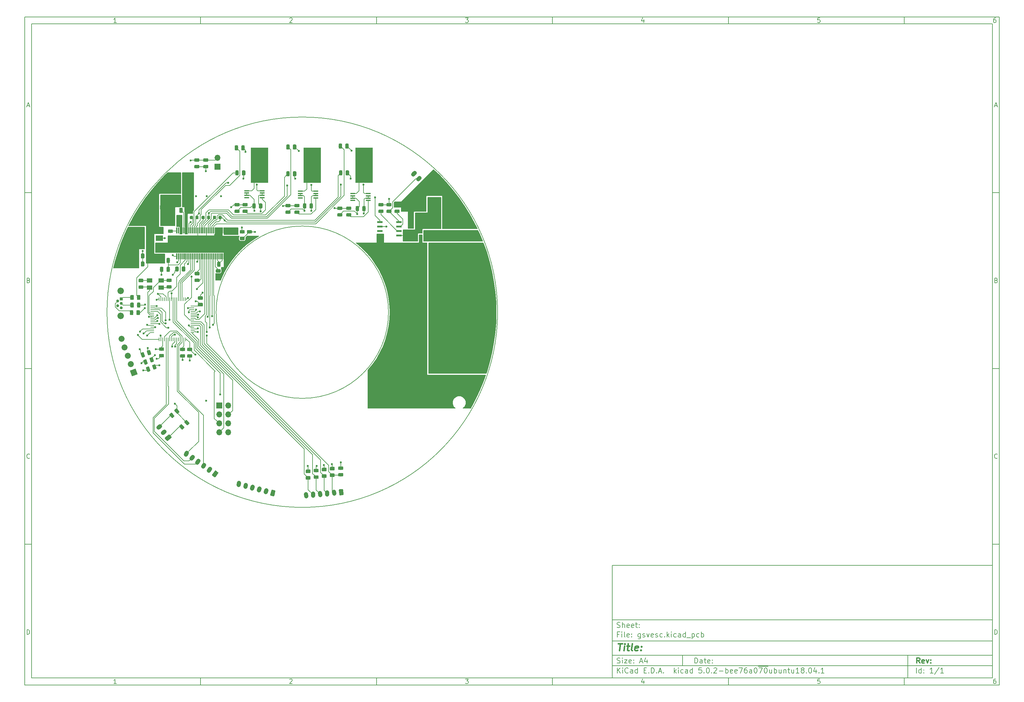
<source format=gbr>
G04 #@! TF.GenerationSoftware,KiCad,Pcbnew,5.0.2-bee76a0~70~ubuntu18.04.1*
G04 #@! TF.CreationDate,2019-01-04T10:38:40+01:00*
G04 #@! TF.ProjectId,gsvesc,67737665-7363-42e6-9b69-6361645f7063,rev?*
G04 #@! TF.SameCoordinates,Original*
G04 #@! TF.FileFunction,Copper,L1,Top*
G04 #@! TF.FilePolarity,Positive*
%FSLAX45Y45*%
G04 Gerber Fmt 4.5, Leading zero omitted, Abs format (unit mm)*
G04 Created by KiCad (PCBNEW 5.0.2-bee76a0~70~ubuntu18.04.1) date Fr 04 Jan 2019 10:38:40 CET*
%MOMM*%
%LPD*%
G01*
G04 APERTURE LIST*
%ADD10C,0.100000*%
%ADD11C,0.150000*%
%ADD12C,0.300000*%
%ADD13C,0.400000*%
G04 #@! TA.AperFunction,NonConductor*
%ADD14C,0.200000*%
G04 #@! TD*
G04 #@! TA.AperFunction,Conductor*
%ADD15C,0.100000*%
G04 #@! TD*
G04 #@! TA.AperFunction,SMDPad,CuDef*
%ADD16C,0.975000*%
G04 #@! TD*
G04 #@! TA.AperFunction,SMDPad,CuDef*
%ADD17C,1.250000*%
G04 #@! TD*
G04 #@! TA.AperFunction,SMDPad,CuDef*
%ADD18C,7.800000*%
G04 #@! TD*
G04 #@! TA.AperFunction,ComponentPad*
%ADD19C,1.200000*%
G04 #@! TD*
G04 #@! TA.AperFunction,Conductor*
%ADD20C,1.200000*%
G04 #@! TD*
G04 #@! TA.AperFunction,ComponentPad*
%ADD21C,1.700000*%
G04 #@! TD*
G04 #@! TA.AperFunction,Conductor*
%ADD22C,1.700000*%
G04 #@! TD*
G04 #@! TA.AperFunction,ComponentPad*
%ADD23C,1.850000*%
G04 #@! TD*
G04 #@! TA.AperFunction,ComponentPad*
%ADD24C,0.840000*%
G04 #@! TD*
G04 #@! TA.AperFunction,ComponentPad*
%ADD25R,0.840000X0.840000*%
G04 #@! TD*
G04 #@! TA.AperFunction,ComponentPad*
%ADD26O,1.700000X1.700000*%
G04 #@! TD*
G04 #@! TA.AperFunction,ComponentPad*
%ADD27R,1.700000X1.700000*%
G04 #@! TD*
G04 #@! TA.AperFunction,SMDPad,CuDef*
%ADD28R,0.250000X1.000000*%
G04 #@! TD*
G04 #@! TA.AperFunction,SMDPad,CuDef*
%ADD29R,1.000000X0.250000*%
G04 #@! TD*
G04 #@! TA.AperFunction,SMDPad,CuDef*
%ADD30R,1.450000X0.450000*%
G04 #@! TD*
G04 #@! TA.AperFunction,SMDPad,CuDef*
%ADD31R,1.550000X0.600000*%
G04 #@! TD*
G04 #@! TA.AperFunction,SMDPad,CuDef*
%ADD32R,1.600000X1.300000*%
G04 #@! TD*
G04 #@! TA.AperFunction,SMDPad,CuDef*
%ADD33R,2.000000X1.500000*%
G04 #@! TD*
G04 #@! TA.AperFunction,SMDPad,CuDef*
%ADD34R,2.000000X3.800000*%
G04 #@! TD*
G04 #@! TA.AperFunction,SMDPad,CuDef*
%ADD35R,0.304800X1.676400*%
G04 #@! TD*
G04 #@! TA.AperFunction,SMDPad,CuDef*
%ADD36R,6.350000X3.610000*%
G04 #@! TD*
G04 #@! TA.AperFunction,SMDPad,CuDef*
%ADD37R,0.600000X1.550000*%
G04 #@! TD*
G04 #@! TA.AperFunction,SMDPad,CuDef*
%ADD38R,2.500000X1.800000*%
G04 #@! TD*
G04 #@! TA.AperFunction,SMDPad,CuDef*
%ADD39R,1.800000X2.500000*%
G04 #@! TD*
G04 #@! TA.AperFunction,SMDPad,CuDef*
%ADD40R,2.350000X5.100000*%
G04 #@! TD*
G04 #@! TA.AperFunction,SMDPad,CuDef*
%ADD41R,5.100000X2.350000*%
G04 #@! TD*
G04 #@! TA.AperFunction,SMDPad,CuDef*
%ADD42C,1.350000*%
G04 #@! TD*
G04 #@! TA.AperFunction,SMDPad,CuDef*
%ADD43R,10.000000X5.000000*%
G04 #@! TD*
G04 #@! TA.AperFunction,SMDPad,CuDef*
%ADD44R,5.000000X10.000000*%
G04 #@! TD*
G04 #@! TA.AperFunction,SMDPad,CuDef*
%ADD45C,0.875000*%
G04 #@! TD*
G04 #@! TA.AperFunction,ViaPad*
%ADD46C,0.600000*%
G04 #@! TD*
G04 #@! TA.AperFunction,Conductor*
%ADD47C,0.200000*%
G04 #@! TD*
G04 APERTURE END LIST*
D10*
D11*
X17700220Y-16600720D02*
X17700220Y-19800720D01*
X28500220Y-19800720D01*
X28500220Y-16600720D01*
X17700220Y-16600720D01*
D10*
D11*
X1000000Y-1000000D02*
X1000000Y-20000720D01*
X28700220Y-20000720D01*
X28700220Y-1000000D01*
X1000000Y-1000000D01*
D10*
D11*
X1200000Y-1200000D02*
X1200000Y-19800720D01*
X28500220Y-19800720D01*
X28500220Y-1200000D01*
X1200000Y-1200000D01*
D10*
D11*
X6000000Y-1200000D02*
X6000000Y-1000000D01*
D10*
D11*
X11000000Y-1200000D02*
X11000000Y-1000000D01*
D10*
D11*
X16000000Y-1200000D02*
X16000000Y-1000000D01*
D10*
D11*
X21000000Y-1200000D02*
X21000000Y-1000000D01*
D10*
D11*
X26000000Y-1200000D02*
X26000000Y-1000000D01*
D10*
D11*
X3606548Y-1158810D02*
X3532262Y-1158810D01*
X3569405Y-1158810D02*
X3569405Y-1028809D01*
X3557024Y-1047381D01*
X3544643Y-1059762D01*
X3532262Y-1065952D01*
D10*
D11*
X8532262Y-1041190D02*
X8538452Y-1035000D01*
X8550833Y-1028809D01*
X8581786Y-1028809D01*
X8594167Y-1035000D01*
X8600357Y-1041190D01*
X8606548Y-1053571D01*
X8606548Y-1065952D01*
X8600357Y-1084524D01*
X8526071Y-1158810D01*
X8606548Y-1158810D01*
D10*
D11*
X13526071Y-1028809D02*
X13606548Y-1028809D01*
X13563214Y-1078333D01*
X13581786Y-1078333D01*
X13594167Y-1084524D01*
X13600357Y-1090714D01*
X13606548Y-1103095D01*
X13606548Y-1134048D01*
X13600357Y-1146429D01*
X13594167Y-1152619D01*
X13581786Y-1158810D01*
X13544643Y-1158810D01*
X13532262Y-1152619D01*
X13526071Y-1146429D01*
D10*
D11*
X18594167Y-1072143D02*
X18594167Y-1158810D01*
X18563214Y-1022619D02*
X18532262Y-1115476D01*
X18612738Y-1115476D01*
D10*
D11*
X23600357Y-1028809D02*
X23538452Y-1028809D01*
X23532262Y-1090714D01*
X23538452Y-1084524D01*
X23550833Y-1078333D01*
X23581786Y-1078333D01*
X23594167Y-1084524D01*
X23600357Y-1090714D01*
X23606548Y-1103095D01*
X23606548Y-1134048D01*
X23600357Y-1146429D01*
X23594167Y-1152619D01*
X23581786Y-1158810D01*
X23550833Y-1158810D01*
X23538452Y-1152619D01*
X23532262Y-1146429D01*
D10*
D11*
X28594167Y-1028809D02*
X28569405Y-1028809D01*
X28557024Y-1035000D01*
X28550833Y-1041190D01*
X28538452Y-1059762D01*
X28532262Y-1084524D01*
X28532262Y-1134048D01*
X28538452Y-1146429D01*
X28544643Y-1152619D01*
X28557024Y-1158810D01*
X28581786Y-1158810D01*
X28594167Y-1152619D01*
X28600357Y-1146429D01*
X28606548Y-1134048D01*
X28606548Y-1103095D01*
X28600357Y-1090714D01*
X28594167Y-1084524D01*
X28581786Y-1078333D01*
X28557024Y-1078333D01*
X28544643Y-1084524D01*
X28538452Y-1090714D01*
X28532262Y-1103095D01*
D10*
D11*
X6000000Y-19800720D02*
X6000000Y-20000720D01*
D10*
D11*
X11000000Y-19800720D02*
X11000000Y-20000720D01*
D10*
D11*
X16000000Y-19800720D02*
X16000000Y-20000720D01*
D10*
D11*
X21000000Y-19800720D02*
X21000000Y-20000720D01*
D10*
D11*
X26000000Y-19800720D02*
X26000000Y-20000720D01*
D10*
D11*
X3606548Y-19959530D02*
X3532262Y-19959530D01*
X3569405Y-19959530D02*
X3569405Y-19829530D01*
X3557024Y-19848101D01*
X3544643Y-19860482D01*
X3532262Y-19866672D01*
D10*
D11*
X8532262Y-19841910D02*
X8538452Y-19835720D01*
X8550833Y-19829530D01*
X8581786Y-19829530D01*
X8594167Y-19835720D01*
X8600357Y-19841910D01*
X8606548Y-19854291D01*
X8606548Y-19866672D01*
X8600357Y-19885244D01*
X8526071Y-19959530D01*
X8606548Y-19959530D01*
D10*
D11*
X13526071Y-19829530D02*
X13606548Y-19829530D01*
X13563214Y-19879053D01*
X13581786Y-19879053D01*
X13594167Y-19885244D01*
X13600357Y-19891434D01*
X13606548Y-19903815D01*
X13606548Y-19934768D01*
X13600357Y-19947149D01*
X13594167Y-19953339D01*
X13581786Y-19959530D01*
X13544643Y-19959530D01*
X13532262Y-19953339D01*
X13526071Y-19947149D01*
D10*
D11*
X18594167Y-19872863D02*
X18594167Y-19959530D01*
X18563214Y-19823339D02*
X18532262Y-19916196D01*
X18612738Y-19916196D01*
D10*
D11*
X23600357Y-19829530D02*
X23538452Y-19829530D01*
X23532262Y-19891434D01*
X23538452Y-19885244D01*
X23550833Y-19879053D01*
X23581786Y-19879053D01*
X23594167Y-19885244D01*
X23600357Y-19891434D01*
X23606548Y-19903815D01*
X23606548Y-19934768D01*
X23600357Y-19947149D01*
X23594167Y-19953339D01*
X23581786Y-19959530D01*
X23550833Y-19959530D01*
X23538452Y-19953339D01*
X23532262Y-19947149D01*
D10*
D11*
X28594167Y-19829530D02*
X28569405Y-19829530D01*
X28557024Y-19835720D01*
X28550833Y-19841910D01*
X28538452Y-19860482D01*
X28532262Y-19885244D01*
X28532262Y-19934768D01*
X28538452Y-19947149D01*
X28544643Y-19953339D01*
X28557024Y-19959530D01*
X28581786Y-19959530D01*
X28594167Y-19953339D01*
X28600357Y-19947149D01*
X28606548Y-19934768D01*
X28606548Y-19903815D01*
X28600357Y-19891434D01*
X28594167Y-19885244D01*
X28581786Y-19879053D01*
X28557024Y-19879053D01*
X28544643Y-19885244D01*
X28538452Y-19891434D01*
X28532262Y-19903815D01*
D10*
D11*
X1000000Y-6000000D02*
X1200000Y-6000000D01*
D10*
D11*
X1000000Y-11000000D02*
X1200000Y-11000000D01*
D10*
D11*
X1000000Y-16000000D02*
X1200000Y-16000000D01*
D10*
D11*
X1069048Y-3521667D02*
X1130952Y-3521667D01*
X1056667Y-3558809D02*
X1100000Y-3428809D01*
X1143333Y-3558809D01*
D10*
D11*
X1109286Y-8490714D02*
X1127857Y-8496905D01*
X1134048Y-8503095D01*
X1140238Y-8515476D01*
X1140238Y-8534048D01*
X1134048Y-8546429D01*
X1127857Y-8552619D01*
X1115476Y-8558810D01*
X1065952Y-8558810D01*
X1065952Y-8428810D01*
X1109286Y-8428810D01*
X1121667Y-8435000D01*
X1127857Y-8441190D01*
X1134048Y-8453571D01*
X1134048Y-8465952D01*
X1127857Y-8478333D01*
X1121667Y-8484524D01*
X1109286Y-8490714D01*
X1065952Y-8490714D01*
D10*
D11*
X1140238Y-13546428D02*
X1134048Y-13552619D01*
X1115476Y-13558809D01*
X1103095Y-13558809D01*
X1084524Y-13552619D01*
X1072143Y-13540238D01*
X1065952Y-13527857D01*
X1059762Y-13503095D01*
X1059762Y-13484524D01*
X1065952Y-13459762D01*
X1072143Y-13447381D01*
X1084524Y-13435000D01*
X1103095Y-13428809D01*
X1115476Y-13428809D01*
X1134048Y-13435000D01*
X1140238Y-13441190D01*
D10*
D11*
X1065952Y-18558810D02*
X1065952Y-18428810D01*
X1096905Y-18428810D01*
X1115476Y-18435000D01*
X1127857Y-18447381D01*
X1134048Y-18459762D01*
X1140238Y-18484524D01*
X1140238Y-18503095D01*
X1134048Y-18527857D01*
X1127857Y-18540238D01*
X1115476Y-18552619D01*
X1096905Y-18558810D01*
X1065952Y-18558810D01*
D10*
D11*
X28700220Y-6000000D02*
X28500220Y-6000000D01*
D10*
D11*
X28700220Y-11000000D02*
X28500220Y-11000000D01*
D10*
D11*
X28700220Y-16000000D02*
X28500220Y-16000000D01*
D10*
D11*
X28569268Y-3521667D02*
X28631172Y-3521667D01*
X28556887Y-3558809D02*
X28600220Y-3428809D01*
X28643553Y-3558809D01*
D10*
D11*
X28609506Y-8490714D02*
X28628077Y-8496905D01*
X28634268Y-8503095D01*
X28640458Y-8515476D01*
X28640458Y-8534048D01*
X28634268Y-8546429D01*
X28628077Y-8552619D01*
X28615696Y-8558810D01*
X28566172Y-8558810D01*
X28566172Y-8428810D01*
X28609506Y-8428810D01*
X28621887Y-8435000D01*
X28628077Y-8441190D01*
X28634268Y-8453571D01*
X28634268Y-8465952D01*
X28628077Y-8478333D01*
X28621887Y-8484524D01*
X28609506Y-8490714D01*
X28566172Y-8490714D01*
D10*
D11*
X28640458Y-13546428D02*
X28634268Y-13552619D01*
X28615696Y-13558809D01*
X28603315Y-13558809D01*
X28584744Y-13552619D01*
X28572363Y-13540238D01*
X28566172Y-13527857D01*
X28559982Y-13503095D01*
X28559982Y-13484524D01*
X28566172Y-13459762D01*
X28572363Y-13447381D01*
X28584744Y-13435000D01*
X28603315Y-13428809D01*
X28615696Y-13428809D01*
X28634268Y-13435000D01*
X28640458Y-13441190D01*
D10*
D11*
X28566172Y-18558810D02*
X28566172Y-18428810D01*
X28597125Y-18428810D01*
X28615696Y-18435000D01*
X28628077Y-18447381D01*
X28634268Y-18459762D01*
X28640458Y-18484524D01*
X28640458Y-18503095D01*
X28634268Y-18527857D01*
X28628077Y-18540238D01*
X28615696Y-18552619D01*
X28597125Y-18558810D01*
X28566172Y-18558810D01*
D10*
D11*
X20043434Y-19378577D02*
X20043434Y-19228577D01*
X20079149Y-19228577D01*
X20100577Y-19235720D01*
X20114863Y-19250006D01*
X20122006Y-19264291D01*
X20129149Y-19292863D01*
X20129149Y-19314291D01*
X20122006Y-19342863D01*
X20114863Y-19357149D01*
X20100577Y-19371434D01*
X20079149Y-19378577D01*
X20043434Y-19378577D01*
X20257720Y-19378577D02*
X20257720Y-19300006D01*
X20250577Y-19285720D01*
X20236291Y-19278577D01*
X20207720Y-19278577D01*
X20193434Y-19285720D01*
X20257720Y-19371434D02*
X20243434Y-19378577D01*
X20207720Y-19378577D01*
X20193434Y-19371434D01*
X20186291Y-19357149D01*
X20186291Y-19342863D01*
X20193434Y-19328577D01*
X20207720Y-19321434D01*
X20243434Y-19321434D01*
X20257720Y-19314291D01*
X20307720Y-19278577D02*
X20364863Y-19278577D01*
X20329149Y-19228577D02*
X20329149Y-19357149D01*
X20336291Y-19371434D01*
X20350577Y-19378577D01*
X20364863Y-19378577D01*
X20472006Y-19371434D02*
X20457720Y-19378577D01*
X20429149Y-19378577D01*
X20414863Y-19371434D01*
X20407720Y-19357149D01*
X20407720Y-19300006D01*
X20414863Y-19285720D01*
X20429149Y-19278577D01*
X20457720Y-19278577D01*
X20472006Y-19285720D01*
X20479149Y-19300006D01*
X20479149Y-19314291D01*
X20407720Y-19328577D01*
X20543434Y-19364291D02*
X20550577Y-19371434D01*
X20543434Y-19378577D01*
X20536291Y-19371434D01*
X20543434Y-19364291D01*
X20543434Y-19378577D01*
X20543434Y-19285720D02*
X20550577Y-19292863D01*
X20543434Y-19300006D01*
X20536291Y-19292863D01*
X20543434Y-19285720D01*
X20543434Y-19300006D01*
D10*
D11*
X17700220Y-19450720D02*
X28500220Y-19450720D01*
D10*
D11*
X17843434Y-19658577D02*
X17843434Y-19508577D01*
X17929149Y-19658577D02*
X17864863Y-19572863D01*
X17929149Y-19508577D02*
X17843434Y-19594291D01*
X17993434Y-19658577D02*
X17993434Y-19558577D01*
X17993434Y-19508577D02*
X17986291Y-19515720D01*
X17993434Y-19522863D01*
X18000577Y-19515720D01*
X17993434Y-19508577D01*
X17993434Y-19522863D01*
X18150577Y-19644291D02*
X18143434Y-19651434D01*
X18122006Y-19658577D01*
X18107720Y-19658577D01*
X18086291Y-19651434D01*
X18072006Y-19637149D01*
X18064863Y-19622863D01*
X18057720Y-19594291D01*
X18057720Y-19572863D01*
X18064863Y-19544291D01*
X18072006Y-19530006D01*
X18086291Y-19515720D01*
X18107720Y-19508577D01*
X18122006Y-19508577D01*
X18143434Y-19515720D01*
X18150577Y-19522863D01*
X18279149Y-19658577D02*
X18279149Y-19580006D01*
X18272006Y-19565720D01*
X18257720Y-19558577D01*
X18229149Y-19558577D01*
X18214863Y-19565720D01*
X18279149Y-19651434D02*
X18264863Y-19658577D01*
X18229149Y-19658577D01*
X18214863Y-19651434D01*
X18207720Y-19637149D01*
X18207720Y-19622863D01*
X18214863Y-19608577D01*
X18229149Y-19601434D01*
X18264863Y-19601434D01*
X18279149Y-19594291D01*
X18414863Y-19658577D02*
X18414863Y-19508577D01*
X18414863Y-19651434D02*
X18400577Y-19658577D01*
X18372006Y-19658577D01*
X18357720Y-19651434D01*
X18350577Y-19644291D01*
X18343434Y-19630006D01*
X18343434Y-19587149D01*
X18350577Y-19572863D01*
X18357720Y-19565720D01*
X18372006Y-19558577D01*
X18400577Y-19558577D01*
X18414863Y-19565720D01*
X18600577Y-19580006D02*
X18650577Y-19580006D01*
X18672006Y-19658577D02*
X18600577Y-19658577D01*
X18600577Y-19508577D01*
X18672006Y-19508577D01*
X18736291Y-19644291D02*
X18743434Y-19651434D01*
X18736291Y-19658577D01*
X18729149Y-19651434D01*
X18736291Y-19644291D01*
X18736291Y-19658577D01*
X18807720Y-19658577D02*
X18807720Y-19508577D01*
X18843434Y-19508577D01*
X18864863Y-19515720D01*
X18879149Y-19530006D01*
X18886291Y-19544291D01*
X18893434Y-19572863D01*
X18893434Y-19594291D01*
X18886291Y-19622863D01*
X18879149Y-19637149D01*
X18864863Y-19651434D01*
X18843434Y-19658577D01*
X18807720Y-19658577D01*
X18957720Y-19644291D02*
X18964863Y-19651434D01*
X18957720Y-19658577D01*
X18950577Y-19651434D01*
X18957720Y-19644291D01*
X18957720Y-19658577D01*
X19022006Y-19615720D02*
X19093434Y-19615720D01*
X19007720Y-19658577D02*
X19057720Y-19508577D01*
X19107720Y-19658577D01*
X19157720Y-19644291D02*
X19164863Y-19651434D01*
X19157720Y-19658577D01*
X19150577Y-19651434D01*
X19157720Y-19644291D01*
X19157720Y-19658577D01*
X19457720Y-19658577D02*
X19457720Y-19508577D01*
X19472006Y-19601434D02*
X19514863Y-19658577D01*
X19514863Y-19558577D02*
X19457720Y-19615720D01*
X19579149Y-19658577D02*
X19579149Y-19558577D01*
X19579149Y-19508577D02*
X19572006Y-19515720D01*
X19579149Y-19522863D01*
X19586291Y-19515720D01*
X19579149Y-19508577D01*
X19579149Y-19522863D01*
X19714863Y-19651434D02*
X19700577Y-19658577D01*
X19672006Y-19658577D01*
X19657720Y-19651434D01*
X19650577Y-19644291D01*
X19643434Y-19630006D01*
X19643434Y-19587149D01*
X19650577Y-19572863D01*
X19657720Y-19565720D01*
X19672006Y-19558577D01*
X19700577Y-19558577D01*
X19714863Y-19565720D01*
X19843434Y-19658577D02*
X19843434Y-19580006D01*
X19836291Y-19565720D01*
X19822006Y-19558577D01*
X19793434Y-19558577D01*
X19779149Y-19565720D01*
X19843434Y-19651434D02*
X19829149Y-19658577D01*
X19793434Y-19658577D01*
X19779149Y-19651434D01*
X19772006Y-19637149D01*
X19772006Y-19622863D01*
X19779149Y-19608577D01*
X19793434Y-19601434D01*
X19829149Y-19601434D01*
X19843434Y-19594291D01*
X19979149Y-19658577D02*
X19979149Y-19508577D01*
X19979149Y-19651434D02*
X19964863Y-19658577D01*
X19936291Y-19658577D01*
X19922006Y-19651434D01*
X19914863Y-19644291D01*
X19907720Y-19630006D01*
X19907720Y-19587149D01*
X19914863Y-19572863D01*
X19922006Y-19565720D01*
X19936291Y-19558577D01*
X19964863Y-19558577D01*
X19979149Y-19565720D01*
X20236291Y-19508577D02*
X20164863Y-19508577D01*
X20157720Y-19580006D01*
X20164863Y-19572863D01*
X20179149Y-19565720D01*
X20214863Y-19565720D01*
X20229149Y-19572863D01*
X20236291Y-19580006D01*
X20243434Y-19594291D01*
X20243434Y-19630006D01*
X20236291Y-19644291D01*
X20229149Y-19651434D01*
X20214863Y-19658577D01*
X20179149Y-19658577D01*
X20164863Y-19651434D01*
X20157720Y-19644291D01*
X20307720Y-19644291D02*
X20314863Y-19651434D01*
X20307720Y-19658577D01*
X20300577Y-19651434D01*
X20307720Y-19644291D01*
X20307720Y-19658577D01*
X20407720Y-19508577D02*
X20422006Y-19508577D01*
X20436291Y-19515720D01*
X20443434Y-19522863D01*
X20450577Y-19537149D01*
X20457720Y-19565720D01*
X20457720Y-19601434D01*
X20450577Y-19630006D01*
X20443434Y-19644291D01*
X20436291Y-19651434D01*
X20422006Y-19658577D01*
X20407720Y-19658577D01*
X20393434Y-19651434D01*
X20386291Y-19644291D01*
X20379149Y-19630006D01*
X20372006Y-19601434D01*
X20372006Y-19565720D01*
X20379149Y-19537149D01*
X20386291Y-19522863D01*
X20393434Y-19515720D01*
X20407720Y-19508577D01*
X20522006Y-19644291D02*
X20529149Y-19651434D01*
X20522006Y-19658577D01*
X20514863Y-19651434D01*
X20522006Y-19644291D01*
X20522006Y-19658577D01*
X20586291Y-19522863D02*
X20593434Y-19515720D01*
X20607720Y-19508577D01*
X20643434Y-19508577D01*
X20657720Y-19515720D01*
X20664863Y-19522863D01*
X20672006Y-19537149D01*
X20672006Y-19551434D01*
X20664863Y-19572863D01*
X20579149Y-19658577D01*
X20672006Y-19658577D01*
X20736291Y-19601434D02*
X20850577Y-19601434D01*
X20922006Y-19658577D02*
X20922006Y-19508577D01*
X20922006Y-19565720D02*
X20936291Y-19558577D01*
X20964863Y-19558577D01*
X20979149Y-19565720D01*
X20986291Y-19572863D01*
X20993434Y-19587149D01*
X20993434Y-19630006D01*
X20986291Y-19644291D01*
X20979149Y-19651434D01*
X20964863Y-19658577D01*
X20936291Y-19658577D01*
X20922006Y-19651434D01*
X21114863Y-19651434D02*
X21100577Y-19658577D01*
X21072006Y-19658577D01*
X21057720Y-19651434D01*
X21050577Y-19637149D01*
X21050577Y-19580006D01*
X21057720Y-19565720D01*
X21072006Y-19558577D01*
X21100577Y-19558577D01*
X21114863Y-19565720D01*
X21122006Y-19580006D01*
X21122006Y-19594291D01*
X21050577Y-19608577D01*
X21243434Y-19651434D02*
X21229149Y-19658577D01*
X21200577Y-19658577D01*
X21186291Y-19651434D01*
X21179149Y-19637149D01*
X21179149Y-19580006D01*
X21186291Y-19565720D01*
X21200577Y-19558577D01*
X21229149Y-19558577D01*
X21243434Y-19565720D01*
X21250577Y-19580006D01*
X21250577Y-19594291D01*
X21179149Y-19608577D01*
X21300577Y-19508577D02*
X21400577Y-19508577D01*
X21336291Y-19658577D01*
X21522006Y-19508577D02*
X21493434Y-19508577D01*
X21479149Y-19515720D01*
X21472006Y-19522863D01*
X21457720Y-19544291D01*
X21450577Y-19572863D01*
X21450577Y-19630006D01*
X21457720Y-19644291D01*
X21464863Y-19651434D01*
X21479149Y-19658577D01*
X21507720Y-19658577D01*
X21522006Y-19651434D01*
X21529149Y-19644291D01*
X21536291Y-19630006D01*
X21536291Y-19594291D01*
X21529149Y-19580006D01*
X21522006Y-19572863D01*
X21507720Y-19565720D01*
X21479149Y-19565720D01*
X21464863Y-19572863D01*
X21457720Y-19580006D01*
X21450577Y-19594291D01*
X21664863Y-19658577D02*
X21664863Y-19580006D01*
X21657720Y-19565720D01*
X21643434Y-19558577D01*
X21614863Y-19558577D01*
X21600577Y-19565720D01*
X21664863Y-19651434D02*
X21650577Y-19658577D01*
X21614863Y-19658577D01*
X21600577Y-19651434D01*
X21593434Y-19637149D01*
X21593434Y-19622863D01*
X21600577Y-19608577D01*
X21614863Y-19601434D01*
X21650577Y-19601434D01*
X21664863Y-19594291D01*
X21764863Y-19508577D02*
X21779149Y-19508577D01*
X21793434Y-19515720D01*
X21800577Y-19522863D01*
X21807720Y-19537149D01*
X21814863Y-19565720D01*
X21814863Y-19601434D01*
X21807720Y-19630006D01*
X21800577Y-19644291D01*
X21793434Y-19651434D01*
X21779149Y-19658577D01*
X21764863Y-19658577D01*
X21750577Y-19651434D01*
X21743434Y-19644291D01*
X21736291Y-19630006D01*
X21729149Y-19601434D01*
X21729149Y-19565720D01*
X21736291Y-19537149D01*
X21743434Y-19522863D01*
X21750577Y-19515720D01*
X21764863Y-19508577D01*
X21843434Y-19467720D02*
X21986291Y-19467720D01*
X21864863Y-19508577D02*
X21964863Y-19508577D01*
X21900577Y-19658577D01*
X21986291Y-19467720D02*
X22129149Y-19467720D01*
X22050577Y-19508577D02*
X22064863Y-19508577D01*
X22079149Y-19515720D01*
X22086291Y-19522863D01*
X22093434Y-19537149D01*
X22100577Y-19565720D01*
X22100577Y-19601434D01*
X22093434Y-19630006D01*
X22086291Y-19644291D01*
X22079149Y-19651434D01*
X22064863Y-19658577D01*
X22050577Y-19658577D01*
X22036291Y-19651434D01*
X22029149Y-19644291D01*
X22022006Y-19630006D01*
X22014863Y-19601434D01*
X22014863Y-19565720D01*
X22022006Y-19537149D01*
X22029149Y-19522863D01*
X22036291Y-19515720D01*
X22050577Y-19508577D01*
X22229149Y-19558577D02*
X22229149Y-19658577D01*
X22164863Y-19558577D02*
X22164863Y-19637149D01*
X22172006Y-19651434D01*
X22186291Y-19658577D01*
X22207720Y-19658577D01*
X22222006Y-19651434D01*
X22229149Y-19644291D01*
X22300577Y-19658577D02*
X22300577Y-19508577D01*
X22300577Y-19565720D02*
X22314863Y-19558577D01*
X22343434Y-19558577D01*
X22357720Y-19565720D01*
X22364863Y-19572863D01*
X22372006Y-19587149D01*
X22372006Y-19630006D01*
X22364863Y-19644291D01*
X22357720Y-19651434D01*
X22343434Y-19658577D01*
X22314863Y-19658577D01*
X22300577Y-19651434D01*
X22500577Y-19558577D02*
X22500577Y-19658577D01*
X22436291Y-19558577D02*
X22436291Y-19637149D01*
X22443434Y-19651434D01*
X22457720Y-19658577D01*
X22479148Y-19658577D01*
X22493434Y-19651434D01*
X22500577Y-19644291D01*
X22572006Y-19558577D02*
X22572006Y-19658577D01*
X22572006Y-19572863D02*
X22579148Y-19565720D01*
X22593434Y-19558577D01*
X22614863Y-19558577D01*
X22629148Y-19565720D01*
X22636291Y-19580006D01*
X22636291Y-19658577D01*
X22686291Y-19558577D02*
X22743434Y-19558577D01*
X22707720Y-19508577D02*
X22707720Y-19637149D01*
X22714863Y-19651434D01*
X22729148Y-19658577D01*
X22743434Y-19658577D01*
X22857720Y-19558577D02*
X22857720Y-19658577D01*
X22793434Y-19558577D02*
X22793434Y-19637149D01*
X22800577Y-19651434D01*
X22814863Y-19658577D01*
X22836291Y-19658577D01*
X22850577Y-19651434D01*
X22857720Y-19644291D01*
X23007720Y-19658577D02*
X22922006Y-19658577D01*
X22964863Y-19658577D02*
X22964863Y-19508577D01*
X22950577Y-19530006D01*
X22936291Y-19544291D01*
X22922006Y-19551434D01*
X23093434Y-19572863D02*
X23079148Y-19565720D01*
X23072006Y-19558577D01*
X23064863Y-19544291D01*
X23064863Y-19537149D01*
X23072006Y-19522863D01*
X23079148Y-19515720D01*
X23093434Y-19508577D01*
X23122006Y-19508577D01*
X23136291Y-19515720D01*
X23143434Y-19522863D01*
X23150577Y-19537149D01*
X23150577Y-19544291D01*
X23143434Y-19558577D01*
X23136291Y-19565720D01*
X23122006Y-19572863D01*
X23093434Y-19572863D01*
X23079148Y-19580006D01*
X23072006Y-19587149D01*
X23064863Y-19601434D01*
X23064863Y-19630006D01*
X23072006Y-19644291D01*
X23079148Y-19651434D01*
X23093434Y-19658577D01*
X23122006Y-19658577D01*
X23136291Y-19651434D01*
X23143434Y-19644291D01*
X23150577Y-19630006D01*
X23150577Y-19601434D01*
X23143434Y-19587149D01*
X23136291Y-19580006D01*
X23122006Y-19572863D01*
X23214863Y-19644291D02*
X23222006Y-19651434D01*
X23214863Y-19658577D01*
X23207720Y-19651434D01*
X23214863Y-19644291D01*
X23214863Y-19658577D01*
X23314863Y-19508577D02*
X23329148Y-19508577D01*
X23343434Y-19515720D01*
X23350577Y-19522863D01*
X23357720Y-19537149D01*
X23364863Y-19565720D01*
X23364863Y-19601434D01*
X23357720Y-19630006D01*
X23350577Y-19644291D01*
X23343434Y-19651434D01*
X23329148Y-19658577D01*
X23314863Y-19658577D01*
X23300577Y-19651434D01*
X23293434Y-19644291D01*
X23286291Y-19630006D01*
X23279148Y-19601434D01*
X23279148Y-19565720D01*
X23286291Y-19537149D01*
X23293434Y-19522863D01*
X23300577Y-19515720D01*
X23314863Y-19508577D01*
X23493434Y-19558577D02*
X23493434Y-19658577D01*
X23457720Y-19501434D02*
X23422006Y-19608577D01*
X23514863Y-19608577D01*
X23572006Y-19644291D02*
X23579148Y-19651434D01*
X23572006Y-19658577D01*
X23564863Y-19651434D01*
X23572006Y-19644291D01*
X23572006Y-19658577D01*
X23722006Y-19658577D02*
X23636291Y-19658577D01*
X23679148Y-19658577D02*
X23679148Y-19508577D01*
X23664863Y-19530006D01*
X23650577Y-19544291D01*
X23636291Y-19551434D01*
D10*
D11*
X17700220Y-19150720D02*
X28500220Y-19150720D01*
D10*
D12*
X26441148Y-19378577D02*
X26391148Y-19307149D01*
X26355434Y-19378577D02*
X26355434Y-19228577D01*
X26412577Y-19228577D01*
X26426863Y-19235720D01*
X26434006Y-19242863D01*
X26441148Y-19257149D01*
X26441148Y-19278577D01*
X26434006Y-19292863D01*
X26426863Y-19300006D01*
X26412577Y-19307149D01*
X26355434Y-19307149D01*
X26562577Y-19371434D02*
X26548291Y-19378577D01*
X26519720Y-19378577D01*
X26505434Y-19371434D01*
X26498291Y-19357149D01*
X26498291Y-19300006D01*
X26505434Y-19285720D01*
X26519720Y-19278577D01*
X26548291Y-19278577D01*
X26562577Y-19285720D01*
X26569720Y-19300006D01*
X26569720Y-19314291D01*
X26498291Y-19328577D01*
X26619720Y-19278577D02*
X26655434Y-19378577D01*
X26691148Y-19278577D01*
X26748291Y-19364291D02*
X26755434Y-19371434D01*
X26748291Y-19378577D01*
X26741148Y-19371434D01*
X26748291Y-19364291D01*
X26748291Y-19378577D01*
X26748291Y-19285720D02*
X26755434Y-19292863D01*
X26748291Y-19300006D01*
X26741148Y-19292863D01*
X26748291Y-19285720D01*
X26748291Y-19300006D01*
D10*
D11*
X17836291Y-19371434D02*
X17857720Y-19378577D01*
X17893434Y-19378577D01*
X17907720Y-19371434D01*
X17914863Y-19364291D01*
X17922006Y-19350006D01*
X17922006Y-19335720D01*
X17914863Y-19321434D01*
X17907720Y-19314291D01*
X17893434Y-19307149D01*
X17864863Y-19300006D01*
X17850577Y-19292863D01*
X17843434Y-19285720D01*
X17836291Y-19271434D01*
X17836291Y-19257149D01*
X17843434Y-19242863D01*
X17850577Y-19235720D01*
X17864863Y-19228577D01*
X17900577Y-19228577D01*
X17922006Y-19235720D01*
X17986291Y-19378577D02*
X17986291Y-19278577D01*
X17986291Y-19228577D02*
X17979149Y-19235720D01*
X17986291Y-19242863D01*
X17993434Y-19235720D01*
X17986291Y-19228577D01*
X17986291Y-19242863D01*
X18043434Y-19278577D02*
X18122006Y-19278577D01*
X18043434Y-19378577D01*
X18122006Y-19378577D01*
X18236291Y-19371434D02*
X18222006Y-19378577D01*
X18193434Y-19378577D01*
X18179149Y-19371434D01*
X18172006Y-19357149D01*
X18172006Y-19300006D01*
X18179149Y-19285720D01*
X18193434Y-19278577D01*
X18222006Y-19278577D01*
X18236291Y-19285720D01*
X18243434Y-19300006D01*
X18243434Y-19314291D01*
X18172006Y-19328577D01*
X18307720Y-19364291D02*
X18314863Y-19371434D01*
X18307720Y-19378577D01*
X18300577Y-19371434D01*
X18307720Y-19364291D01*
X18307720Y-19378577D01*
X18307720Y-19285720D02*
X18314863Y-19292863D01*
X18307720Y-19300006D01*
X18300577Y-19292863D01*
X18307720Y-19285720D01*
X18307720Y-19300006D01*
X18486291Y-19335720D02*
X18557720Y-19335720D01*
X18472006Y-19378577D02*
X18522006Y-19228577D01*
X18572006Y-19378577D01*
X18686291Y-19278577D02*
X18686291Y-19378577D01*
X18650577Y-19221434D02*
X18614863Y-19328577D01*
X18707720Y-19328577D01*
D10*
D11*
X26343434Y-19658577D02*
X26343434Y-19508577D01*
X26479148Y-19658577D02*
X26479148Y-19508577D01*
X26479148Y-19651434D02*
X26464863Y-19658577D01*
X26436291Y-19658577D01*
X26422006Y-19651434D01*
X26414863Y-19644291D01*
X26407720Y-19630006D01*
X26407720Y-19587149D01*
X26414863Y-19572863D01*
X26422006Y-19565720D01*
X26436291Y-19558577D01*
X26464863Y-19558577D01*
X26479148Y-19565720D01*
X26550577Y-19644291D02*
X26557720Y-19651434D01*
X26550577Y-19658577D01*
X26543434Y-19651434D01*
X26550577Y-19644291D01*
X26550577Y-19658577D01*
X26550577Y-19565720D02*
X26557720Y-19572863D01*
X26550577Y-19580006D01*
X26543434Y-19572863D01*
X26550577Y-19565720D01*
X26550577Y-19580006D01*
X26814863Y-19658577D02*
X26729148Y-19658577D01*
X26772006Y-19658577D02*
X26772006Y-19508577D01*
X26757720Y-19530006D01*
X26743434Y-19544291D01*
X26729148Y-19551434D01*
X26986291Y-19501434D02*
X26857720Y-19694291D01*
X27114863Y-19658577D02*
X27029148Y-19658577D01*
X27072006Y-19658577D02*
X27072006Y-19508577D01*
X27057720Y-19530006D01*
X27043434Y-19544291D01*
X27029148Y-19551434D01*
D10*
D11*
X17700220Y-18750720D02*
X28500220Y-18750720D01*
D10*
D13*
X17871458Y-18821196D02*
X17985744Y-18821196D01*
X17903601Y-19021196D02*
X17928601Y-18821196D01*
X18027410Y-19021196D02*
X18044077Y-18887863D01*
X18052410Y-18821196D02*
X18041696Y-18830720D01*
X18050030Y-18840244D01*
X18060744Y-18830720D01*
X18052410Y-18821196D01*
X18050030Y-18840244D01*
X18110744Y-18887863D02*
X18186934Y-18887863D01*
X18147649Y-18821196D02*
X18126220Y-18992625D01*
X18133363Y-19011672D01*
X18151220Y-19021196D01*
X18170268Y-19021196D01*
X18265506Y-19021196D02*
X18247649Y-19011672D01*
X18240506Y-18992625D01*
X18261934Y-18821196D01*
X18419077Y-19011672D02*
X18398839Y-19021196D01*
X18360744Y-19021196D01*
X18342887Y-19011672D01*
X18335744Y-18992625D01*
X18345268Y-18916434D01*
X18357172Y-18897387D01*
X18377410Y-18887863D01*
X18415506Y-18887863D01*
X18433363Y-18897387D01*
X18440506Y-18916434D01*
X18438125Y-18935482D01*
X18340506Y-18954530D01*
X18515506Y-19002149D02*
X18523839Y-19011672D01*
X18513125Y-19021196D01*
X18504791Y-19011672D01*
X18515506Y-19002149D01*
X18513125Y-19021196D01*
X18528601Y-18897387D02*
X18536934Y-18906910D01*
X18526220Y-18916434D01*
X18517887Y-18906910D01*
X18528601Y-18897387D01*
X18526220Y-18916434D01*
D10*
D11*
X17893434Y-18560006D02*
X17843434Y-18560006D01*
X17843434Y-18638577D02*
X17843434Y-18488577D01*
X17914863Y-18488577D01*
X17972006Y-18638577D02*
X17972006Y-18538577D01*
X17972006Y-18488577D02*
X17964863Y-18495720D01*
X17972006Y-18502863D01*
X17979149Y-18495720D01*
X17972006Y-18488577D01*
X17972006Y-18502863D01*
X18064863Y-18638577D02*
X18050577Y-18631434D01*
X18043434Y-18617149D01*
X18043434Y-18488577D01*
X18179149Y-18631434D02*
X18164863Y-18638577D01*
X18136291Y-18638577D01*
X18122006Y-18631434D01*
X18114863Y-18617149D01*
X18114863Y-18560006D01*
X18122006Y-18545720D01*
X18136291Y-18538577D01*
X18164863Y-18538577D01*
X18179149Y-18545720D01*
X18186291Y-18560006D01*
X18186291Y-18574291D01*
X18114863Y-18588577D01*
X18250577Y-18624291D02*
X18257720Y-18631434D01*
X18250577Y-18638577D01*
X18243434Y-18631434D01*
X18250577Y-18624291D01*
X18250577Y-18638577D01*
X18250577Y-18545720D02*
X18257720Y-18552863D01*
X18250577Y-18560006D01*
X18243434Y-18552863D01*
X18250577Y-18545720D01*
X18250577Y-18560006D01*
X18500577Y-18538577D02*
X18500577Y-18660006D01*
X18493434Y-18674291D01*
X18486291Y-18681434D01*
X18472006Y-18688577D01*
X18450577Y-18688577D01*
X18436291Y-18681434D01*
X18500577Y-18631434D02*
X18486291Y-18638577D01*
X18457720Y-18638577D01*
X18443434Y-18631434D01*
X18436291Y-18624291D01*
X18429149Y-18610006D01*
X18429149Y-18567149D01*
X18436291Y-18552863D01*
X18443434Y-18545720D01*
X18457720Y-18538577D01*
X18486291Y-18538577D01*
X18500577Y-18545720D01*
X18564863Y-18631434D02*
X18579149Y-18638577D01*
X18607720Y-18638577D01*
X18622006Y-18631434D01*
X18629149Y-18617149D01*
X18629149Y-18610006D01*
X18622006Y-18595720D01*
X18607720Y-18588577D01*
X18586291Y-18588577D01*
X18572006Y-18581434D01*
X18564863Y-18567149D01*
X18564863Y-18560006D01*
X18572006Y-18545720D01*
X18586291Y-18538577D01*
X18607720Y-18538577D01*
X18622006Y-18545720D01*
X18679149Y-18538577D02*
X18714863Y-18638577D01*
X18750577Y-18538577D01*
X18864863Y-18631434D02*
X18850577Y-18638577D01*
X18822006Y-18638577D01*
X18807720Y-18631434D01*
X18800577Y-18617149D01*
X18800577Y-18560006D01*
X18807720Y-18545720D01*
X18822006Y-18538577D01*
X18850577Y-18538577D01*
X18864863Y-18545720D01*
X18872006Y-18560006D01*
X18872006Y-18574291D01*
X18800577Y-18588577D01*
X18929149Y-18631434D02*
X18943434Y-18638577D01*
X18972006Y-18638577D01*
X18986291Y-18631434D01*
X18993434Y-18617149D01*
X18993434Y-18610006D01*
X18986291Y-18595720D01*
X18972006Y-18588577D01*
X18950577Y-18588577D01*
X18936291Y-18581434D01*
X18929149Y-18567149D01*
X18929149Y-18560006D01*
X18936291Y-18545720D01*
X18950577Y-18538577D01*
X18972006Y-18538577D01*
X18986291Y-18545720D01*
X19122006Y-18631434D02*
X19107720Y-18638577D01*
X19079149Y-18638577D01*
X19064863Y-18631434D01*
X19057720Y-18624291D01*
X19050577Y-18610006D01*
X19050577Y-18567149D01*
X19057720Y-18552863D01*
X19064863Y-18545720D01*
X19079149Y-18538577D01*
X19107720Y-18538577D01*
X19122006Y-18545720D01*
X19186291Y-18624291D02*
X19193434Y-18631434D01*
X19186291Y-18638577D01*
X19179149Y-18631434D01*
X19186291Y-18624291D01*
X19186291Y-18638577D01*
X19257720Y-18638577D02*
X19257720Y-18488577D01*
X19272006Y-18581434D02*
X19314863Y-18638577D01*
X19314863Y-18538577D02*
X19257720Y-18595720D01*
X19379149Y-18638577D02*
X19379149Y-18538577D01*
X19379149Y-18488577D02*
X19372006Y-18495720D01*
X19379149Y-18502863D01*
X19386291Y-18495720D01*
X19379149Y-18488577D01*
X19379149Y-18502863D01*
X19514863Y-18631434D02*
X19500577Y-18638577D01*
X19472006Y-18638577D01*
X19457720Y-18631434D01*
X19450577Y-18624291D01*
X19443434Y-18610006D01*
X19443434Y-18567149D01*
X19450577Y-18552863D01*
X19457720Y-18545720D01*
X19472006Y-18538577D01*
X19500577Y-18538577D01*
X19514863Y-18545720D01*
X19643434Y-18638577D02*
X19643434Y-18560006D01*
X19636291Y-18545720D01*
X19622006Y-18538577D01*
X19593434Y-18538577D01*
X19579149Y-18545720D01*
X19643434Y-18631434D02*
X19629149Y-18638577D01*
X19593434Y-18638577D01*
X19579149Y-18631434D01*
X19572006Y-18617149D01*
X19572006Y-18602863D01*
X19579149Y-18588577D01*
X19593434Y-18581434D01*
X19629149Y-18581434D01*
X19643434Y-18574291D01*
X19779149Y-18638577D02*
X19779149Y-18488577D01*
X19779149Y-18631434D02*
X19764863Y-18638577D01*
X19736291Y-18638577D01*
X19722006Y-18631434D01*
X19714863Y-18624291D01*
X19707720Y-18610006D01*
X19707720Y-18567149D01*
X19714863Y-18552863D01*
X19722006Y-18545720D01*
X19736291Y-18538577D01*
X19764863Y-18538577D01*
X19779149Y-18545720D01*
X19814863Y-18652863D02*
X19929149Y-18652863D01*
X19964863Y-18538577D02*
X19964863Y-18688577D01*
X19964863Y-18545720D02*
X19979149Y-18538577D01*
X20007720Y-18538577D01*
X20022006Y-18545720D01*
X20029149Y-18552863D01*
X20036291Y-18567149D01*
X20036291Y-18610006D01*
X20029149Y-18624291D01*
X20022006Y-18631434D01*
X20007720Y-18638577D01*
X19979149Y-18638577D01*
X19964863Y-18631434D01*
X20164863Y-18631434D02*
X20150577Y-18638577D01*
X20122006Y-18638577D01*
X20107720Y-18631434D01*
X20100577Y-18624291D01*
X20093434Y-18610006D01*
X20093434Y-18567149D01*
X20100577Y-18552863D01*
X20107720Y-18545720D01*
X20122006Y-18538577D01*
X20150577Y-18538577D01*
X20164863Y-18545720D01*
X20229149Y-18638577D02*
X20229149Y-18488577D01*
X20229149Y-18545720D02*
X20243434Y-18538577D01*
X20272006Y-18538577D01*
X20286291Y-18545720D01*
X20293434Y-18552863D01*
X20300577Y-18567149D01*
X20300577Y-18610006D01*
X20293434Y-18624291D01*
X20286291Y-18631434D01*
X20272006Y-18638577D01*
X20243434Y-18638577D01*
X20229149Y-18631434D01*
D10*
D11*
X17700220Y-18150720D02*
X28500220Y-18150720D01*
D10*
D11*
X17836291Y-18361434D02*
X17857720Y-18368577D01*
X17893434Y-18368577D01*
X17907720Y-18361434D01*
X17914863Y-18354291D01*
X17922006Y-18340006D01*
X17922006Y-18325720D01*
X17914863Y-18311434D01*
X17907720Y-18304291D01*
X17893434Y-18297149D01*
X17864863Y-18290006D01*
X17850577Y-18282863D01*
X17843434Y-18275720D01*
X17836291Y-18261434D01*
X17836291Y-18247149D01*
X17843434Y-18232863D01*
X17850577Y-18225720D01*
X17864863Y-18218577D01*
X17900577Y-18218577D01*
X17922006Y-18225720D01*
X17986291Y-18368577D02*
X17986291Y-18218577D01*
X18050577Y-18368577D02*
X18050577Y-18290006D01*
X18043434Y-18275720D01*
X18029149Y-18268577D01*
X18007720Y-18268577D01*
X17993434Y-18275720D01*
X17986291Y-18282863D01*
X18179149Y-18361434D02*
X18164863Y-18368577D01*
X18136291Y-18368577D01*
X18122006Y-18361434D01*
X18114863Y-18347149D01*
X18114863Y-18290006D01*
X18122006Y-18275720D01*
X18136291Y-18268577D01*
X18164863Y-18268577D01*
X18179149Y-18275720D01*
X18186291Y-18290006D01*
X18186291Y-18304291D01*
X18114863Y-18318577D01*
X18307720Y-18361434D02*
X18293434Y-18368577D01*
X18264863Y-18368577D01*
X18250577Y-18361434D01*
X18243434Y-18347149D01*
X18243434Y-18290006D01*
X18250577Y-18275720D01*
X18264863Y-18268577D01*
X18293434Y-18268577D01*
X18307720Y-18275720D01*
X18314863Y-18290006D01*
X18314863Y-18304291D01*
X18243434Y-18318577D01*
X18357720Y-18268577D02*
X18414863Y-18268577D01*
X18379149Y-18218577D02*
X18379149Y-18347149D01*
X18386291Y-18361434D01*
X18400577Y-18368577D01*
X18414863Y-18368577D01*
X18464863Y-18354291D02*
X18472006Y-18361434D01*
X18464863Y-18368577D01*
X18457720Y-18361434D01*
X18464863Y-18354291D01*
X18464863Y-18368577D01*
X18464863Y-18275720D02*
X18472006Y-18282863D01*
X18464863Y-18290006D01*
X18457720Y-18282863D01*
X18464863Y-18275720D01*
X18464863Y-18290006D01*
D10*
D11*
X19700220Y-19150720D02*
X19700220Y-19450720D01*
D10*
D11*
X26100220Y-19150720D02*
X26100220Y-19800720D01*
D14*
X11340000Y-9398000D02*
G75*
G03X11340000Y-9398000I-2450000J0D01*
G01*
X14440000Y-9398000D02*
G75*
G03X14440000Y-9398000I-5550000J0D01*
G01*
D15*
G04 #@! TO.N,GND*
G04 #@! TO.C,C1*
G36*
X5456853Y-12583760D02*
X5459223Y-12584085D01*
X5461549Y-12584641D01*
X5463810Y-12585423D01*
X5465984Y-12586422D01*
X5468049Y-12587629D01*
X5469985Y-12589033D01*
X5471775Y-12590620D01*
X5473401Y-12592375D01*
X5532055Y-12662276D01*
X5533501Y-12664182D01*
X5534753Y-12666220D01*
X5535799Y-12668371D01*
X5536630Y-12670614D01*
X5537236Y-12672928D01*
X5537613Y-12675290D01*
X5537756Y-12677678D01*
X5537665Y-12680068D01*
X5537340Y-12682438D01*
X5536784Y-12684765D01*
X5536003Y-12687026D01*
X5535004Y-12689199D01*
X5533796Y-12691264D01*
X5532393Y-12693201D01*
X5530806Y-12694991D01*
X5529051Y-12696616D01*
X5491706Y-12727952D01*
X5489801Y-12729398D01*
X5487762Y-12730650D01*
X5485611Y-12731696D01*
X5483368Y-12732527D01*
X5481054Y-12733133D01*
X5478692Y-12733510D01*
X5476304Y-12733653D01*
X5473914Y-12733562D01*
X5471544Y-12733237D01*
X5469217Y-12732681D01*
X5466957Y-12731900D01*
X5464783Y-12730901D01*
X5462718Y-12729694D01*
X5460781Y-12728290D01*
X5458992Y-12726703D01*
X5457366Y-12724948D01*
X5398712Y-12655046D01*
X5397266Y-12653141D01*
X5396014Y-12651103D01*
X5394967Y-12648951D01*
X5394137Y-12646708D01*
X5393531Y-12644394D01*
X5393154Y-12642032D01*
X5393010Y-12639644D01*
X5393102Y-12637254D01*
X5393427Y-12634884D01*
X5393983Y-12632558D01*
X5394764Y-12630297D01*
X5395763Y-12628123D01*
X5396970Y-12626058D01*
X5398374Y-12624122D01*
X5399961Y-12622332D01*
X5401716Y-12620706D01*
X5439060Y-12589370D01*
X5440966Y-12587924D01*
X5443004Y-12586672D01*
X5445155Y-12585626D01*
X5447399Y-12584796D01*
X5449713Y-12584189D01*
X5452075Y-12583812D01*
X5454463Y-12583669D01*
X5456853Y-12583760D01*
X5456853Y-12583760D01*
G37*
D16*
G04 #@! TD*
G04 #@! TO.P,C1,2*
G04 #@! TO.N,GND*
X5465383Y-12658661D03*
D15*
G04 #@! TO.N,/MCU/SERVO*
G04 #@! TO.C,C1*
G36*
X5600486Y-12463238D02*
X5602856Y-12463563D01*
X5605183Y-12464119D01*
X5607443Y-12464900D01*
X5609617Y-12465899D01*
X5611682Y-12467106D01*
X5613619Y-12468510D01*
X5615408Y-12470097D01*
X5617034Y-12471852D01*
X5675688Y-12541753D01*
X5677134Y-12543659D01*
X5678386Y-12545697D01*
X5679433Y-12547848D01*
X5680263Y-12550092D01*
X5680869Y-12552406D01*
X5681246Y-12554768D01*
X5681390Y-12557156D01*
X5681298Y-12559546D01*
X5680973Y-12561916D01*
X5680417Y-12564242D01*
X5679636Y-12566503D01*
X5678637Y-12568677D01*
X5677430Y-12570742D01*
X5676026Y-12572678D01*
X5674439Y-12574468D01*
X5672684Y-12576094D01*
X5635340Y-12607430D01*
X5633434Y-12608875D01*
X5631396Y-12610128D01*
X5629245Y-12611174D01*
X5627001Y-12612004D01*
X5624687Y-12612611D01*
X5622325Y-12612987D01*
X5619937Y-12613131D01*
X5617547Y-12613040D01*
X5615177Y-12612714D01*
X5612851Y-12612159D01*
X5610590Y-12611377D01*
X5608416Y-12610378D01*
X5606351Y-12609171D01*
X5604415Y-12607767D01*
X5602625Y-12606180D01*
X5600999Y-12604425D01*
X5542345Y-12534524D01*
X5540899Y-12532618D01*
X5539647Y-12530580D01*
X5538601Y-12528429D01*
X5537770Y-12526186D01*
X5537164Y-12523872D01*
X5536787Y-12521509D01*
X5536644Y-12519122D01*
X5536735Y-12516731D01*
X5537060Y-12514362D01*
X5537616Y-12512035D01*
X5538397Y-12509774D01*
X5539396Y-12507601D01*
X5540604Y-12505536D01*
X5542008Y-12503599D01*
X5543595Y-12501809D01*
X5545349Y-12500184D01*
X5582694Y-12468848D01*
X5584600Y-12467402D01*
X5586638Y-12466150D01*
X5588789Y-12465103D01*
X5591032Y-12464273D01*
X5593346Y-12463667D01*
X5595708Y-12463290D01*
X5598096Y-12463146D01*
X5600486Y-12463238D01*
X5600486Y-12463238D01*
G37*
D16*
G04 #@! TD*
G04 #@! TO.P,C1,1*
G04 #@! TO.N,/MCU/SERVO*
X5609017Y-12538139D03*
D15*
G04 #@! TO.N,GND*
G04 #@! TO.C,C2*
G36*
X9788914Y-13797367D02*
X9791280Y-13797718D01*
X9793601Y-13798300D01*
X9795853Y-13799105D01*
X9798015Y-13800128D01*
X9800067Y-13801358D01*
X9801988Y-13802783D01*
X9803761Y-13804389D01*
X9805367Y-13806162D01*
X9806792Y-13808083D01*
X9808022Y-13810135D01*
X9809045Y-13812297D01*
X9809850Y-13814549D01*
X9810432Y-13816870D01*
X9810783Y-13819236D01*
X9810900Y-13821625D01*
X9810900Y-13870375D01*
X9810783Y-13872764D01*
X9810432Y-13875130D01*
X9809850Y-13877451D01*
X9809045Y-13879703D01*
X9808022Y-13881865D01*
X9806792Y-13883917D01*
X9805367Y-13885838D01*
X9803761Y-13887611D01*
X9801988Y-13889217D01*
X9800067Y-13890642D01*
X9798015Y-13891872D01*
X9795853Y-13892895D01*
X9793601Y-13893700D01*
X9791280Y-13894282D01*
X9788914Y-13894633D01*
X9786525Y-13894750D01*
X9695275Y-13894750D01*
X9692886Y-13894633D01*
X9690520Y-13894282D01*
X9688199Y-13893700D01*
X9685947Y-13892895D01*
X9683785Y-13891872D01*
X9681733Y-13890642D01*
X9679812Y-13889217D01*
X9678039Y-13887611D01*
X9676433Y-13885838D01*
X9675008Y-13883917D01*
X9673778Y-13881865D01*
X9672755Y-13879703D01*
X9671950Y-13877451D01*
X9671368Y-13875130D01*
X9671017Y-13872764D01*
X9670900Y-13870375D01*
X9670900Y-13821625D01*
X9671017Y-13819236D01*
X9671368Y-13816870D01*
X9671950Y-13814549D01*
X9672755Y-13812297D01*
X9673778Y-13810135D01*
X9675008Y-13808083D01*
X9676433Y-13806162D01*
X9678039Y-13804389D01*
X9679812Y-13802783D01*
X9681733Y-13801358D01*
X9683785Y-13800128D01*
X9685947Y-13799105D01*
X9688199Y-13798300D01*
X9690520Y-13797718D01*
X9692886Y-13797367D01*
X9695275Y-13797250D01*
X9786525Y-13797250D01*
X9788914Y-13797367D01*
X9788914Y-13797367D01*
G37*
D16*
G04 #@! TD*
G04 #@! TO.P,C2,2*
G04 #@! TO.N,GND*
X9740900Y-13846000D03*
D15*
G04 #@! TO.N,/MCU/TEMP_MOTOR*
G04 #@! TO.C,C2*
G36*
X9788914Y-13984867D02*
X9791280Y-13985218D01*
X9793601Y-13985800D01*
X9795853Y-13986605D01*
X9798015Y-13987628D01*
X9800067Y-13988858D01*
X9801988Y-13990283D01*
X9803761Y-13991889D01*
X9805367Y-13993662D01*
X9806792Y-13995583D01*
X9808022Y-13997635D01*
X9809045Y-13999797D01*
X9809850Y-14002049D01*
X9810432Y-14004370D01*
X9810783Y-14006736D01*
X9810900Y-14009125D01*
X9810900Y-14057875D01*
X9810783Y-14060264D01*
X9810432Y-14062630D01*
X9809850Y-14064951D01*
X9809045Y-14067203D01*
X9808022Y-14069365D01*
X9806792Y-14071417D01*
X9805367Y-14073338D01*
X9803761Y-14075111D01*
X9801988Y-14076717D01*
X9800067Y-14078142D01*
X9798015Y-14079372D01*
X9795853Y-14080395D01*
X9793601Y-14081200D01*
X9791280Y-14081782D01*
X9788914Y-14082133D01*
X9786525Y-14082250D01*
X9695275Y-14082250D01*
X9692886Y-14082133D01*
X9690520Y-14081782D01*
X9688199Y-14081200D01*
X9685947Y-14080395D01*
X9683785Y-14079372D01*
X9681733Y-14078142D01*
X9679812Y-14076717D01*
X9678039Y-14075111D01*
X9676433Y-14073338D01*
X9675008Y-14071417D01*
X9673778Y-14069365D01*
X9672755Y-14067203D01*
X9671950Y-14064951D01*
X9671368Y-14062630D01*
X9671017Y-14060264D01*
X9670900Y-14057875D01*
X9670900Y-14009125D01*
X9671017Y-14006736D01*
X9671368Y-14004370D01*
X9671950Y-14002049D01*
X9672755Y-13999797D01*
X9673778Y-13997635D01*
X9675008Y-13995583D01*
X9676433Y-13993662D01*
X9678039Y-13991889D01*
X9679812Y-13990283D01*
X9681733Y-13988858D01*
X9683785Y-13987628D01*
X9685947Y-13986605D01*
X9688199Y-13985800D01*
X9690520Y-13985218D01*
X9692886Y-13984867D01*
X9695275Y-13984750D01*
X9786525Y-13984750D01*
X9788914Y-13984867D01*
X9788914Y-13984867D01*
G37*
D16*
G04 #@! TD*
G04 #@! TO.P,C2,1*
G04 #@! TO.N,/MCU/TEMP_MOTOR*
X9740900Y-14033500D03*
D15*
G04 #@! TO.N,Net-(C3-Pad2)*
G04 #@! TO.C,C3*
G36*
X5153414Y-8630317D02*
X5155780Y-8630668D01*
X5158101Y-8631250D01*
X5160353Y-8632055D01*
X5162515Y-8633078D01*
X5164567Y-8634308D01*
X5166488Y-8635733D01*
X5168261Y-8637339D01*
X5169867Y-8639112D01*
X5171292Y-8641033D01*
X5172522Y-8643085D01*
X5173545Y-8645247D01*
X5174350Y-8647499D01*
X5174932Y-8649820D01*
X5175283Y-8652186D01*
X5175400Y-8654575D01*
X5175400Y-8703325D01*
X5175283Y-8705714D01*
X5174932Y-8708080D01*
X5174350Y-8710401D01*
X5173545Y-8712653D01*
X5172522Y-8714815D01*
X5171292Y-8716867D01*
X5169867Y-8718788D01*
X5168261Y-8720561D01*
X5166488Y-8722167D01*
X5164567Y-8723592D01*
X5162515Y-8724822D01*
X5160353Y-8725845D01*
X5158101Y-8726650D01*
X5155780Y-8727232D01*
X5153414Y-8727583D01*
X5151025Y-8727700D01*
X5059775Y-8727700D01*
X5057386Y-8727583D01*
X5055020Y-8727232D01*
X5052699Y-8726650D01*
X5050447Y-8725845D01*
X5048285Y-8724822D01*
X5046233Y-8723592D01*
X5044312Y-8722167D01*
X5042539Y-8720561D01*
X5040933Y-8718788D01*
X5039508Y-8716867D01*
X5038278Y-8714815D01*
X5037255Y-8712653D01*
X5036450Y-8710401D01*
X5035868Y-8708080D01*
X5035517Y-8705714D01*
X5035400Y-8703325D01*
X5035400Y-8654575D01*
X5035517Y-8652186D01*
X5035868Y-8649820D01*
X5036450Y-8647499D01*
X5037255Y-8645247D01*
X5038278Y-8643085D01*
X5039508Y-8641033D01*
X5040933Y-8639112D01*
X5042539Y-8637339D01*
X5044312Y-8635733D01*
X5046233Y-8634308D01*
X5048285Y-8633078D01*
X5050447Y-8632055D01*
X5052699Y-8631250D01*
X5055020Y-8630668D01*
X5057386Y-8630317D01*
X5059775Y-8630200D01*
X5151025Y-8630200D01*
X5153414Y-8630317D01*
X5153414Y-8630317D01*
G37*
D16*
G04 #@! TD*
G04 #@! TO.P,C3,2*
G04 #@! TO.N,Net-(C3-Pad2)*
X5105400Y-8678950D03*
D15*
G04 #@! TO.N,Net-(C3-Pad1)*
G04 #@! TO.C,C3*
G36*
X5153414Y-8442817D02*
X5155780Y-8443168D01*
X5158101Y-8443750D01*
X5160353Y-8444555D01*
X5162515Y-8445578D01*
X5164567Y-8446808D01*
X5166488Y-8448233D01*
X5168261Y-8449839D01*
X5169867Y-8451612D01*
X5171292Y-8453533D01*
X5172522Y-8455585D01*
X5173545Y-8457747D01*
X5174350Y-8459999D01*
X5174932Y-8462320D01*
X5175283Y-8464686D01*
X5175400Y-8467075D01*
X5175400Y-8515825D01*
X5175283Y-8518214D01*
X5174932Y-8520580D01*
X5174350Y-8522901D01*
X5173545Y-8525153D01*
X5172522Y-8527315D01*
X5171292Y-8529367D01*
X5169867Y-8531288D01*
X5168261Y-8533061D01*
X5166488Y-8534667D01*
X5164567Y-8536092D01*
X5162515Y-8537322D01*
X5160353Y-8538345D01*
X5158101Y-8539150D01*
X5155780Y-8539732D01*
X5153414Y-8540083D01*
X5151025Y-8540200D01*
X5059775Y-8540200D01*
X5057386Y-8540083D01*
X5055020Y-8539732D01*
X5052699Y-8539150D01*
X5050447Y-8538345D01*
X5048285Y-8537322D01*
X5046233Y-8536092D01*
X5044312Y-8534667D01*
X5042539Y-8533061D01*
X5040933Y-8531288D01*
X5039508Y-8529367D01*
X5038278Y-8527315D01*
X5037255Y-8525153D01*
X5036450Y-8522901D01*
X5035868Y-8520580D01*
X5035517Y-8518214D01*
X5035400Y-8515825D01*
X5035400Y-8467075D01*
X5035517Y-8464686D01*
X5035868Y-8462320D01*
X5036450Y-8459999D01*
X5037255Y-8457747D01*
X5038278Y-8455585D01*
X5039508Y-8453533D01*
X5040933Y-8451612D01*
X5042539Y-8449839D01*
X5044312Y-8448233D01*
X5046233Y-8446808D01*
X5048285Y-8445578D01*
X5050447Y-8444555D01*
X5052699Y-8443750D01*
X5055020Y-8443168D01*
X5057386Y-8442817D01*
X5059775Y-8442700D01*
X5151025Y-8442700D01*
X5153414Y-8442817D01*
X5153414Y-8442817D01*
G37*
D16*
G04 #@! TD*
G04 #@! TO.P,C3,1*
G04 #@! TO.N,Net-(C3-Pad1)*
X5105400Y-8491450D03*
D15*
G04 #@! TO.N,Net-(C4-Pad2)*
G04 #@! TO.C,C4*
G36*
X4353314Y-8447667D02*
X4355680Y-8448018D01*
X4358001Y-8448600D01*
X4360253Y-8449405D01*
X4362415Y-8450428D01*
X4364467Y-8451658D01*
X4366388Y-8453083D01*
X4368161Y-8454689D01*
X4369767Y-8456462D01*
X4371192Y-8458383D01*
X4372422Y-8460435D01*
X4373445Y-8462597D01*
X4374250Y-8464849D01*
X4374832Y-8467170D01*
X4375183Y-8469536D01*
X4375300Y-8471925D01*
X4375300Y-8520675D01*
X4375183Y-8523064D01*
X4374832Y-8525430D01*
X4374250Y-8527751D01*
X4373445Y-8530003D01*
X4372422Y-8532165D01*
X4371192Y-8534217D01*
X4369767Y-8536138D01*
X4368161Y-8537911D01*
X4366388Y-8539517D01*
X4364467Y-8540942D01*
X4362415Y-8542172D01*
X4360253Y-8543195D01*
X4358001Y-8544000D01*
X4355680Y-8544582D01*
X4353314Y-8544933D01*
X4350925Y-8545050D01*
X4259675Y-8545050D01*
X4257286Y-8544933D01*
X4254920Y-8544582D01*
X4252599Y-8544000D01*
X4250347Y-8543195D01*
X4248185Y-8542172D01*
X4246133Y-8540942D01*
X4244212Y-8539517D01*
X4242439Y-8537911D01*
X4240833Y-8536138D01*
X4239408Y-8534217D01*
X4238178Y-8532165D01*
X4237155Y-8530003D01*
X4236350Y-8527751D01*
X4235768Y-8525430D01*
X4235417Y-8523064D01*
X4235300Y-8520675D01*
X4235300Y-8471925D01*
X4235417Y-8469536D01*
X4235768Y-8467170D01*
X4236350Y-8464849D01*
X4237155Y-8462597D01*
X4238178Y-8460435D01*
X4239408Y-8458383D01*
X4240833Y-8456462D01*
X4242439Y-8454689D01*
X4244212Y-8453083D01*
X4246133Y-8451658D01*
X4248185Y-8450428D01*
X4250347Y-8449405D01*
X4252599Y-8448600D01*
X4254920Y-8448018D01*
X4257286Y-8447667D01*
X4259675Y-8447550D01*
X4350925Y-8447550D01*
X4353314Y-8447667D01*
X4353314Y-8447667D01*
G37*
D16*
G04 #@! TD*
G04 #@! TO.P,C4,2*
G04 #@! TO.N,Net-(C4-Pad2)*
X4305300Y-8496300D03*
D15*
G04 #@! TO.N,Net-(C4-Pad1)*
G04 #@! TO.C,C4*
G36*
X4353314Y-8635167D02*
X4355680Y-8635518D01*
X4358001Y-8636100D01*
X4360253Y-8636905D01*
X4362415Y-8637928D01*
X4364467Y-8639158D01*
X4366388Y-8640583D01*
X4368161Y-8642189D01*
X4369767Y-8643962D01*
X4371192Y-8645883D01*
X4372422Y-8647935D01*
X4373445Y-8650097D01*
X4374250Y-8652349D01*
X4374832Y-8654670D01*
X4375183Y-8657036D01*
X4375300Y-8659425D01*
X4375300Y-8708175D01*
X4375183Y-8710564D01*
X4374832Y-8712930D01*
X4374250Y-8715251D01*
X4373445Y-8717503D01*
X4372422Y-8719665D01*
X4371192Y-8721717D01*
X4369767Y-8723638D01*
X4368161Y-8725411D01*
X4366388Y-8727017D01*
X4364467Y-8728442D01*
X4362415Y-8729672D01*
X4360253Y-8730695D01*
X4358001Y-8731500D01*
X4355680Y-8732082D01*
X4353314Y-8732433D01*
X4350925Y-8732550D01*
X4259675Y-8732550D01*
X4257286Y-8732433D01*
X4254920Y-8732082D01*
X4252599Y-8731500D01*
X4250347Y-8730695D01*
X4248185Y-8729672D01*
X4246133Y-8728442D01*
X4244212Y-8727017D01*
X4242439Y-8725411D01*
X4240833Y-8723638D01*
X4239408Y-8721717D01*
X4238178Y-8719665D01*
X4237155Y-8717503D01*
X4236350Y-8715251D01*
X4235768Y-8712930D01*
X4235417Y-8710564D01*
X4235300Y-8708175D01*
X4235300Y-8659425D01*
X4235417Y-8657036D01*
X4235768Y-8654670D01*
X4236350Y-8652349D01*
X4237155Y-8650097D01*
X4238178Y-8647935D01*
X4239408Y-8645883D01*
X4240833Y-8643962D01*
X4242439Y-8642189D01*
X4244212Y-8640583D01*
X4246133Y-8639158D01*
X4248185Y-8637928D01*
X4250347Y-8636905D01*
X4252599Y-8636100D01*
X4254920Y-8635518D01*
X4257286Y-8635167D01*
X4259675Y-8635050D01*
X4350925Y-8635050D01*
X4353314Y-8635167D01*
X4353314Y-8635167D01*
G37*
D16*
G04 #@! TD*
G04 #@! TO.P,C4,1*
G04 #@! TO.N,Net-(C4-Pad1)*
X4305300Y-8683800D03*
D15*
G04 #@! TO.N,Net-(C6-Pad2)*
G04 #@! TO.C,C6*
G36*
X5534414Y-10406467D02*
X5536780Y-10406818D01*
X5539101Y-10407400D01*
X5541353Y-10408205D01*
X5543515Y-10409228D01*
X5545567Y-10410458D01*
X5547488Y-10411883D01*
X5549261Y-10413489D01*
X5550867Y-10415262D01*
X5552292Y-10417183D01*
X5553522Y-10419235D01*
X5554545Y-10421397D01*
X5555350Y-10423649D01*
X5555932Y-10425970D01*
X5556283Y-10428336D01*
X5556400Y-10430725D01*
X5556400Y-10479475D01*
X5556283Y-10481864D01*
X5555932Y-10484230D01*
X5555350Y-10486551D01*
X5554545Y-10488803D01*
X5553522Y-10490965D01*
X5552292Y-10493017D01*
X5550867Y-10494938D01*
X5549261Y-10496711D01*
X5547488Y-10498317D01*
X5545567Y-10499742D01*
X5543515Y-10500972D01*
X5541353Y-10501995D01*
X5539101Y-10502800D01*
X5536780Y-10503382D01*
X5534414Y-10503733D01*
X5532025Y-10503850D01*
X5440775Y-10503850D01*
X5438386Y-10503733D01*
X5436020Y-10503382D01*
X5433699Y-10502800D01*
X5431447Y-10501995D01*
X5429285Y-10500972D01*
X5427233Y-10499742D01*
X5425312Y-10498317D01*
X5423539Y-10496711D01*
X5421933Y-10494938D01*
X5420508Y-10493017D01*
X5419278Y-10490965D01*
X5418255Y-10488803D01*
X5417450Y-10486551D01*
X5416868Y-10484230D01*
X5416517Y-10481864D01*
X5416400Y-10479475D01*
X5416400Y-10430725D01*
X5416517Y-10428336D01*
X5416868Y-10425970D01*
X5417450Y-10423649D01*
X5418255Y-10421397D01*
X5419278Y-10419235D01*
X5420508Y-10417183D01*
X5421933Y-10415262D01*
X5423539Y-10413489D01*
X5425312Y-10411883D01*
X5427233Y-10410458D01*
X5429285Y-10409228D01*
X5431447Y-10408205D01*
X5433699Y-10407400D01*
X5436020Y-10406818D01*
X5438386Y-10406467D01*
X5440775Y-10406350D01*
X5532025Y-10406350D01*
X5534414Y-10406467D01*
X5534414Y-10406467D01*
G37*
D16*
G04 #@! TD*
G04 #@! TO.P,C6,2*
G04 #@! TO.N,Net-(C6-Pad2)*
X5486400Y-10455100D03*
D15*
G04 #@! TO.N,GND*
G04 #@! TO.C,C6*
G36*
X5534414Y-10593967D02*
X5536780Y-10594318D01*
X5539101Y-10594900D01*
X5541353Y-10595705D01*
X5543515Y-10596728D01*
X5545567Y-10597958D01*
X5547488Y-10599383D01*
X5549261Y-10600989D01*
X5550867Y-10602762D01*
X5552292Y-10604683D01*
X5553522Y-10606735D01*
X5554545Y-10608897D01*
X5555350Y-10611149D01*
X5555932Y-10613470D01*
X5556283Y-10615836D01*
X5556400Y-10618225D01*
X5556400Y-10666975D01*
X5556283Y-10669364D01*
X5555932Y-10671730D01*
X5555350Y-10674051D01*
X5554545Y-10676303D01*
X5553522Y-10678465D01*
X5552292Y-10680517D01*
X5550867Y-10682438D01*
X5549261Y-10684211D01*
X5547488Y-10685817D01*
X5545567Y-10687242D01*
X5543515Y-10688472D01*
X5541353Y-10689495D01*
X5539101Y-10690300D01*
X5536780Y-10690882D01*
X5534414Y-10691233D01*
X5532025Y-10691350D01*
X5440775Y-10691350D01*
X5438386Y-10691233D01*
X5436020Y-10690882D01*
X5433699Y-10690300D01*
X5431447Y-10689495D01*
X5429285Y-10688472D01*
X5427233Y-10687242D01*
X5425312Y-10685817D01*
X5423539Y-10684211D01*
X5421933Y-10682438D01*
X5420508Y-10680517D01*
X5419278Y-10678465D01*
X5418255Y-10676303D01*
X5417450Y-10674051D01*
X5416868Y-10671730D01*
X5416517Y-10669364D01*
X5416400Y-10666975D01*
X5416400Y-10618225D01*
X5416517Y-10615836D01*
X5416868Y-10613470D01*
X5417450Y-10611149D01*
X5418255Y-10608897D01*
X5419278Y-10606735D01*
X5420508Y-10604683D01*
X5421933Y-10602762D01*
X5423539Y-10600989D01*
X5425312Y-10599383D01*
X5427233Y-10597958D01*
X5429285Y-10596728D01*
X5431447Y-10595705D01*
X5433699Y-10594900D01*
X5436020Y-10594318D01*
X5438386Y-10593967D01*
X5440775Y-10593850D01*
X5532025Y-10593850D01*
X5534414Y-10593967D01*
X5534414Y-10593967D01*
G37*
D16*
G04 #@! TD*
G04 #@! TO.P,C6,1*
G04 #@! TO.N,GND*
X5486400Y-10642600D03*
D15*
G04 #@! TO.N,VCC*
G04 #@! TO.C,C10*
G36*
X5737614Y-10406467D02*
X5739980Y-10406818D01*
X5742301Y-10407400D01*
X5744553Y-10408205D01*
X5746715Y-10409228D01*
X5748767Y-10410458D01*
X5750688Y-10411883D01*
X5752461Y-10413489D01*
X5754067Y-10415262D01*
X5755492Y-10417183D01*
X5756722Y-10419235D01*
X5757745Y-10421397D01*
X5758550Y-10423649D01*
X5759132Y-10425970D01*
X5759483Y-10428336D01*
X5759600Y-10430725D01*
X5759600Y-10479475D01*
X5759483Y-10481864D01*
X5759132Y-10484230D01*
X5758550Y-10486551D01*
X5757745Y-10488803D01*
X5756722Y-10490965D01*
X5755492Y-10493017D01*
X5754067Y-10494938D01*
X5752461Y-10496711D01*
X5750688Y-10498317D01*
X5748767Y-10499742D01*
X5746715Y-10500972D01*
X5744553Y-10501995D01*
X5742301Y-10502800D01*
X5739980Y-10503382D01*
X5737614Y-10503733D01*
X5735225Y-10503850D01*
X5643975Y-10503850D01*
X5641586Y-10503733D01*
X5639220Y-10503382D01*
X5636899Y-10502800D01*
X5634647Y-10501995D01*
X5632485Y-10500972D01*
X5630433Y-10499742D01*
X5628512Y-10498317D01*
X5626739Y-10496711D01*
X5625133Y-10494938D01*
X5623708Y-10493017D01*
X5622478Y-10490965D01*
X5621455Y-10488803D01*
X5620650Y-10486551D01*
X5620068Y-10484230D01*
X5619717Y-10481864D01*
X5619600Y-10479475D01*
X5619600Y-10430725D01*
X5619717Y-10428336D01*
X5620068Y-10425970D01*
X5620650Y-10423649D01*
X5621455Y-10421397D01*
X5622478Y-10419235D01*
X5623708Y-10417183D01*
X5625133Y-10415262D01*
X5626739Y-10413489D01*
X5628512Y-10411883D01*
X5630433Y-10410458D01*
X5632485Y-10409228D01*
X5634647Y-10408205D01*
X5636899Y-10407400D01*
X5639220Y-10406818D01*
X5641586Y-10406467D01*
X5643975Y-10406350D01*
X5735225Y-10406350D01*
X5737614Y-10406467D01*
X5737614Y-10406467D01*
G37*
D16*
G04 #@! TD*
G04 #@! TO.P,C10,2*
G04 #@! TO.N,VCC*
X5689600Y-10455100D03*
D15*
G04 #@! TO.N,GND*
G04 #@! TO.C,C10*
G36*
X5737614Y-10593967D02*
X5739980Y-10594318D01*
X5742301Y-10594900D01*
X5744553Y-10595705D01*
X5746715Y-10596728D01*
X5748767Y-10597958D01*
X5750688Y-10599383D01*
X5752461Y-10600989D01*
X5754067Y-10602762D01*
X5755492Y-10604683D01*
X5756722Y-10606735D01*
X5757745Y-10608897D01*
X5758550Y-10611149D01*
X5759132Y-10613470D01*
X5759483Y-10615836D01*
X5759600Y-10618225D01*
X5759600Y-10666975D01*
X5759483Y-10669364D01*
X5759132Y-10671730D01*
X5758550Y-10674051D01*
X5757745Y-10676303D01*
X5756722Y-10678465D01*
X5755492Y-10680517D01*
X5754067Y-10682438D01*
X5752461Y-10684211D01*
X5750688Y-10685817D01*
X5748767Y-10687242D01*
X5746715Y-10688472D01*
X5744553Y-10689495D01*
X5742301Y-10690300D01*
X5739980Y-10690882D01*
X5737614Y-10691233D01*
X5735225Y-10691350D01*
X5643975Y-10691350D01*
X5641586Y-10691233D01*
X5639220Y-10690882D01*
X5636899Y-10690300D01*
X5634647Y-10689495D01*
X5632485Y-10688472D01*
X5630433Y-10687242D01*
X5628512Y-10685817D01*
X5626739Y-10684211D01*
X5625133Y-10682438D01*
X5623708Y-10680517D01*
X5622478Y-10678465D01*
X5621455Y-10676303D01*
X5620650Y-10674051D01*
X5620068Y-10671730D01*
X5619717Y-10669364D01*
X5619600Y-10666975D01*
X5619600Y-10618225D01*
X5619717Y-10615836D01*
X5620068Y-10613470D01*
X5620650Y-10611149D01*
X5621455Y-10608897D01*
X5622478Y-10606735D01*
X5623708Y-10604683D01*
X5625133Y-10602762D01*
X5626739Y-10600989D01*
X5628512Y-10599383D01*
X5630433Y-10597958D01*
X5632485Y-10596728D01*
X5634647Y-10595705D01*
X5636899Y-10594900D01*
X5639220Y-10594318D01*
X5641586Y-10593967D01*
X5643975Y-10593850D01*
X5735225Y-10593850D01*
X5737614Y-10593967D01*
X5737614Y-10593967D01*
G37*
D16*
G04 #@! TD*
G04 #@! TO.P,C10,1*
G04 #@! TO.N,GND*
X5689600Y-10642600D03*
D15*
G04 #@! TO.N,VCC*
G04 #@! TO.C,C11*
G36*
X6042414Y-9133467D02*
X6044780Y-9133818D01*
X6047101Y-9134400D01*
X6049353Y-9135205D01*
X6051515Y-9136228D01*
X6053567Y-9137458D01*
X6055488Y-9138883D01*
X6057261Y-9140489D01*
X6058867Y-9142262D01*
X6060292Y-9144183D01*
X6061522Y-9146235D01*
X6062545Y-9148397D01*
X6063350Y-9150649D01*
X6063932Y-9152970D01*
X6064283Y-9155336D01*
X6064400Y-9157725D01*
X6064400Y-9206475D01*
X6064283Y-9208864D01*
X6063932Y-9211230D01*
X6063350Y-9213551D01*
X6062545Y-9215803D01*
X6061522Y-9217965D01*
X6060292Y-9220017D01*
X6058867Y-9221938D01*
X6057261Y-9223711D01*
X6055488Y-9225317D01*
X6053567Y-9226742D01*
X6051515Y-9227972D01*
X6049353Y-9228995D01*
X6047101Y-9229800D01*
X6044780Y-9230382D01*
X6042414Y-9230733D01*
X6040025Y-9230850D01*
X5948775Y-9230850D01*
X5946386Y-9230733D01*
X5944020Y-9230382D01*
X5941699Y-9229800D01*
X5939447Y-9228995D01*
X5937285Y-9227972D01*
X5935233Y-9226742D01*
X5933312Y-9225317D01*
X5931539Y-9223711D01*
X5929933Y-9221938D01*
X5928508Y-9220017D01*
X5927278Y-9217965D01*
X5926255Y-9215803D01*
X5925450Y-9213551D01*
X5924868Y-9211230D01*
X5924517Y-9208864D01*
X5924400Y-9206475D01*
X5924400Y-9157725D01*
X5924517Y-9155336D01*
X5924868Y-9152970D01*
X5925450Y-9150649D01*
X5926255Y-9148397D01*
X5927278Y-9146235D01*
X5928508Y-9144183D01*
X5929933Y-9142262D01*
X5931539Y-9140489D01*
X5933312Y-9138883D01*
X5935233Y-9137458D01*
X5937285Y-9136228D01*
X5939447Y-9135205D01*
X5941699Y-9134400D01*
X5944020Y-9133818D01*
X5946386Y-9133467D01*
X5948775Y-9133350D01*
X6040025Y-9133350D01*
X6042414Y-9133467D01*
X6042414Y-9133467D01*
G37*
D16*
G04 #@! TD*
G04 #@! TO.P,C11,2*
G04 #@! TO.N,VCC*
X5994400Y-9182100D03*
D15*
G04 #@! TO.N,GND*
G04 #@! TO.C,C11*
G36*
X6042414Y-8945967D02*
X6044780Y-8946318D01*
X6047101Y-8946900D01*
X6049353Y-8947705D01*
X6051515Y-8948728D01*
X6053567Y-8949958D01*
X6055488Y-8951383D01*
X6057261Y-8952989D01*
X6058867Y-8954762D01*
X6060292Y-8956683D01*
X6061522Y-8958735D01*
X6062545Y-8960897D01*
X6063350Y-8963149D01*
X6063932Y-8965470D01*
X6064283Y-8967836D01*
X6064400Y-8970225D01*
X6064400Y-9018975D01*
X6064283Y-9021364D01*
X6063932Y-9023730D01*
X6063350Y-9026051D01*
X6062545Y-9028303D01*
X6061522Y-9030465D01*
X6060292Y-9032517D01*
X6058867Y-9034438D01*
X6057261Y-9036211D01*
X6055488Y-9037817D01*
X6053567Y-9039242D01*
X6051515Y-9040472D01*
X6049353Y-9041495D01*
X6047101Y-9042300D01*
X6044780Y-9042882D01*
X6042414Y-9043233D01*
X6040025Y-9043350D01*
X5948775Y-9043350D01*
X5946386Y-9043233D01*
X5944020Y-9042882D01*
X5941699Y-9042300D01*
X5939447Y-9041495D01*
X5937285Y-9040472D01*
X5935233Y-9039242D01*
X5933312Y-9037817D01*
X5931539Y-9036211D01*
X5929933Y-9034438D01*
X5928508Y-9032517D01*
X5927278Y-9030465D01*
X5926255Y-9028303D01*
X5925450Y-9026051D01*
X5924868Y-9023730D01*
X5924517Y-9021364D01*
X5924400Y-9018975D01*
X5924400Y-8970225D01*
X5924517Y-8967836D01*
X5924868Y-8965470D01*
X5925450Y-8963149D01*
X5926255Y-8960897D01*
X5927278Y-8958735D01*
X5928508Y-8956683D01*
X5929933Y-8954762D01*
X5931539Y-8952989D01*
X5933312Y-8951383D01*
X5935233Y-8949958D01*
X5937285Y-8948728D01*
X5939447Y-8947705D01*
X5941699Y-8946900D01*
X5944020Y-8946318D01*
X5946386Y-8945967D01*
X5948775Y-8945850D01*
X6040025Y-8945850D01*
X6042414Y-8945967D01*
X6042414Y-8945967D01*
G37*
D16*
G04 #@! TD*
G04 #@! TO.P,C11,1*
G04 #@! TO.N,GND*
X5994400Y-8994600D03*
D15*
G04 #@! TO.N,VCC*
G04 #@! TO.C,C12*
G36*
X4937514Y-10398617D02*
X4939880Y-10398968D01*
X4942201Y-10399550D01*
X4944453Y-10400355D01*
X4946615Y-10401378D01*
X4948667Y-10402608D01*
X4950588Y-10404033D01*
X4952361Y-10405639D01*
X4953967Y-10407412D01*
X4955392Y-10409333D01*
X4956622Y-10411385D01*
X4957645Y-10413547D01*
X4958450Y-10415799D01*
X4959032Y-10418120D01*
X4959383Y-10420486D01*
X4959500Y-10422875D01*
X4959500Y-10471625D01*
X4959383Y-10474014D01*
X4959032Y-10476380D01*
X4958450Y-10478701D01*
X4957645Y-10480953D01*
X4956622Y-10483115D01*
X4955392Y-10485167D01*
X4953967Y-10487088D01*
X4952361Y-10488861D01*
X4950588Y-10490467D01*
X4948667Y-10491892D01*
X4946615Y-10493122D01*
X4944453Y-10494145D01*
X4942201Y-10494950D01*
X4939880Y-10495532D01*
X4937514Y-10495883D01*
X4935125Y-10496000D01*
X4843875Y-10496000D01*
X4841486Y-10495883D01*
X4839120Y-10495532D01*
X4836799Y-10494950D01*
X4834547Y-10494145D01*
X4832385Y-10493122D01*
X4830333Y-10491892D01*
X4828412Y-10490467D01*
X4826639Y-10488861D01*
X4825033Y-10487088D01*
X4823608Y-10485167D01*
X4822378Y-10483115D01*
X4821355Y-10480953D01*
X4820550Y-10478701D01*
X4819968Y-10476380D01*
X4819617Y-10474014D01*
X4819500Y-10471625D01*
X4819500Y-10422875D01*
X4819617Y-10420486D01*
X4819968Y-10418120D01*
X4820550Y-10415799D01*
X4821355Y-10413547D01*
X4822378Y-10411385D01*
X4823608Y-10409333D01*
X4825033Y-10407412D01*
X4826639Y-10405639D01*
X4828412Y-10404033D01*
X4830333Y-10402608D01*
X4832385Y-10401378D01*
X4834547Y-10400355D01*
X4836799Y-10399550D01*
X4839120Y-10398968D01*
X4841486Y-10398617D01*
X4843875Y-10398500D01*
X4935125Y-10398500D01*
X4937514Y-10398617D01*
X4937514Y-10398617D01*
G37*
D16*
G04 #@! TD*
G04 #@! TO.P,C12,2*
G04 #@! TO.N,VCC*
X4889500Y-10447250D03*
D15*
G04 #@! TO.N,GND*
G04 #@! TO.C,C12*
G36*
X4937514Y-10586117D02*
X4939880Y-10586468D01*
X4942201Y-10587050D01*
X4944453Y-10587855D01*
X4946615Y-10588878D01*
X4948667Y-10590108D01*
X4950588Y-10591533D01*
X4952361Y-10593139D01*
X4953967Y-10594912D01*
X4955392Y-10596833D01*
X4956622Y-10598885D01*
X4957645Y-10601047D01*
X4958450Y-10603299D01*
X4959032Y-10605620D01*
X4959383Y-10607986D01*
X4959500Y-10610375D01*
X4959500Y-10659125D01*
X4959383Y-10661514D01*
X4959032Y-10663880D01*
X4958450Y-10666201D01*
X4957645Y-10668453D01*
X4956622Y-10670615D01*
X4955392Y-10672667D01*
X4953967Y-10674588D01*
X4952361Y-10676361D01*
X4950588Y-10677967D01*
X4948667Y-10679392D01*
X4946615Y-10680622D01*
X4944453Y-10681645D01*
X4942201Y-10682450D01*
X4939880Y-10683032D01*
X4937514Y-10683383D01*
X4935125Y-10683500D01*
X4843875Y-10683500D01*
X4841486Y-10683383D01*
X4839120Y-10683032D01*
X4836799Y-10682450D01*
X4834547Y-10681645D01*
X4832385Y-10680622D01*
X4830333Y-10679392D01*
X4828412Y-10677967D01*
X4826639Y-10676361D01*
X4825033Y-10674588D01*
X4823608Y-10672667D01*
X4822378Y-10670615D01*
X4821355Y-10668453D01*
X4820550Y-10666201D01*
X4819968Y-10663880D01*
X4819617Y-10661514D01*
X4819500Y-10659125D01*
X4819500Y-10610375D01*
X4819617Y-10607986D01*
X4819968Y-10605620D01*
X4820550Y-10603299D01*
X4821355Y-10601047D01*
X4822378Y-10598885D01*
X4823608Y-10596833D01*
X4825033Y-10594912D01*
X4826639Y-10593139D01*
X4828412Y-10591533D01*
X4830333Y-10590108D01*
X4832385Y-10588878D01*
X4834547Y-10587855D01*
X4836799Y-10587050D01*
X4839120Y-10586468D01*
X4841486Y-10586117D01*
X4843875Y-10586000D01*
X4935125Y-10586000D01*
X4937514Y-10586117D01*
X4937514Y-10586117D01*
G37*
D16*
G04 #@! TD*
G04 #@! TO.P,C12,1*
G04 #@! TO.N,GND*
X4889500Y-10634750D03*
D15*
G04 #@! TO.N,GND*
G04 #@! TO.C,C16*
G36*
X4959214Y-6610317D02*
X4961580Y-6610668D01*
X4963901Y-6611250D01*
X4966153Y-6612055D01*
X4968315Y-6613078D01*
X4970367Y-6614308D01*
X4972288Y-6615733D01*
X4974061Y-6617339D01*
X4975667Y-6619112D01*
X4977092Y-6621033D01*
X4978322Y-6623085D01*
X4979345Y-6625247D01*
X4980150Y-6627499D01*
X4980732Y-6629820D01*
X4981083Y-6632186D01*
X4981200Y-6634575D01*
X4981200Y-6725825D01*
X4981083Y-6728214D01*
X4980732Y-6730580D01*
X4980150Y-6732901D01*
X4979345Y-6735153D01*
X4978322Y-6737315D01*
X4977092Y-6739367D01*
X4975667Y-6741288D01*
X4974061Y-6743061D01*
X4972288Y-6744667D01*
X4970367Y-6746092D01*
X4968315Y-6747322D01*
X4966153Y-6748345D01*
X4963901Y-6749150D01*
X4961580Y-6749732D01*
X4959214Y-6750083D01*
X4956825Y-6750200D01*
X4908075Y-6750200D01*
X4905686Y-6750083D01*
X4903320Y-6749732D01*
X4900999Y-6749150D01*
X4898747Y-6748345D01*
X4896585Y-6747322D01*
X4894533Y-6746092D01*
X4892612Y-6744667D01*
X4890839Y-6743061D01*
X4889233Y-6741288D01*
X4887808Y-6739367D01*
X4886578Y-6737315D01*
X4885555Y-6735153D01*
X4884750Y-6732901D01*
X4884168Y-6730580D01*
X4883817Y-6728214D01*
X4883700Y-6725825D01*
X4883700Y-6634575D01*
X4883817Y-6632186D01*
X4884168Y-6629820D01*
X4884750Y-6627499D01*
X4885555Y-6625247D01*
X4886578Y-6623085D01*
X4887808Y-6621033D01*
X4889233Y-6619112D01*
X4890839Y-6617339D01*
X4892612Y-6615733D01*
X4894533Y-6614308D01*
X4896585Y-6613078D01*
X4898747Y-6612055D01*
X4900999Y-6611250D01*
X4903320Y-6610668D01*
X4905686Y-6610317D01*
X4908075Y-6610200D01*
X4956825Y-6610200D01*
X4959214Y-6610317D01*
X4959214Y-6610317D01*
G37*
D16*
G04 #@! TD*
G04 #@! TO.P,C16,2*
G04 #@! TO.N,GND*
X4932450Y-6680200D03*
D15*
G04 #@! TO.N,+5V*
G04 #@! TO.C,C16*
G36*
X4771714Y-6610317D02*
X4774080Y-6610668D01*
X4776401Y-6611250D01*
X4778653Y-6612055D01*
X4780815Y-6613078D01*
X4782867Y-6614308D01*
X4784788Y-6615733D01*
X4786561Y-6617339D01*
X4788167Y-6619112D01*
X4789592Y-6621033D01*
X4790822Y-6623085D01*
X4791845Y-6625247D01*
X4792650Y-6627499D01*
X4793232Y-6629820D01*
X4793583Y-6632186D01*
X4793700Y-6634575D01*
X4793700Y-6725825D01*
X4793583Y-6728214D01*
X4793232Y-6730580D01*
X4792650Y-6732901D01*
X4791845Y-6735153D01*
X4790822Y-6737315D01*
X4789592Y-6739367D01*
X4788167Y-6741288D01*
X4786561Y-6743061D01*
X4784788Y-6744667D01*
X4782867Y-6746092D01*
X4780815Y-6747322D01*
X4778653Y-6748345D01*
X4776401Y-6749150D01*
X4774080Y-6749732D01*
X4771714Y-6750083D01*
X4769325Y-6750200D01*
X4720575Y-6750200D01*
X4718186Y-6750083D01*
X4715820Y-6749732D01*
X4713499Y-6749150D01*
X4711247Y-6748345D01*
X4709085Y-6747322D01*
X4707033Y-6746092D01*
X4705112Y-6744667D01*
X4703339Y-6743061D01*
X4701733Y-6741288D01*
X4700308Y-6739367D01*
X4699078Y-6737315D01*
X4698055Y-6735153D01*
X4697250Y-6732901D01*
X4696668Y-6730580D01*
X4696317Y-6728214D01*
X4696200Y-6725825D01*
X4696200Y-6634575D01*
X4696317Y-6632186D01*
X4696668Y-6629820D01*
X4697250Y-6627499D01*
X4698055Y-6625247D01*
X4699078Y-6623085D01*
X4700308Y-6621033D01*
X4701733Y-6619112D01*
X4703339Y-6617339D01*
X4705112Y-6615733D01*
X4707033Y-6614308D01*
X4709085Y-6613078D01*
X4711247Y-6612055D01*
X4713499Y-6611250D01*
X4715820Y-6610668D01*
X4718186Y-6610317D01*
X4720575Y-6610200D01*
X4769325Y-6610200D01*
X4771714Y-6610317D01*
X4771714Y-6610317D01*
G37*
D16*
G04 #@! TD*
G04 #@! TO.P,C16,1*
G04 #@! TO.N,+5V*
X4744950Y-6680200D03*
D15*
G04 #@! TO.N,GND*
G04 #@! TO.C,C19*
G36*
X6547874Y-8361307D02*
X6550240Y-8361658D01*
X6552561Y-8362240D01*
X6554813Y-8363045D01*
X6556975Y-8364068D01*
X6559027Y-8365298D01*
X6560948Y-8366723D01*
X6562721Y-8368329D01*
X6564327Y-8370102D01*
X6565752Y-8372023D01*
X6566982Y-8374075D01*
X6568005Y-8376237D01*
X6568810Y-8378489D01*
X6569392Y-8380810D01*
X6569743Y-8383176D01*
X6569860Y-8385565D01*
X6569860Y-8434315D01*
X6569743Y-8436704D01*
X6569392Y-8439070D01*
X6568810Y-8441391D01*
X6568005Y-8443643D01*
X6566982Y-8445805D01*
X6565752Y-8447857D01*
X6564327Y-8449778D01*
X6562721Y-8451551D01*
X6560948Y-8453157D01*
X6559027Y-8454582D01*
X6556975Y-8455812D01*
X6554813Y-8456835D01*
X6552561Y-8457640D01*
X6550240Y-8458222D01*
X6547874Y-8458573D01*
X6545485Y-8458690D01*
X6454235Y-8458690D01*
X6451846Y-8458573D01*
X6449480Y-8458222D01*
X6447159Y-8457640D01*
X6444907Y-8456835D01*
X6442745Y-8455812D01*
X6440693Y-8454582D01*
X6438772Y-8453157D01*
X6436999Y-8451551D01*
X6435393Y-8449778D01*
X6433968Y-8447857D01*
X6432738Y-8445805D01*
X6431715Y-8443643D01*
X6430910Y-8441391D01*
X6430328Y-8439070D01*
X6429977Y-8436704D01*
X6429860Y-8434315D01*
X6429860Y-8385565D01*
X6429977Y-8383176D01*
X6430328Y-8380810D01*
X6430910Y-8378489D01*
X6431715Y-8376237D01*
X6432738Y-8374075D01*
X6433968Y-8372023D01*
X6435393Y-8370102D01*
X6436999Y-8368329D01*
X6438772Y-8366723D01*
X6440693Y-8365298D01*
X6442745Y-8364068D01*
X6444907Y-8363045D01*
X6447159Y-8362240D01*
X6449480Y-8361658D01*
X6451846Y-8361307D01*
X6454235Y-8361190D01*
X6545485Y-8361190D01*
X6547874Y-8361307D01*
X6547874Y-8361307D01*
G37*
D16*
G04 #@! TD*
G04 #@! TO.P,C19,2*
G04 #@! TO.N,GND*
X6499860Y-8409940D03*
D15*
G04 #@! TO.N,Net-(C19-Pad1)*
G04 #@! TO.C,C19*
G36*
X6547874Y-8173807D02*
X6550240Y-8174158D01*
X6552561Y-8174740D01*
X6554813Y-8175545D01*
X6556975Y-8176568D01*
X6559027Y-8177798D01*
X6560948Y-8179223D01*
X6562721Y-8180829D01*
X6564327Y-8182602D01*
X6565752Y-8184523D01*
X6566982Y-8186575D01*
X6568005Y-8188737D01*
X6568810Y-8190989D01*
X6569392Y-8193310D01*
X6569743Y-8195676D01*
X6569860Y-8198065D01*
X6569860Y-8246815D01*
X6569743Y-8249204D01*
X6569392Y-8251570D01*
X6568810Y-8253891D01*
X6568005Y-8256143D01*
X6566982Y-8258305D01*
X6565752Y-8260357D01*
X6564327Y-8262278D01*
X6562721Y-8264051D01*
X6560948Y-8265657D01*
X6559027Y-8267082D01*
X6556975Y-8268312D01*
X6554813Y-8269335D01*
X6552561Y-8270140D01*
X6550240Y-8270722D01*
X6547874Y-8271073D01*
X6545485Y-8271190D01*
X6454235Y-8271190D01*
X6451846Y-8271073D01*
X6449480Y-8270722D01*
X6447159Y-8270140D01*
X6444907Y-8269335D01*
X6442745Y-8268312D01*
X6440693Y-8267082D01*
X6438772Y-8265657D01*
X6436999Y-8264051D01*
X6435393Y-8262278D01*
X6433968Y-8260357D01*
X6432738Y-8258305D01*
X6431715Y-8256143D01*
X6430910Y-8253891D01*
X6430328Y-8251570D01*
X6429977Y-8249204D01*
X6429860Y-8246815D01*
X6429860Y-8198065D01*
X6429977Y-8195676D01*
X6430328Y-8193310D01*
X6430910Y-8190989D01*
X6431715Y-8188737D01*
X6432738Y-8186575D01*
X6433968Y-8184523D01*
X6435393Y-8182602D01*
X6436999Y-8180829D01*
X6438772Y-8179223D01*
X6440693Y-8177798D01*
X6442745Y-8176568D01*
X6444907Y-8175545D01*
X6447159Y-8174740D01*
X6449480Y-8174158D01*
X6451846Y-8173807D01*
X6454235Y-8173690D01*
X6545485Y-8173690D01*
X6547874Y-8173807D01*
X6547874Y-8173807D01*
G37*
D16*
G04 #@! TD*
G04 #@! TO.P,C19,1*
G04 #@! TO.N,Net-(C19-Pad1)*
X6499860Y-8222440D03*
D15*
G04 #@! TO.N,GND*
G04 #@! TO.C,C21*
G36*
X6731904Y-7964137D02*
X6734270Y-7964488D01*
X6736591Y-7965070D01*
X6738843Y-7965875D01*
X6741005Y-7966898D01*
X6743057Y-7968128D01*
X6744978Y-7969553D01*
X6746751Y-7971159D01*
X6748357Y-7972932D01*
X6749782Y-7974853D01*
X6751012Y-7976905D01*
X6752035Y-7979067D01*
X6752840Y-7981319D01*
X6753422Y-7983640D01*
X6753773Y-7986006D01*
X6753890Y-7988395D01*
X6753890Y-8079645D01*
X6753773Y-8082034D01*
X6753422Y-8084400D01*
X6752840Y-8086721D01*
X6752035Y-8088973D01*
X6751012Y-8091135D01*
X6749782Y-8093187D01*
X6748357Y-8095108D01*
X6746751Y-8096881D01*
X6744978Y-8098487D01*
X6743057Y-8099912D01*
X6741005Y-8101142D01*
X6738843Y-8102165D01*
X6736591Y-8102970D01*
X6734270Y-8103552D01*
X6731904Y-8103903D01*
X6729515Y-8104020D01*
X6680765Y-8104020D01*
X6678376Y-8103903D01*
X6676010Y-8103552D01*
X6673689Y-8102970D01*
X6671437Y-8102165D01*
X6669275Y-8101142D01*
X6667223Y-8099912D01*
X6665302Y-8098487D01*
X6663529Y-8096881D01*
X6661923Y-8095108D01*
X6660498Y-8093187D01*
X6659268Y-8091135D01*
X6658245Y-8088973D01*
X6657440Y-8086721D01*
X6656858Y-8084400D01*
X6656507Y-8082034D01*
X6656390Y-8079645D01*
X6656390Y-7988395D01*
X6656507Y-7986006D01*
X6656858Y-7983640D01*
X6657440Y-7981319D01*
X6658245Y-7979067D01*
X6659268Y-7976905D01*
X6660498Y-7974853D01*
X6661923Y-7972932D01*
X6663529Y-7971159D01*
X6665302Y-7969553D01*
X6667223Y-7968128D01*
X6669275Y-7966898D01*
X6671437Y-7965875D01*
X6673689Y-7965070D01*
X6676010Y-7964488D01*
X6678376Y-7964137D01*
X6680765Y-7964020D01*
X6729515Y-7964020D01*
X6731904Y-7964137D01*
X6731904Y-7964137D01*
G37*
D16*
G04 #@! TD*
G04 #@! TO.P,C21,2*
G04 #@! TO.N,GND*
X6705140Y-8034020D03*
D15*
G04 #@! TO.N,Net-(C21-Pad1)*
G04 #@! TO.C,C21*
G36*
X6544404Y-7964137D02*
X6546770Y-7964488D01*
X6549091Y-7965070D01*
X6551343Y-7965875D01*
X6553505Y-7966898D01*
X6555557Y-7968128D01*
X6557478Y-7969553D01*
X6559251Y-7971159D01*
X6560857Y-7972932D01*
X6562282Y-7974853D01*
X6563512Y-7976905D01*
X6564535Y-7979067D01*
X6565340Y-7981319D01*
X6565922Y-7983640D01*
X6566273Y-7986006D01*
X6566390Y-7988395D01*
X6566390Y-8079645D01*
X6566273Y-8082034D01*
X6565922Y-8084400D01*
X6565340Y-8086721D01*
X6564535Y-8088973D01*
X6563512Y-8091135D01*
X6562282Y-8093187D01*
X6560857Y-8095108D01*
X6559251Y-8096881D01*
X6557478Y-8098487D01*
X6555557Y-8099912D01*
X6553505Y-8101142D01*
X6551343Y-8102165D01*
X6549091Y-8102970D01*
X6546770Y-8103552D01*
X6544404Y-8103903D01*
X6542015Y-8104020D01*
X6493265Y-8104020D01*
X6490876Y-8103903D01*
X6488510Y-8103552D01*
X6486189Y-8102970D01*
X6483937Y-8102165D01*
X6481775Y-8101142D01*
X6479723Y-8099912D01*
X6477802Y-8098487D01*
X6476029Y-8096881D01*
X6474423Y-8095108D01*
X6472998Y-8093187D01*
X6471768Y-8091135D01*
X6470745Y-8088973D01*
X6469940Y-8086721D01*
X6469358Y-8084400D01*
X6469007Y-8082034D01*
X6468890Y-8079645D01*
X6468890Y-7988395D01*
X6469007Y-7986006D01*
X6469358Y-7983640D01*
X6469940Y-7981319D01*
X6470745Y-7979067D01*
X6471768Y-7976905D01*
X6472998Y-7974853D01*
X6474423Y-7972932D01*
X6476029Y-7971159D01*
X6477802Y-7969553D01*
X6479723Y-7968128D01*
X6481775Y-7966898D01*
X6483937Y-7965875D01*
X6486189Y-7965070D01*
X6488510Y-7964488D01*
X6490876Y-7964137D01*
X6493265Y-7964020D01*
X6542015Y-7964020D01*
X6544404Y-7964137D01*
X6544404Y-7964137D01*
G37*
D16*
G04 #@! TD*
G04 #@! TO.P,C21,1*
G04 #@! TO.N,Net-(C21-Pad1)*
X6517640Y-8034020D03*
D15*
G04 #@! TO.N,Net-(C22-Pad2)*
G04 #@! TO.C,C22*
G36*
X5948434Y-8440047D02*
X5950800Y-8440398D01*
X5953121Y-8440980D01*
X5955373Y-8441785D01*
X5957535Y-8442808D01*
X5959587Y-8444038D01*
X5961508Y-8445463D01*
X5963281Y-8447069D01*
X5964887Y-8448842D01*
X5966312Y-8450763D01*
X5967542Y-8452815D01*
X5968565Y-8454977D01*
X5969370Y-8457229D01*
X5969952Y-8459550D01*
X5970303Y-8461916D01*
X5970420Y-8464305D01*
X5970420Y-8513055D01*
X5970303Y-8515444D01*
X5969952Y-8517810D01*
X5969370Y-8520131D01*
X5968565Y-8522383D01*
X5967542Y-8524545D01*
X5966312Y-8526597D01*
X5964887Y-8528518D01*
X5963281Y-8530291D01*
X5961508Y-8531897D01*
X5959587Y-8533322D01*
X5957535Y-8534552D01*
X5955373Y-8535575D01*
X5953121Y-8536380D01*
X5950800Y-8536962D01*
X5948434Y-8537313D01*
X5946045Y-8537430D01*
X5854795Y-8537430D01*
X5852406Y-8537313D01*
X5850040Y-8536962D01*
X5847719Y-8536380D01*
X5845467Y-8535575D01*
X5843305Y-8534552D01*
X5841253Y-8533322D01*
X5839332Y-8531897D01*
X5837559Y-8530291D01*
X5835953Y-8528518D01*
X5834528Y-8526597D01*
X5833298Y-8524545D01*
X5832275Y-8522383D01*
X5831470Y-8520131D01*
X5830888Y-8517810D01*
X5830537Y-8515444D01*
X5830420Y-8513055D01*
X5830420Y-8464305D01*
X5830537Y-8461916D01*
X5830888Y-8459550D01*
X5831470Y-8457229D01*
X5832275Y-8454977D01*
X5833298Y-8452815D01*
X5834528Y-8450763D01*
X5835953Y-8448842D01*
X5837559Y-8447069D01*
X5839332Y-8445463D01*
X5841253Y-8444038D01*
X5843305Y-8442808D01*
X5845467Y-8441785D01*
X5847719Y-8440980D01*
X5850040Y-8440398D01*
X5852406Y-8440047D01*
X5854795Y-8439930D01*
X5946045Y-8439930D01*
X5948434Y-8440047D01*
X5948434Y-8440047D01*
G37*
D16*
G04 #@! TD*
G04 #@! TO.P,C22,2*
G04 #@! TO.N,Net-(C22-Pad2)*
X5900420Y-8488680D03*
D15*
G04 #@! TO.N,Net-(C22-Pad1)*
G04 #@! TO.C,C22*
G36*
X5948434Y-8252547D02*
X5950800Y-8252898D01*
X5953121Y-8253480D01*
X5955373Y-8254285D01*
X5957535Y-8255308D01*
X5959587Y-8256538D01*
X5961508Y-8257963D01*
X5963281Y-8259569D01*
X5964887Y-8261342D01*
X5966312Y-8263263D01*
X5967542Y-8265315D01*
X5968565Y-8267477D01*
X5969370Y-8269729D01*
X5969952Y-8272050D01*
X5970303Y-8274416D01*
X5970420Y-8276805D01*
X5970420Y-8325555D01*
X5970303Y-8327944D01*
X5969952Y-8330310D01*
X5969370Y-8332631D01*
X5968565Y-8334883D01*
X5967542Y-8337045D01*
X5966312Y-8339097D01*
X5964887Y-8341018D01*
X5963281Y-8342791D01*
X5961508Y-8344397D01*
X5959587Y-8345822D01*
X5957535Y-8347052D01*
X5955373Y-8348075D01*
X5953121Y-8348880D01*
X5950800Y-8349462D01*
X5948434Y-8349813D01*
X5946045Y-8349930D01*
X5854795Y-8349930D01*
X5852406Y-8349813D01*
X5850040Y-8349462D01*
X5847719Y-8348880D01*
X5845467Y-8348075D01*
X5843305Y-8347052D01*
X5841253Y-8345822D01*
X5839332Y-8344397D01*
X5837559Y-8342791D01*
X5835953Y-8341018D01*
X5834528Y-8339097D01*
X5833298Y-8337045D01*
X5832275Y-8334883D01*
X5831470Y-8332631D01*
X5830888Y-8330310D01*
X5830537Y-8327944D01*
X5830420Y-8325555D01*
X5830420Y-8276805D01*
X5830537Y-8274416D01*
X5830888Y-8272050D01*
X5831470Y-8269729D01*
X5832275Y-8267477D01*
X5833298Y-8265315D01*
X5834528Y-8263263D01*
X5835953Y-8261342D01*
X5837559Y-8259569D01*
X5839332Y-8257963D01*
X5841253Y-8256538D01*
X5843305Y-8255308D01*
X5845467Y-8254285D01*
X5847719Y-8253480D01*
X5850040Y-8252898D01*
X5852406Y-8252547D01*
X5854795Y-8252430D01*
X5946045Y-8252430D01*
X5948434Y-8252547D01*
X5948434Y-8252547D01*
G37*
D16*
G04 #@! TD*
G04 #@! TO.P,C22,1*
G04 #@! TO.N,Net-(C22-Pad1)*
X5900420Y-8301180D03*
D15*
G04 #@! TO.N,GND*
G04 #@! TO.C,C23*
G36*
X4379864Y-7956517D02*
X4382230Y-7956868D01*
X4384551Y-7957450D01*
X4386803Y-7958255D01*
X4388965Y-7959278D01*
X4391017Y-7960508D01*
X4392938Y-7961933D01*
X4394711Y-7963539D01*
X4396317Y-7965312D01*
X4397742Y-7967233D01*
X4398972Y-7969285D01*
X4399995Y-7971447D01*
X4400800Y-7973699D01*
X4401382Y-7976020D01*
X4401733Y-7978386D01*
X4401850Y-7980775D01*
X4401850Y-8072025D01*
X4401733Y-8074414D01*
X4401382Y-8076780D01*
X4400800Y-8079101D01*
X4399995Y-8081353D01*
X4398972Y-8083515D01*
X4397742Y-8085567D01*
X4396317Y-8087488D01*
X4394711Y-8089261D01*
X4392938Y-8090867D01*
X4391017Y-8092292D01*
X4388965Y-8093522D01*
X4386803Y-8094545D01*
X4384551Y-8095350D01*
X4382230Y-8095932D01*
X4379864Y-8096283D01*
X4377475Y-8096400D01*
X4328725Y-8096400D01*
X4326336Y-8096283D01*
X4323970Y-8095932D01*
X4321649Y-8095350D01*
X4319397Y-8094545D01*
X4317235Y-8093522D01*
X4315183Y-8092292D01*
X4313262Y-8090867D01*
X4311489Y-8089261D01*
X4309883Y-8087488D01*
X4308458Y-8085567D01*
X4307228Y-8083515D01*
X4306205Y-8081353D01*
X4305400Y-8079101D01*
X4304818Y-8076780D01*
X4304467Y-8074414D01*
X4304350Y-8072025D01*
X4304350Y-7980775D01*
X4304467Y-7978386D01*
X4304818Y-7976020D01*
X4305400Y-7973699D01*
X4306205Y-7971447D01*
X4307228Y-7969285D01*
X4308458Y-7967233D01*
X4309883Y-7965312D01*
X4311489Y-7963539D01*
X4313262Y-7961933D01*
X4315183Y-7960508D01*
X4317235Y-7959278D01*
X4319397Y-7958255D01*
X4321649Y-7957450D01*
X4323970Y-7956868D01*
X4326336Y-7956517D01*
X4328725Y-7956400D01*
X4377475Y-7956400D01*
X4379864Y-7956517D01*
X4379864Y-7956517D01*
G37*
D16*
G04 #@! TD*
G04 #@! TO.P,C23,2*
G04 #@! TO.N,GND*
X4353100Y-8026400D03*
D15*
G04 #@! TO.N,VCC*
G04 #@! TO.C,C23*
G36*
X4192364Y-7956517D02*
X4194730Y-7956868D01*
X4197051Y-7957450D01*
X4199303Y-7958255D01*
X4201465Y-7959278D01*
X4203517Y-7960508D01*
X4205438Y-7961933D01*
X4207211Y-7963539D01*
X4208817Y-7965312D01*
X4210242Y-7967233D01*
X4211472Y-7969285D01*
X4212495Y-7971447D01*
X4213300Y-7973699D01*
X4213882Y-7976020D01*
X4214233Y-7978386D01*
X4214350Y-7980775D01*
X4214350Y-8072025D01*
X4214233Y-8074414D01*
X4213882Y-8076780D01*
X4213300Y-8079101D01*
X4212495Y-8081353D01*
X4211472Y-8083515D01*
X4210242Y-8085567D01*
X4208817Y-8087488D01*
X4207211Y-8089261D01*
X4205438Y-8090867D01*
X4203517Y-8092292D01*
X4201465Y-8093522D01*
X4199303Y-8094545D01*
X4197051Y-8095350D01*
X4194730Y-8095932D01*
X4192364Y-8096283D01*
X4189975Y-8096400D01*
X4141225Y-8096400D01*
X4138836Y-8096283D01*
X4136470Y-8095932D01*
X4134149Y-8095350D01*
X4131897Y-8094545D01*
X4129735Y-8093522D01*
X4127683Y-8092292D01*
X4125762Y-8090867D01*
X4123989Y-8089261D01*
X4122383Y-8087488D01*
X4120958Y-8085567D01*
X4119728Y-8083515D01*
X4118705Y-8081353D01*
X4117900Y-8079101D01*
X4117318Y-8076780D01*
X4116967Y-8074414D01*
X4116850Y-8072025D01*
X4116850Y-7980775D01*
X4116967Y-7978386D01*
X4117318Y-7976020D01*
X4117900Y-7973699D01*
X4118705Y-7971447D01*
X4119728Y-7969285D01*
X4120958Y-7967233D01*
X4122383Y-7965312D01*
X4123989Y-7963539D01*
X4125762Y-7961933D01*
X4127683Y-7960508D01*
X4129735Y-7959278D01*
X4131897Y-7958255D01*
X4134149Y-7957450D01*
X4136470Y-7956868D01*
X4138836Y-7956517D01*
X4141225Y-7956400D01*
X4189975Y-7956400D01*
X4192364Y-7956517D01*
X4192364Y-7956517D01*
G37*
D16*
G04 #@! TD*
G04 #@! TO.P,C23,1*
G04 #@! TO.N,VCC*
X4165600Y-8026400D03*
D15*
G04 #@! TO.N,GND*
G04 #@! TO.C,C25*
G36*
X4379864Y-7727917D02*
X4382230Y-7728268D01*
X4384551Y-7728850D01*
X4386803Y-7729655D01*
X4388965Y-7730678D01*
X4391017Y-7731908D01*
X4392938Y-7733333D01*
X4394711Y-7734939D01*
X4396317Y-7736712D01*
X4397742Y-7738633D01*
X4398972Y-7740685D01*
X4399995Y-7742847D01*
X4400800Y-7745099D01*
X4401382Y-7747420D01*
X4401733Y-7749786D01*
X4401850Y-7752175D01*
X4401850Y-7843425D01*
X4401733Y-7845814D01*
X4401382Y-7848180D01*
X4400800Y-7850501D01*
X4399995Y-7852753D01*
X4398972Y-7854915D01*
X4397742Y-7856967D01*
X4396317Y-7858888D01*
X4394711Y-7860661D01*
X4392938Y-7862267D01*
X4391017Y-7863692D01*
X4388965Y-7864922D01*
X4386803Y-7865945D01*
X4384551Y-7866750D01*
X4382230Y-7867332D01*
X4379864Y-7867683D01*
X4377475Y-7867800D01*
X4328725Y-7867800D01*
X4326336Y-7867683D01*
X4323970Y-7867332D01*
X4321649Y-7866750D01*
X4319397Y-7865945D01*
X4317235Y-7864922D01*
X4315183Y-7863692D01*
X4313262Y-7862267D01*
X4311489Y-7860661D01*
X4309883Y-7858888D01*
X4308458Y-7856967D01*
X4307228Y-7854915D01*
X4306205Y-7852753D01*
X4305400Y-7850501D01*
X4304818Y-7848180D01*
X4304467Y-7845814D01*
X4304350Y-7843425D01*
X4304350Y-7752175D01*
X4304467Y-7749786D01*
X4304818Y-7747420D01*
X4305400Y-7745099D01*
X4306205Y-7742847D01*
X4307228Y-7740685D01*
X4308458Y-7738633D01*
X4309883Y-7736712D01*
X4311489Y-7734939D01*
X4313262Y-7733333D01*
X4315183Y-7731908D01*
X4317235Y-7730678D01*
X4319397Y-7729655D01*
X4321649Y-7728850D01*
X4323970Y-7728268D01*
X4326336Y-7727917D01*
X4328725Y-7727800D01*
X4377475Y-7727800D01*
X4379864Y-7727917D01*
X4379864Y-7727917D01*
G37*
D16*
G04 #@! TD*
G04 #@! TO.P,C25,2*
G04 #@! TO.N,GND*
X4353100Y-7797800D03*
D15*
G04 #@! TO.N,VCC*
G04 #@! TO.C,C25*
G36*
X4192364Y-7727917D02*
X4194730Y-7728268D01*
X4197051Y-7728850D01*
X4199303Y-7729655D01*
X4201465Y-7730678D01*
X4203517Y-7731908D01*
X4205438Y-7733333D01*
X4207211Y-7734939D01*
X4208817Y-7736712D01*
X4210242Y-7738633D01*
X4211472Y-7740685D01*
X4212495Y-7742847D01*
X4213300Y-7745099D01*
X4213882Y-7747420D01*
X4214233Y-7749786D01*
X4214350Y-7752175D01*
X4214350Y-7843425D01*
X4214233Y-7845814D01*
X4213882Y-7848180D01*
X4213300Y-7850501D01*
X4212495Y-7852753D01*
X4211472Y-7854915D01*
X4210242Y-7856967D01*
X4208817Y-7858888D01*
X4207211Y-7860661D01*
X4205438Y-7862267D01*
X4203517Y-7863692D01*
X4201465Y-7864922D01*
X4199303Y-7865945D01*
X4197051Y-7866750D01*
X4194730Y-7867332D01*
X4192364Y-7867683D01*
X4189975Y-7867800D01*
X4141225Y-7867800D01*
X4138836Y-7867683D01*
X4136470Y-7867332D01*
X4134149Y-7866750D01*
X4131897Y-7865945D01*
X4129735Y-7864922D01*
X4127683Y-7863692D01*
X4125762Y-7862267D01*
X4123989Y-7860661D01*
X4122383Y-7858888D01*
X4120958Y-7856967D01*
X4119728Y-7854915D01*
X4118705Y-7852753D01*
X4117900Y-7850501D01*
X4117318Y-7848180D01*
X4116967Y-7845814D01*
X4116850Y-7843425D01*
X4116850Y-7752175D01*
X4116967Y-7749786D01*
X4117318Y-7747420D01*
X4117900Y-7745099D01*
X4118705Y-7742847D01*
X4119728Y-7740685D01*
X4120958Y-7738633D01*
X4122383Y-7736712D01*
X4123989Y-7734939D01*
X4125762Y-7733333D01*
X4127683Y-7731908D01*
X4129735Y-7730678D01*
X4131897Y-7729655D01*
X4134149Y-7728850D01*
X4136470Y-7728268D01*
X4138836Y-7727917D01*
X4141225Y-7727800D01*
X4189975Y-7727800D01*
X4192364Y-7727917D01*
X4192364Y-7727917D01*
G37*
D16*
G04 #@! TD*
G04 #@! TO.P,C25,1*
G04 #@! TO.N,VCC*
X4165600Y-7797800D03*
D15*
G04 #@! TO.N,GND*
G04 #@! TO.C,C26*
G36*
X5170750Y-6649420D02*
X5173177Y-6649780D01*
X5175557Y-6650376D01*
X5177867Y-6651203D01*
X5180085Y-6652252D01*
X5182189Y-6653513D01*
X5184160Y-6654975D01*
X5185978Y-6656622D01*
X5187625Y-6658440D01*
X5189087Y-6660411D01*
X5190348Y-6662515D01*
X5191397Y-6664733D01*
X5192224Y-6667043D01*
X5192820Y-6669423D01*
X5193180Y-6671850D01*
X5193300Y-6674300D01*
X5193300Y-6889300D01*
X5193180Y-6891750D01*
X5192820Y-6894177D01*
X5192224Y-6896557D01*
X5191397Y-6898867D01*
X5190348Y-6901085D01*
X5189087Y-6903189D01*
X5187625Y-6905160D01*
X5185978Y-6906978D01*
X5184160Y-6908625D01*
X5182189Y-6910087D01*
X5180085Y-6911348D01*
X5177867Y-6912397D01*
X5175557Y-6913223D01*
X5173177Y-6913820D01*
X5170750Y-6914180D01*
X5168300Y-6914300D01*
X5093300Y-6914300D01*
X5090850Y-6914180D01*
X5088423Y-6913820D01*
X5086043Y-6913223D01*
X5083733Y-6912397D01*
X5081515Y-6911348D01*
X5079411Y-6910087D01*
X5077440Y-6908625D01*
X5075622Y-6906978D01*
X5073975Y-6905160D01*
X5072513Y-6903189D01*
X5071252Y-6901085D01*
X5070203Y-6898867D01*
X5069377Y-6896557D01*
X5068780Y-6894177D01*
X5068420Y-6891750D01*
X5068300Y-6889300D01*
X5068300Y-6674300D01*
X5068420Y-6671850D01*
X5068780Y-6669423D01*
X5069377Y-6667043D01*
X5070203Y-6664733D01*
X5071252Y-6662515D01*
X5072513Y-6660411D01*
X5073975Y-6658440D01*
X5075622Y-6656622D01*
X5077440Y-6654975D01*
X5079411Y-6653513D01*
X5081515Y-6652252D01*
X5083733Y-6651203D01*
X5086043Y-6650376D01*
X5088423Y-6649780D01*
X5090850Y-6649420D01*
X5093300Y-6649300D01*
X5168300Y-6649300D01*
X5170750Y-6649420D01*
X5170750Y-6649420D01*
G37*
D17*
G04 #@! TD*
G04 #@! TO.P,C26,2*
G04 #@! TO.N,GND*
X5130800Y-6781800D03*
D15*
G04 #@! TO.N,/DRV8301/VBAT*
G04 #@! TO.C,C26*
G36*
X5450750Y-6649420D02*
X5453177Y-6649780D01*
X5455557Y-6650376D01*
X5457867Y-6651203D01*
X5460085Y-6652252D01*
X5462189Y-6653513D01*
X5464160Y-6654975D01*
X5465978Y-6656622D01*
X5467625Y-6658440D01*
X5469087Y-6660411D01*
X5470348Y-6662515D01*
X5471397Y-6664733D01*
X5472224Y-6667043D01*
X5472820Y-6669423D01*
X5473180Y-6671850D01*
X5473300Y-6674300D01*
X5473300Y-6889300D01*
X5473180Y-6891750D01*
X5472820Y-6894177D01*
X5472224Y-6896557D01*
X5471397Y-6898867D01*
X5470348Y-6901085D01*
X5469087Y-6903189D01*
X5467625Y-6905160D01*
X5465978Y-6906978D01*
X5464160Y-6908625D01*
X5462189Y-6910087D01*
X5460085Y-6911348D01*
X5457867Y-6912397D01*
X5455557Y-6913223D01*
X5453177Y-6913820D01*
X5450750Y-6914180D01*
X5448300Y-6914300D01*
X5373300Y-6914300D01*
X5370850Y-6914180D01*
X5368423Y-6913820D01*
X5366043Y-6913223D01*
X5363733Y-6912397D01*
X5361515Y-6911348D01*
X5359411Y-6910087D01*
X5357440Y-6908625D01*
X5355622Y-6906978D01*
X5353975Y-6905160D01*
X5352513Y-6903189D01*
X5351252Y-6901085D01*
X5350203Y-6898867D01*
X5349377Y-6896557D01*
X5348780Y-6894177D01*
X5348420Y-6891750D01*
X5348300Y-6889300D01*
X5348300Y-6674300D01*
X5348420Y-6671850D01*
X5348780Y-6669423D01*
X5349377Y-6667043D01*
X5350203Y-6664733D01*
X5351252Y-6662515D01*
X5352513Y-6660411D01*
X5353975Y-6658440D01*
X5355622Y-6656622D01*
X5357440Y-6654975D01*
X5359411Y-6653513D01*
X5361515Y-6652252D01*
X5363733Y-6651203D01*
X5366043Y-6650376D01*
X5368423Y-6649780D01*
X5370850Y-6649420D01*
X5373300Y-6649300D01*
X5448300Y-6649300D01*
X5450750Y-6649420D01*
X5450750Y-6649420D01*
G37*
D17*
G04 #@! TD*
G04 #@! TO.P,C26,1*
G04 #@! TO.N,/DRV8301/VBAT*
X5410800Y-6781800D03*
D15*
G04 #@! TO.N,Net-(C27-Pad2)*
G04 #@! TO.C,C27*
G36*
X5469984Y-6429977D02*
X5472350Y-6430328D01*
X5474671Y-6430910D01*
X5476923Y-6431715D01*
X5479085Y-6432738D01*
X5481137Y-6433968D01*
X5483058Y-6435393D01*
X5484831Y-6436999D01*
X5486437Y-6438772D01*
X5487862Y-6440693D01*
X5489092Y-6442745D01*
X5490115Y-6444907D01*
X5490920Y-6447159D01*
X5491502Y-6449480D01*
X5491853Y-6451846D01*
X5491970Y-6454235D01*
X5491970Y-6545485D01*
X5491853Y-6547874D01*
X5491502Y-6550240D01*
X5490920Y-6552561D01*
X5490115Y-6554813D01*
X5489092Y-6556975D01*
X5487862Y-6559027D01*
X5486437Y-6560948D01*
X5484831Y-6562721D01*
X5483058Y-6564327D01*
X5481137Y-6565752D01*
X5479085Y-6566982D01*
X5476923Y-6568005D01*
X5474671Y-6568810D01*
X5472350Y-6569392D01*
X5469984Y-6569743D01*
X5467595Y-6569860D01*
X5418845Y-6569860D01*
X5416456Y-6569743D01*
X5414090Y-6569392D01*
X5411769Y-6568810D01*
X5409517Y-6568005D01*
X5407355Y-6566982D01*
X5405303Y-6565752D01*
X5403382Y-6564327D01*
X5401609Y-6562721D01*
X5400003Y-6560948D01*
X5398578Y-6559027D01*
X5397348Y-6556975D01*
X5396325Y-6554813D01*
X5395520Y-6552561D01*
X5394938Y-6550240D01*
X5394587Y-6547874D01*
X5394470Y-6545485D01*
X5394470Y-6454235D01*
X5394587Y-6451846D01*
X5394938Y-6449480D01*
X5395520Y-6447159D01*
X5396325Y-6444907D01*
X5397348Y-6442745D01*
X5398578Y-6440693D01*
X5400003Y-6438772D01*
X5401609Y-6436999D01*
X5403382Y-6435393D01*
X5405303Y-6433968D01*
X5407355Y-6432738D01*
X5409517Y-6431715D01*
X5411769Y-6430910D01*
X5414090Y-6430328D01*
X5416456Y-6429977D01*
X5418845Y-6429860D01*
X5467595Y-6429860D01*
X5469984Y-6429977D01*
X5469984Y-6429977D01*
G37*
D16*
G04 #@! TD*
G04 #@! TO.P,C27,2*
G04 #@! TO.N,Net-(C27-Pad2)*
X5443220Y-6499860D03*
D15*
G04 #@! TO.N,Net-(C27-Pad1)*
G04 #@! TO.C,C27*
G36*
X5657484Y-6429977D02*
X5659850Y-6430328D01*
X5662171Y-6430910D01*
X5664423Y-6431715D01*
X5666585Y-6432738D01*
X5668637Y-6433968D01*
X5670558Y-6435393D01*
X5672331Y-6436999D01*
X5673937Y-6438772D01*
X5675362Y-6440693D01*
X5676592Y-6442745D01*
X5677615Y-6444907D01*
X5678420Y-6447159D01*
X5679002Y-6449480D01*
X5679353Y-6451846D01*
X5679470Y-6454235D01*
X5679470Y-6545485D01*
X5679353Y-6547874D01*
X5679002Y-6550240D01*
X5678420Y-6552561D01*
X5677615Y-6554813D01*
X5676592Y-6556975D01*
X5675362Y-6559027D01*
X5673937Y-6560948D01*
X5672331Y-6562721D01*
X5670558Y-6564327D01*
X5668637Y-6565752D01*
X5666585Y-6566982D01*
X5664423Y-6568005D01*
X5662171Y-6568810D01*
X5659850Y-6569392D01*
X5657484Y-6569743D01*
X5655095Y-6569860D01*
X5606345Y-6569860D01*
X5603956Y-6569743D01*
X5601590Y-6569392D01*
X5599269Y-6568810D01*
X5597017Y-6568005D01*
X5594855Y-6566982D01*
X5592803Y-6565752D01*
X5590882Y-6564327D01*
X5589109Y-6562721D01*
X5587503Y-6560948D01*
X5586078Y-6559027D01*
X5584848Y-6556975D01*
X5583825Y-6554813D01*
X5583020Y-6552561D01*
X5582438Y-6550240D01*
X5582087Y-6547874D01*
X5581970Y-6545485D01*
X5581970Y-6454235D01*
X5582087Y-6451846D01*
X5582438Y-6449480D01*
X5583020Y-6447159D01*
X5583825Y-6444907D01*
X5584848Y-6442745D01*
X5586078Y-6440693D01*
X5587503Y-6438772D01*
X5589109Y-6436999D01*
X5590882Y-6435393D01*
X5592803Y-6433968D01*
X5594855Y-6432738D01*
X5597017Y-6431715D01*
X5599269Y-6430910D01*
X5601590Y-6430328D01*
X5603956Y-6429977D01*
X5606345Y-6429860D01*
X5655095Y-6429860D01*
X5657484Y-6429977D01*
X5657484Y-6429977D01*
G37*
D16*
G04 #@! TD*
G04 #@! TO.P,C27,1*
G04 #@! TO.N,Net-(C27-Pad1)*
X5630720Y-6499860D03*
D15*
G04 #@! TO.N,Net-(C28-Pad2)*
G04 #@! TO.C,C28*
G36*
X5191514Y-7045817D02*
X5193880Y-7046168D01*
X5196201Y-7046750D01*
X5198453Y-7047555D01*
X5200615Y-7048578D01*
X5202667Y-7049808D01*
X5204588Y-7051233D01*
X5206361Y-7052839D01*
X5207967Y-7054612D01*
X5209392Y-7056533D01*
X5210622Y-7058585D01*
X5211645Y-7060747D01*
X5212450Y-7062999D01*
X5213032Y-7065320D01*
X5213383Y-7067686D01*
X5213500Y-7070075D01*
X5213500Y-7118825D01*
X5213383Y-7121214D01*
X5213032Y-7123580D01*
X5212450Y-7125901D01*
X5211645Y-7128153D01*
X5210622Y-7130315D01*
X5209392Y-7132367D01*
X5207967Y-7134288D01*
X5206361Y-7136061D01*
X5204588Y-7137667D01*
X5202667Y-7139092D01*
X5200615Y-7140322D01*
X5198453Y-7141345D01*
X5196201Y-7142150D01*
X5193880Y-7142732D01*
X5191514Y-7143083D01*
X5189125Y-7143200D01*
X5097875Y-7143200D01*
X5095486Y-7143083D01*
X5093120Y-7142732D01*
X5090799Y-7142150D01*
X5088547Y-7141345D01*
X5086385Y-7140322D01*
X5084333Y-7139092D01*
X5082412Y-7137667D01*
X5080639Y-7136061D01*
X5079033Y-7134288D01*
X5077608Y-7132367D01*
X5076378Y-7130315D01*
X5075355Y-7128153D01*
X5074550Y-7125901D01*
X5073968Y-7123580D01*
X5073617Y-7121214D01*
X5073500Y-7118825D01*
X5073500Y-7070075D01*
X5073617Y-7067686D01*
X5073968Y-7065320D01*
X5074550Y-7062999D01*
X5075355Y-7060747D01*
X5076378Y-7058585D01*
X5077608Y-7056533D01*
X5079033Y-7054612D01*
X5080639Y-7052839D01*
X5082412Y-7051233D01*
X5084333Y-7049808D01*
X5086385Y-7048578D01*
X5088547Y-7047555D01*
X5090799Y-7046750D01*
X5093120Y-7046168D01*
X5095486Y-7045817D01*
X5097875Y-7045700D01*
X5189125Y-7045700D01*
X5191514Y-7045817D01*
X5191514Y-7045817D01*
G37*
D16*
G04 #@! TD*
G04 #@! TO.P,C28,2*
G04 #@! TO.N,Net-(C28-Pad2)*
X5143500Y-7094450D03*
D15*
G04 #@! TO.N,GND*
G04 #@! TO.C,C28*
G36*
X5191514Y-7233317D02*
X5193880Y-7233668D01*
X5196201Y-7234250D01*
X5198453Y-7235055D01*
X5200615Y-7236078D01*
X5202667Y-7237308D01*
X5204588Y-7238733D01*
X5206361Y-7240339D01*
X5207967Y-7242112D01*
X5209392Y-7244033D01*
X5210622Y-7246085D01*
X5211645Y-7248247D01*
X5212450Y-7250499D01*
X5213032Y-7252820D01*
X5213383Y-7255186D01*
X5213500Y-7257575D01*
X5213500Y-7306325D01*
X5213383Y-7308714D01*
X5213032Y-7311080D01*
X5212450Y-7313401D01*
X5211645Y-7315653D01*
X5210622Y-7317815D01*
X5209392Y-7319867D01*
X5207967Y-7321788D01*
X5206361Y-7323561D01*
X5204588Y-7325167D01*
X5202667Y-7326592D01*
X5200615Y-7327822D01*
X5198453Y-7328845D01*
X5196201Y-7329650D01*
X5193880Y-7330232D01*
X5191514Y-7330583D01*
X5189125Y-7330700D01*
X5097875Y-7330700D01*
X5095486Y-7330583D01*
X5093120Y-7330232D01*
X5090799Y-7329650D01*
X5088547Y-7328845D01*
X5086385Y-7327822D01*
X5084333Y-7326592D01*
X5082412Y-7325167D01*
X5080639Y-7323561D01*
X5079033Y-7321788D01*
X5077608Y-7319867D01*
X5076378Y-7317815D01*
X5075355Y-7315653D01*
X5074550Y-7313401D01*
X5073968Y-7311080D01*
X5073617Y-7308714D01*
X5073500Y-7306325D01*
X5073500Y-7257575D01*
X5073617Y-7255186D01*
X5073968Y-7252820D01*
X5074550Y-7250499D01*
X5075355Y-7248247D01*
X5076378Y-7246085D01*
X5077608Y-7244033D01*
X5079033Y-7242112D01*
X5080639Y-7240339D01*
X5082412Y-7238733D01*
X5084333Y-7237308D01*
X5086385Y-7236078D01*
X5088547Y-7235055D01*
X5090799Y-7234250D01*
X5093120Y-7233668D01*
X5095486Y-7233317D01*
X5097875Y-7233200D01*
X5189125Y-7233200D01*
X5191514Y-7233317D01*
X5191514Y-7233317D01*
G37*
D16*
G04 #@! TD*
G04 #@! TO.P,C28,1*
G04 #@! TO.N,GND*
X5143500Y-7281950D03*
D15*
G04 #@! TO.N,GND*
G04 #@! TO.C,C32*
G36*
X7031450Y-7303620D02*
X7033877Y-7303980D01*
X7036257Y-7304576D01*
X7038567Y-7305403D01*
X7040785Y-7306452D01*
X7042889Y-7307713D01*
X7044860Y-7309175D01*
X7046678Y-7310822D01*
X7048325Y-7312640D01*
X7049787Y-7314611D01*
X7051048Y-7316715D01*
X7052097Y-7318933D01*
X7052923Y-7321243D01*
X7053520Y-7323623D01*
X7053880Y-7326050D01*
X7054000Y-7328500D01*
X7054000Y-7403500D01*
X7053880Y-7405950D01*
X7053520Y-7408377D01*
X7052923Y-7410757D01*
X7052097Y-7413067D01*
X7051048Y-7415285D01*
X7049787Y-7417389D01*
X7048325Y-7419360D01*
X7046678Y-7421178D01*
X7044860Y-7422825D01*
X7042889Y-7424287D01*
X7040785Y-7425548D01*
X7038567Y-7426597D01*
X7036257Y-7427423D01*
X7033877Y-7428020D01*
X7031450Y-7428380D01*
X7029000Y-7428500D01*
X6814000Y-7428500D01*
X6811550Y-7428380D01*
X6809123Y-7428020D01*
X6806743Y-7427423D01*
X6804433Y-7426597D01*
X6802215Y-7425548D01*
X6800111Y-7424287D01*
X6798140Y-7422825D01*
X6796322Y-7421178D01*
X6794675Y-7419360D01*
X6793213Y-7417389D01*
X6791952Y-7415285D01*
X6790903Y-7413067D01*
X6790076Y-7410757D01*
X6789480Y-7408377D01*
X6789120Y-7405950D01*
X6789000Y-7403500D01*
X6789000Y-7328500D01*
X6789120Y-7326050D01*
X6789480Y-7323623D01*
X6790076Y-7321243D01*
X6790903Y-7318933D01*
X6791952Y-7316715D01*
X6793213Y-7314611D01*
X6794675Y-7312640D01*
X6796322Y-7310822D01*
X6798140Y-7309175D01*
X6800111Y-7307713D01*
X6802215Y-7306452D01*
X6804433Y-7305403D01*
X6806743Y-7304576D01*
X6809123Y-7303980D01*
X6811550Y-7303620D01*
X6814000Y-7303500D01*
X7029000Y-7303500D01*
X7031450Y-7303620D01*
X7031450Y-7303620D01*
G37*
D17*
G04 #@! TD*
G04 #@! TO.P,C32,2*
G04 #@! TO.N,GND*
X6921500Y-7366000D03*
D15*
G04 #@! TO.N,/DRV8301/VBAT*
G04 #@! TO.C,C32*
G36*
X7031450Y-7023620D02*
X7033877Y-7023980D01*
X7036257Y-7024576D01*
X7038567Y-7025403D01*
X7040785Y-7026452D01*
X7042889Y-7027713D01*
X7044860Y-7029175D01*
X7046678Y-7030822D01*
X7048325Y-7032640D01*
X7049787Y-7034611D01*
X7051048Y-7036715D01*
X7052097Y-7038933D01*
X7052923Y-7041243D01*
X7053520Y-7043623D01*
X7053880Y-7046050D01*
X7054000Y-7048500D01*
X7054000Y-7123500D01*
X7053880Y-7125950D01*
X7053520Y-7128377D01*
X7052923Y-7130757D01*
X7052097Y-7133067D01*
X7051048Y-7135285D01*
X7049787Y-7137389D01*
X7048325Y-7139360D01*
X7046678Y-7141178D01*
X7044860Y-7142825D01*
X7042889Y-7144287D01*
X7040785Y-7145548D01*
X7038567Y-7146597D01*
X7036257Y-7147423D01*
X7033877Y-7148020D01*
X7031450Y-7148380D01*
X7029000Y-7148500D01*
X6814000Y-7148500D01*
X6811550Y-7148380D01*
X6809123Y-7148020D01*
X6806743Y-7147423D01*
X6804433Y-7146597D01*
X6802215Y-7145548D01*
X6800111Y-7144287D01*
X6798140Y-7142825D01*
X6796322Y-7141178D01*
X6794675Y-7139360D01*
X6793213Y-7137389D01*
X6791952Y-7135285D01*
X6790903Y-7133067D01*
X6790076Y-7130757D01*
X6789480Y-7128377D01*
X6789120Y-7125950D01*
X6789000Y-7123500D01*
X6789000Y-7048500D01*
X6789120Y-7046050D01*
X6789480Y-7043623D01*
X6790076Y-7041243D01*
X6790903Y-7038933D01*
X6791952Y-7036715D01*
X6793213Y-7034611D01*
X6794675Y-7032640D01*
X6796322Y-7030822D01*
X6798140Y-7029175D01*
X6800111Y-7027713D01*
X6802215Y-7026452D01*
X6804433Y-7025403D01*
X6806743Y-7024576D01*
X6809123Y-7023980D01*
X6811550Y-7023620D01*
X6814000Y-7023500D01*
X7029000Y-7023500D01*
X7031450Y-7023620D01*
X7031450Y-7023620D01*
G37*
D17*
G04 #@! TD*
G04 #@! TO.P,C32,1*
G04 #@! TO.N,/DRV8301/VBAT*
X6921500Y-7086000D03*
D15*
G04 #@! TO.N,GND*
G04 #@! TO.C,C33*
G36*
X4959214Y-6102317D02*
X4961580Y-6102668D01*
X4963901Y-6103250D01*
X4966153Y-6104055D01*
X4968315Y-6105078D01*
X4970367Y-6106308D01*
X4972288Y-6107733D01*
X4974061Y-6109339D01*
X4975667Y-6111112D01*
X4977092Y-6113033D01*
X4978322Y-6115085D01*
X4979345Y-6117247D01*
X4980150Y-6119499D01*
X4980732Y-6121820D01*
X4981083Y-6124186D01*
X4981200Y-6126575D01*
X4981200Y-6217825D01*
X4981083Y-6220214D01*
X4980732Y-6222580D01*
X4980150Y-6224901D01*
X4979345Y-6227153D01*
X4978322Y-6229315D01*
X4977092Y-6231367D01*
X4975667Y-6233288D01*
X4974061Y-6235061D01*
X4972288Y-6236667D01*
X4970367Y-6238092D01*
X4968315Y-6239322D01*
X4966153Y-6240345D01*
X4963901Y-6241150D01*
X4961580Y-6241732D01*
X4959214Y-6242083D01*
X4956825Y-6242200D01*
X4908075Y-6242200D01*
X4905686Y-6242083D01*
X4903320Y-6241732D01*
X4900999Y-6241150D01*
X4898747Y-6240345D01*
X4896585Y-6239322D01*
X4894533Y-6238092D01*
X4892612Y-6236667D01*
X4890839Y-6235061D01*
X4889233Y-6233288D01*
X4887808Y-6231367D01*
X4886578Y-6229315D01*
X4885555Y-6227153D01*
X4884750Y-6224901D01*
X4884168Y-6222580D01*
X4883817Y-6220214D01*
X4883700Y-6217825D01*
X4883700Y-6126575D01*
X4883817Y-6124186D01*
X4884168Y-6121820D01*
X4884750Y-6119499D01*
X4885555Y-6117247D01*
X4886578Y-6115085D01*
X4887808Y-6113033D01*
X4889233Y-6111112D01*
X4890839Y-6109339D01*
X4892612Y-6107733D01*
X4894533Y-6106308D01*
X4896585Y-6105078D01*
X4898747Y-6104055D01*
X4900999Y-6103250D01*
X4903320Y-6102668D01*
X4905686Y-6102317D01*
X4908075Y-6102200D01*
X4956825Y-6102200D01*
X4959214Y-6102317D01*
X4959214Y-6102317D01*
G37*
D16*
G04 #@! TD*
G04 #@! TO.P,C33,2*
G04 #@! TO.N,GND*
X4932450Y-6172200D03*
D15*
G04 #@! TO.N,+5V*
G04 #@! TO.C,C33*
G36*
X4771714Y-6102317D02*
X4774080Y-6102668D01*
X4776401Y-6103250D01*
X4778653Y-6104055D01*
X4780815Y-6105078D01*
X4782867Y-6106308D01*
X4784788Y-6107733D01*
X4786561Y-6109339D01*
X4788167Y-6111112D01*
X4789592Y-6113033D01*
X4790822Y-6115085D01*
X4791845Y-6117247D01*
X4792650Y-6119499D01*
X4793232Y-6121820D01*
X4793583Y-6124186D01*
X4793700Y-6126575D01*
X4793700Y-6217825D01*
X4793583Y-6220214D01*
X4793232Y-6222580D01*
X4792650Y-6224901D01*
X4791845Y-6227153D01*
X4790822Y-6229315D01*
X4789592Y-6231367D01*
X4788167Y-6233288D01*
X4786561Y-6235061D01*
X4784788Y-6236667D01*
X4782867Y-6238092D01*
X4780815Y-6239322D01*
X4778653Y-6240345D01*
X4776401Y-6241150D01*
X4774080Y-6241732D01*
X4771714Y-6242083D01*
X4769325Y-6242200D01*
X4720575Y-6242200D01*
X4718186Y-6242083D01*
X4715820Y-6241732D01*
X4713499Y-6241150D01*
X4711247Y-6240345D01*
X4709085Y-6239322D01*
X4707033Y-6238092D01*
X4705112Y-6236667D01*
X4703339Y-6235061D01*
X4701733Y-6233288D01*
X4700308Y-6231367D01*
X4699078Y-6229315D01*
X4698055Y-6227153D01*
X4697250Y-6224901D01*
X4696668Y-6222580D01*
X4696317Y-6220214D01*
X4696200Y-6217825D01*
X4696200Y-6126575D01*
X4696317Y-6124186D01*
X4696668Y-6121820D01*
X4697250Y-6119499D01*
X4698055Y-6117247D01*
X4699078Y-6115085D01*
X4700308Y-6113033D01*
X4701733Y-6111112D01*
X4703339Y-6109339D01*
X4705112Y-6107733D01*
X4707033Y-6106308D01*
X4709085Y-6105078D01*
X4711247Y-6104055D01*
X4713499Y-6103250D01*
X4715820Y-6102668D01*
X4718186Y-6102317D01*
X4720575Y-6102200D01*
X4769325Y-6102200D01*
X4771714Y-6102317D01*
X4771714Y-6102317D01*
G37*
D16*
G04 #@! TD*
G04 #@! TO.P,C33,1*
G04 #@! TO.N,+5V*
X4744950Y-6172200D03*
D15*
G04 #@! TO.N,GND*
G04 #@! TO.C,C35*
G36*
X10004814Y-6580767D02*
X10007180Y-6581118D01*
X10009501Y-6581700D01*
X10011753Y-6582505D01*
X10013915Y-6583528D01*
X10015967Y-6584758D01*
X10017888Y-6586183D01*
X10019661Y-6587789D01*
X10021267Y-6589562D01*
X10022692Y-6591483D01*
X10023922Y-6593535D01*
X10024945Y-6595697D01*
X10025750Y-6597949D01*
X10026332Y-6600270D01*
X10026683Y-6602636D01*
X10026800Y-6605025D01*
X10026800Y-6653775D01*
X10026683Y-6656164D01*
X10026332Y-6658530D01*
X10025750Y-6660851D01*
X10024945Y-6663103D01*
X10023922Y-6665265D01*
X10022692Y-6667317D01*
X10021267Y-6669238D01*
X10019661Y-6671011D01*
X10017888Y-6672617D01*
X10015967Y-6674042D01*
X10013915Y-6675272D01*
X10011753Y-6676295D01*
X10009501Y-6677100D01*
X10007180Y-6677682D01*
X10004814Y-6678033D01*
X10002425Y-6678150D01*
X9911175Y-6678150D01*
X9908786Y-6678033D01*
X9906420Y-6677682D01*
X9904099Y-6677100D01*
X9901847Y-6676295D01*
X9899685Y-6675272D01*
X9897633Y-6674042D01*
X9895712Y-6672617D01*
X9893939Y-6671011D01*
X9892333Y-6669238D01*
X9890908Y-6667317D01*
X9889678Y-6665265D01*
X9888655Y-6663103D01*
X9887850Y-6660851D01*
X9887268Y-6658530D01*
X9886917Y-6656164D01*
X9886800Y-6653775D01*
X9886800Y-6605025D01*
X9886917Y-6602636D01*
X9887268Y-6600270D01*
X9887850Y-6597949D01*
X9888655Y-6595697D01*
X9889678Y-6593535D01*
X9890908Y-6591483D01*
X9892333Y-6589562D01*
X9893939Y-6587789D01*
X9895712Y-6586183D01*
X9897633Y-6584758D01*
X9899685Y-6583528D01*
X9901847Y-6582505D01*
X9904099Y-6581700D01*
X9906420Y-6581118D01*
X9908786Y-6580767D01*
X9911175Y-6580650D01*
X10002425Y-6580650D01*
X10004814Y-6580767D01*
X10004814Y-6580767D01*
G37*
D16*
G04 #@! TD*
G04 #@! TO.P,C35,2*
G04 #@! TO.N,GND*
X9956800Y-6629400D03*
D15*
G04 #@! TO.N,/MCU/CURRENT_3*
G04 #@! TO.C,C35*
G36*
X10004814Y-6393267D02*
X10007180Y-6393618D01*
X10009501Y-6394200D01*
X10011753Y-6395005D01*
X10013915Y-6396028D01*
X10015967Y-6397258D01*
X10017888Y-6398683D01*
X10019661Y-6400289D01*
X10021267Y-6402062D01*
X10022692Y-6403983D01*
X10023922Y-6406035D01*
X10024945Y-6408197D01*
X10025750Y-6410449D01*
X10026332Y-6412770D01*
X10026683Y-6415136D01*
X10026800Y-6417525D01*
X10026800Y-6466275D01*
X10026683Y-6468664D01*
X10026332Y-6471030D01*
X10025750Y-6473351D01*
X10024945Y-6475603D01*
X10023922Y-6477765D01*
X10022692Y-6479817D01*
X10021267Y-6481738D01*
X10019661Y-6483511D01*
X10017888Y-6485117D01*
X10015967Y-6486542D01*
X10013915Y-6487772D01*
X10011753Y-6488795D01*
X10009501Y-6489600D01*
X10007180Y-6490182D01*
X10004814Y-6490533D01*
X10002425Y-6490650D01*
X9911175Y-6490650D01*
X9908786Y-6490533D01*
X9906420Y-6490182D01*
X9904099Y-6489600D01*
X9901847Y-6488795D01*
X9899685Y-6487772D01*
X9897633Y-6486542D01*
X9895712Y-6485117D01*
X9893939Y-6483511D01*
X9892333Y-6481738D01*
X9890908Y-6479817D01*
X9889678Y-6477765D01*
X9888655Y-6475603D01*
X9887850Y-6473351D01*
X9887268Y-6471030D01*
X9886917Y-6468664D01*
X9886800Y-6466275D01*
X9886800Y-6417525D01*
X9886917Y-6415136D01*
X9887268Y-6412770D01*
X9887850Y-6410449D01*
X9888655Y-6408197D01*
X9889678Y-6406035D01*
X9890908Y-6403983D01*
X9892333Y-6402062D01*
X9893939Y-6400289D01*
X9895712Y-6398683D01*
X9897633Y-6397258D01*
X9899685Y-6396028D01*
X9901847Y-6395005D01*
X9904099Y-6394200D01*
X9906420Y-6393618D01*
X9908786Y-6393267D01*
X9911175Y-6393150D01*
X10002425Y-6393150D01*
X10004814Y-6393267D01*
X10004814Y-6393267D01*
G37*
D16*
G04 #@! TD*
G04 #@! TO.P,C35,1*
G04 #@! TO.N,/MCU/CURRENT_3*
X9956800Y-6441900D03*
D15*
G04 #@! TO.N,GND*
G04 #@! TO.C,C38*
G36*
X10481864Y-6381717D02*
X10484230Y-6382068D01*
X10486551Y-6382650D01*
X10488803Y-6383455D01*
X10490965Y-6384478D01*
X10493017Y-6385708D01*
X10494938Y-6387133D01*
X10496711Y-6388739D01*
X10498317Y-6390512D01*
X10499742Y-6392433D01*
X10500972Y-6394485D01*
X10501995Y-6396647D01*
X10502800Y-6398899D01*
X10503382Y-6401220D01*
X10503733Y-6403586D01*
X10503850Y-6405975D01*
X10503850Y-6497225D01*
X10503733Y-6499614D01*
X10503382Y-6501980D01*
X10502800Y-6504301D01*
X10501995Y-6506553D01*
X10500972Y-6508715D01*
X10499742Y-6510767D01*
X10498317Y-6512688D01*
X10496711Y-6514461D01*
X10494938Y-6516067D01*
X10493017Y-6517492D01*
X10490965Y-6518722D01*
X10488803Y-6519745D01*
X10486551Y-6520550D01*
X10484230Y-6521132D01*
X10481864Y-6521483D01*
X10479475Y-6521600D01*
X10430725Y-6521600D01*
X10428336Y-6521483D01*
X10425970Y-6521132D01*
X10423649Y-6520550D01*
X10421397Y-6519745D01*
X10419235Y-6518722D01*
X10417183Y-6517492D01*
X10415262Y-6516067D01*
X10413489Y-6514461D01*
X10411883Y-6512688D01*
X10410458Y-6510767D01*
X10409228Y-6508715D01*
X10408205Y-6506553D01*
X10407400Y-6504301D01*
X10406818Y-6501980D01*
X10406467Y-6499614D01*
X10406350Y-6497225D01*
X10406350Y-6405975D01*
X10406467Y-6403586D01*
X10406818Y-6401220D01*
X10407400Y-6398899D01*
X10408205Y-6396647D01*
X10409228Y-6394485D01*
X10410458Y-6392433D01*
X10411883Y-6390512D01*
X10413489Y-6388739D01*
X10415262Y-6387133D01*
X10417183Y-6385708D01*
X10419235Y-6384478D01*
X10421397Y-6383455D01*
X10423649Y-6382650D01*
X10425970Y-6382068D01*
X10428336Y-6381717D01*
X10430725Y-6381600D01*
X10479475Y-6381600D01*
X10481864Y-6381717D01*
X10481864Y-6381717D01*
G37*
D16*
G04 #@! TD*
G04 #@! TO.P,C38,2*
G04 #@! TO.N,GND*
X10455100Y-6451600D03*
D15*
G04 #@! TO.N,VCC*
G04 #@! TO.C,C38*
G36*
X10669364Y-6381717D02*
X10671730Y-6382068D01*
X10674051Y-6382650D01*
X10676303Y-6383455D01*
X10678465Y-6384478D01*
X10680517Y-6385708D01*
X10682438Y-6387133D01*
X10684211Y-6388739D01*
X10685817Y-6390512D01*
X10687242Y-6392433D01*
X10688472Y-6394485D01*
X10689495Y-6396647D01*
X10690300Y-6398899D01*
X10690882Y-6401220D01*
X10691233Y-6403586D01*
X10691350Y-6405975D01*
X10691350Y-6497225D01*
X10691233Y-6499614D01*
X10690882Y-6501980D01*
X10690300Y-6504301D01*
X10689495Y-6506553D01*
X10688472Y-6508715D01*
X10687242Y-6510767D01*
X10685817Y-6512688D01*
X10684211Y-6514461D01*
X10682438Y-6516067D01*
X10680517Y-6517492D01*
X10678465Y-6518722D01*
X10676303Y-6519745D01*
X10674051Y-6520550D01*
X10671730Y-6521132D01*
X10669364Y-6521483D01*
X10666975Y-6521600D01*
X10618225Y-6521600D01*
X10615836Y-6521483D01*
X10613470Y-6521132D01*
X10611149Y-6520550D01*
X10608897Y-6519745D01*
X10606735Y-6518722D01*
X10604683Y-6517492D01*
X10602762Y-6516067D01*
X10600989Y-6514461D01*
X10599383Y-6512688D01*
X10597958Y-6510767D01*
X10596728Y-6508715D01*
X10595705Y-6506553D01*
X10594900Y-6504301D01*
X10594318Y-6501980D01*
X10593967Y-6499614D01*
X10593850Y-6497225D01*
X10593850Y-6405975D01*
X10593967Y-6403586D01*
X10594318Y-6401220D01*
X10594900Y-6398899D01*
X10595705Y-6396647D01*
X10596728Y-6394485D01*
X10597958Y-6392433D01*
X10599383Y-6390512D01*
X10600989Y-6388739D01*
X10602762Y-6387133D01*
X10604683Y-6385708D01*
X10606735Y-6384478D01*
X10608897Y-6383455D01*
X10611149Y-6382650D01*
X10613470Y-6382068D01*
X10615836Y-6381717D01*
X10618225Y-6381600D01*
X10666975Y-6381600D01*
X10669364Y-6381717D01*
X10669364Y-6381717D01*
G37*
D16*
G04 #@! TD*
G04 #@! TO.P,C38,1*
G04 #@! TO.N,VCC*
X10642600Y-6451600D03*
D15*
G04 #@! TO.N,GND*
G04 #@! TO.C,C39*
G36*
X7545164Y-6305517D02*
X7547530Y-6305868D01*
X7549851Y-6306450D01*
X7552103Y-6307255D01*
X7554265Y-6308278D01*
X7556317Y-6309508D01*
X7558238Y-6310933D01*
X7560011Y-6312539D01*
X7561617Y-6314312D01*
X7563042Y-6316233D01*
X7564272Y-6318285D01*
X7565295Y-6320447D01*
X7566100Y-6322699D01*
X7566682Y-6325020D01*
X7567033Y-6327386D01*
X7567150Y-6329775D01*
X7567150Y-6421025D01*
X7567033Y-6423414D01*
X7566682Y-6425780D01*
X7566100Y-6428101D01*
X7565295Y-6430353D01*
X7564272Y-6432515D01*
X7563042Y-6434567D01*
X7561617Y-6436488D01*
X7560011Y-6438261D01*
X7558238Y-6439867D01*
X7556317Y-6441292D01*
X7554265Y-6442522D01*
X7552103Y-6443545D01*
X7549851Y-6444350D01*
X7547530Y-6444932D01*
X7545164Y-6445283D01*
X7542775Y-6445400D01*
X7494025Y-6445400D01*
X7491636Y-6445283D01*
X7489270Y-6444932D01*
X7486949Y-6444350D01*
X7484697Y-6443545D01*
X7482535Y-6442522D01*
X7480483Y-6441292D01*
X7478562Y-6439867D01*
X7476789Y-6438261D01*
X7475183Y-6436488D01*
X7473758Y-6434567D01*
X7472528Y-6432515D01*
X7471505Y-6430353D01*
X7470700Y-6428101D01*
X7470118Y-6425780D01*
X7469767Y-6423414D01*
X7469650Y-6421025D01*
X7469650Y-6329775D01*
X7469767Y-6327386D01*
X7470118Y-6325020D01*
X7470700Y-6322699D01*
X7471505Y-6320447D01*
X7472528Y-6318285D01*
X7473758Y-6316233D01*
X7475183Y-6314312D01*
X7476789Y-6312539D01*
X7478562Y-6310933D01*
X7480483Y-6309508D01*
X7482535Y-6308278D01*
X7484697Y-6307255D01*
X7486949Y-6306450D01*
X7489270Y-6305868D01*
X7491636Y-6305517D01*
X7494025Y-6305400D01*
X7542775Y-6305400D01*
X7545164Y-6305517D01*
X7545164Y-6305517D01*
G37*
D16*
G04 #@! TD*
G04 #@! TO.P,C39,2*
G04 #@! TO.N,GND*
X7518400Y-6375400D03*
D15*
G04 #@! TO.N,VCC*
G04 #@! TO.C,C39*
G36*
X7732664Y-6305517D02*
X7735030Y-6305868D01*
X7737351Y-6306450D01*
X7739603Y-6307255D01*
X7741765Y-6308278D01*
X7743817Y-6309508D01*
X7745738Y-6310933D01*
X7747511Y-6312539D01*
X7749117Y-6314312D01*
X7750542Y-6316233D01*
X7751772Y-6318285D01*
X7752795Y-6320447D01*
X7753600Y-6322699D01*
X7754182Y-6325020D01*
X7754533Y-6327386D01*
X7754650Y-6329775D01*
X7754650Y-6421025D01*
X7754533Y-6423414D01*
X7754182Y-6425780D01*
X7753600Y-6428101D01*
X7752795Y-6430353D01*
X7751772Y-6432515D01*
X7750542Y-6434567D01*
X7749117Y-6436488D01*
X7747511Y-6438261D01*
X7745738Y-6439867D01*
X7743817Y-6441292D01*
X7741765Y-6442522D01*
X7739603Y-6443545D01*
X7737351Y-6444350D01*
X7735030Y-6444932D01*
X7732664Y-6445283D01*
X7730275Y-6445400D01*
X7681525Y-6445400D01*
X7679136Y-6445283D01*
X7676770Y-6444932D01*
X7674449Y-6444350D01*
X7672197Y-6443545D01*
X7670035Y-6442522D01*
X7667983Y-6441292D01*
X7666062Y-6439867D01*
X7664289Y-6438261D01*
X7662683Y-6436488D01*
X7661258Y-6434567D01*
X7660028Y-6432515D01*
X7659005Y-6430353D01*
X7658200Y-6428101D01*
X7657618Y-6425780D01*
X7657267Y-6423414D01*
X7657150Y-6421025D01*
X7657150Y-6329775D01*
X7657267Y-6327386D01*
X7657618Y-6325020D01*
X7658200Y-6322699D01*
X7659005Y-6320447D01*
X7660028Y-6318285D01*
X7661258Y-6316233D01*
X7662683Y-6314312D01*
X7664289Y-6312539D01*
X7666062Y-6310933D01*
X7667983Y-6309508D01*
X7670035Y-6308278D01*
X7672197Y-6307255D01*
X7674449Y-6306450D01*
X7676770Y-6305868D01*
X7679136Y-6305517D01*
X7681525Y-6305400D01*
X7730275Y-6305400D01*
X7732664Y-6305517D01*
X7732664Y-6305517D01*
G37*
D16*
G04 #@! TD*
G04 #@! TO.P,C39,1*
G04 #@! TO.N,VCC*
X7705900Y-6375400D03*
D15*
G04 #@! TO.N,GND*
G04 #@! TO.C,C40*
G36*
X8531614Y-6504567D02*
X8533980Y-6504918D01*
X8536301Y-6505500D01*
X8538553Y-6506305D01*
X8540715Y-6507328D01*
X8542767Y-6508558D01*
X8544688Y-6509983D01*
X8546461Y-6511589D01*
X8548067Y-6513362D01*
X8549492Y-6515283D01*
X8550722Y-6517335D01*
X8551745Y-6519497D01*
X8552550Y-6521749D01*
X8553132Y-6524070D01*
X8553483Y-6526436D01*
X8553600Y-6528825D01*
X8553600Y-6577575D01*
X8553483Y-6579964D01*
X8553132Y-6582330D01*
X8552550Y-6584651D01*
X8551745Y-6586903D01*
X8550722Y-6589065D01*
X8549492Y-6591117D01*
X8548067Y-6593038D01*
X8546461Y-6594811D01*
X8544688Y-6596417D01*
X8542767Y-6597842D01*
X8540715Y-6599072D01*
X8538553Y-6600095D01*
X8536301Y-6600900D01*
X8533980Y-6601482D01*
X8531614Y-6601833D01*
X8529225Y-6601950D01*
X8437975Y-6601950D01*
X8435586Y-6601833D01*
X8433220Y-6601482D01*
X8430899Y-6600900D01*
X8428647Y-6600095D01*
X8426485Y-6599072D01*
X8424433Y-6597842D01*
X8422512Y-6596417D01*
X8420739Y-6594811D01*
X8419133Y-6593038D01*
X8417708Y-6591117D01*
X8416478Y-6589065D01*
X8415455Y-6586903D01*
X8414650Y-6584651D01*
X8414068Y-6582330D01*
X8413717Y-6579964D01*
X8413600Y-6577575D01*
X8413600Y-6528825D01*
X8413717Y-6526436D01*
X8414068Y-6524070D01*
X8414650Y-6521749D01*
X8415455Y-6519497D01*
X8416478Y-6517335D01*
X8417708Y-6515283D01*
X8419133Y-6513362D01*
X8420739Y-6511589D01*
X8422512Y-6509983D01*
X8424433Y-6508558D01*
X8426485Y-6507328D01*
X8428647Y-6506305D01*
X8430899Y-6505500D01*
X8433220Y-6504918D01*
X8435586Y-6504567D01*
X8437975Y-6504450D01*
X8529225Y-6504450D01*
X8531614Y-6504567D01*
X8531614Y-6504567D01*
G37*
D16*
G04 #@! TD*
G04 #@! TO.P,C40,2*
G04 #@! TO.N,GND*
X8483600Y-6553200D03*
D15*
G04 #@! TO.N,/MCU/CURRENT_2*
G04 #@! TO.C,C40*
G36*
X8531614Y-6317067D02*
X8533980Y-6317418D01*
X8536301Y-6318000D01*
X8538553Y-6318805D01*
X8540715Y-6319828D01*
X8542767Y-6321058D01*
X8544688Y-6322483D01*
X8546461Y-6324089D01*
X8548067Y-6325862D01*
X8549492Y-6327783D01*
X8550722Y-6329835D01*
X8551745Y-6331997D01*
X8552550Y-6334249D01*
X8553132Y-6336570D01*
X8553483Y-6338936D01*
X8553600Y-6341325D01*
X8553600Y-6390075D01*
X8553483Y-6392464D01*
X8553132Y-6394830D01*
X8552550Y-6397151D01*
X8551745Y-6399403D01*
X8550722Y-6401565D01*
X8549492Y-6403617D01*
X8548067Y-6405538D01*
X8546461Y-6407311D01*
X8544688Y-6408917D01*
X8542767Y-6410342D01*
X8540715Y-6411572D01*
X8538553Y-6412595D01*
X8536301Y-6413400D01*
X8533980Y-6413982D01*
X8531614Y-6414333D01*
X8529225Y-6414450D01*
X8437975Y-6414450D01*
X8435586Y-6414333D01*
X8433220Y-6413982D01*
X8430899Y-6413400D01*
X8428647Y-6412595D01*
X8426485Y-6411572D01*
X8424433Y-6410342D01*
X8422512Y-6408917D01*
X8420739Y-6407311D01*
X8419133Y-6405538D01*
X8417708Y-6403617D01*
X8416478Y-6401565D01*
X8415455Y-6399403D01*
X8414650Y-6397151D01*
X8414068Y-6394830D01*
X8413717Y-6392464D01*
X8413600Y-6390075D01*
X8413600Y-6341325D01*
X8413717Y-6338936D01*
X8414068Y-6336570D01*
X8414650Y-6334249D01*
X8415455Y-6331997D01*
X8416478Y-6329835D01*
X8417708Y-6327783D01*
X8419133Y-6325862D01*
X8420739Y-6324089D01*
X8422512Y-6322483D01*
X8424433Y-6321058D01*
X8426485Y-6319828D01*
X8428647Y-6318805D01*
X8430899Y-6318000D01*
X8433220Y-6317418D01*
X8435586Y-6317067D01*
X8437975Y-6316950D01*
X8529225Y-6316950D01*
X8531614Y-6317067D01*
X8531614Y-6317067D01*
G37*
D16*
G04 #@! TD*
G04 #@! TO.P,C40,1*
G04 #@! TO.N,/MCU/CURRENT_2*
X8483600Y-6365700D03*
D15*
G04 #@! TO.N,GND*
G04 #@! TO.C,C41*
G36*
X7083814Y-6479167D02*
X7086180Y-6479518D01*
X7088501Y-6480100D01*
X7090753Y-6480905D01*
X7092915Y-6481928D01*
X7094967Y-6483158D01*
X7096888Y-6484583D01*
X7098661Y-6486189D01*
X7100267Y-6487962D01*
X7101692Y-6489883D01*
X7102922Y-6491935D01*
X7103945Y-6494097D01*
X7104750Y-6496349D01*
X7105332Y-6498670D01*
X7105683Y-6501036D01*
X7105800Y-6503425D01*
X7105800Y-6552175D01*
X7105683Y-6554564D01*
X7105332Y-6556930D01*
X7104750Y-6559251D01*
X7103945Y-6561503D01*
X7102922Y-6563665D01*
X7101692Y-6565717D01*
X7100267Y-6567638D01*
X7098661Y-6569411D01*
X7096888Y-6571017D01*
X7094967Y-6572442D01*
X7092915Y-6573672D01*
X7090753Y-6574695D01*
X7088501Y-6575500D01*
X7086180Y-6576082D01*
X7083814Y-6576433D01*
X7081425Y-6576550D01*
X6990175Y-6576550D01*
X6987786Y-6576433D01*
X6985420Y-6576082D01*
X6983099Y-6575500D01*
X6980847Y-6574695D01*
X6978685Y-6573672D01*
X6976633Y-6572442D01*
X6974712Y-6571017D01*
X6972939Y-6569411D01*
X6971333Y-6567638D01*
X6969908Y-6565717D01*
X6968678Y-6563665D01*
X6967655Y-6561503D01*
X6966850Y-6559251D01*
X6966268Y-6556930D01*
X6965917Y-6554564D01*
X6965800Y-6552175D01*
X6965800Y-6503425D01*
X6965917Y-6501036D01*
X6966268Y-6498670D01*
X6966850Y-6496349D01*
X6967655Y-6494097D01*
X6968678Y-6491935D01*
X6969908Y-6489883D01*
X6971333Y-6487962D01*
X6972939Y-6486189D01*
X6974712Y-6484583D01*
X6976633Y-6483158D01*
X6978685Y-6481928D01*
X6980847Y-6480905D01*
X6983099Y-6480100D01*
X6985420Y-6479518D01*
X6987786Y-6479167D01*
X6990175Y-6479050D01*
X7081425Y-6479050D01*
X7083814Y-6479167D01*
X7083814Y-6479167D01*
G37*
D16*
G04 #@! TD*
G04 #@! TO.P,C41,2*
G04 #@! TO.N,GND*
X7035800Y-6527800D03*
D15*
G04 #@! TO.N,/MCU/CURRENT_1*
G04 #@! TO.C,C41*
G36*
X7083814Y-6291667D02*
X7086180Y-6292018D01*
X7088501Y-6292600D01*
X7090753Y-6293405D01*
X7092915Y-6294428D01*
X7094967Y-6295658D01*
X7096888Y-6297083D01*
X7098661Y-6298689D01*
X7100267Y-6300462D01*
X7101692Y-6302383D01*
X7102922Y-6304435D01*
X7103945Y-6306597D01*
X7104750Y-6308849D01*
X7105332Y-6311170D01*
X7105683Y-6313536D01*
X7105800Y-6315925D01*
X7105800Y-6364675D01*
X7105683Y-6367064D01*
X7105332Y-6369430D01*
X7104750Y-6371751D01*
X7103945Y-6374003D01*
X7102922Y-6376165D01*
X7101692Y-6378217D01*
X7100267Y-6380138D01*
X7098661Y-6381911D01*
X7096888Y-6383517D01*
X7094967Y-6384942D01*
X7092915Y-6386172D01*
X7090753Y-6387195D01*
X7088501Y-6388000D01*
X7086180Y-6388582D01*
X7083814Y-6388933D01*
X7081425Y-6389050D01*
X6990175Y-6389050D01*
X6987786Y-6388933D01*
X6985420Y-6388582D01*
X6983099Y-6388000D01*
X6980847Y-6387195D01*
X6978685Y-6386172D01*
X6976633Y-6384942D01*
X6974712Y-6383517D01*
X6972939Y-6381911D01*
X6971333Y-6380138D01*
X6969908Y-6378217D01*
X6968678Y-6376165D01*
X6967655Y-6374003D01*
X6966850Y-6371751D01*
X6966268Y-6369430D01*
X6965917Y-6367064D01*
X6965800Y-6364675D01*
X6965800Y-6315925D01*
X6965917Y-6313536D01*
X6966268Y-6311170D01*
X6966850Y-6308849D01*
X6967655Y-6306597D01*
X6968678Y-6304435D01*
X6969908Y-6302383D01*
X6971333Y-6300462D01*
X6972939Y-6298689D01*
X6974712Y-6297083D01*
X6976633Y-6295658D01*
X6978685Y-6294428D01*
X6980847Y-6293405D01*
X6983099Y-6292600D01*
X6985420Y-6292018D01*
X6987786Y-6291667D01*
X6990175Y-6291550D01*
X7081425Y-6291550D01*
X7083814Y-6291667D01*
X7083814Y-6291667D01*
G37*
D16*
G04 #@! TD*
G04 #@! TO.P,C41,1*
G04 #@! TO.N,/MCU/CURRENT_1*
X7035800Y-6340300D03*
D15*
G04 #@! TO.N,GND*
G04 #@! TO.C,C42*
G36*
X5940814Y-5209167D02*
X5943180Y-5209518D01*
X5945501Y-5210100D01*
X5947753Y-5210905D01*
X5949915Y-5211928D01*
X5951967Y-5213158D01*
X5953888Y-5214583D01*
X5955661Y-5216189D01*
X5957267Y-5217962D01*
X5958692Y-5219883D01*
X5959922Y-5221935D01*
X5960945Y-5224097D01*
X5961750Y-5226349D01*
X5962332Y-5228670D01*
X5962683Y-5231036D01*
X5962800Y-5233425D01*
X5962800Y-5282175D01*
X5962683Y-5284564D01*
X5962332Y-5286930D01*
X5961750Y-5289251D01*
X5960945Y-5291503D01*
X5959922Y-5293665D01*
X5958692Y-5295717D01*
X5957267Y-5297638D01*
X5955661Y-5299411D01*
X5953888Y-5301017D01*
X5951967Y-5302442D01*
X5949915Y-5303672D01*
X5947753Y-5304695D01*
X5945501Y-5305500D01*
X5943180Y-5306082D01*
X5940814Y-5306433D01*
X5938425Y-5306550D01*
X5847175Y-5306550D01*
X5844786Y-5306433D01*
X5842420Y-5306082D01*
X5840099Y-5305500D01*
X5837847Y-5304695D01*
X5835685Y-5303672D01*
X5833633Y-5302442D01*
X5831712Y-5301017D01*
X5829939Y-5299411D01*
X5828333Y-5297638D01*
X5826908Y-5295717D01*
X5825678Y-5293665D01*
X5824655Y-5291503D01*
X5823850Y-5289251D01*
X5823268Y-5286930D01*
X5822917Y-5284564D01*
X5822800Y-5282175D01*
X5822800Y-5233425D01*
X5822917Y-5231036D01*
X5823268Y-5228670D01*
X5823850Y-5226349D01*
X5824655Y-5224097D01*
X5825678Y-5221935D01*
X5826908Y-5219883D01*
X5828333Y-5217962D01*
X5829939Y-5216189D01*
X5831712Y-5214583D01*
X5833633Y-5213158D01*
X5835685Y-5211928D01*
X5837847Y-5210905D01*
X5840099Y-5210100D01*
X5842420Y-5209518D01*
X5844786Y-5209167D01*
X5847175Y-5209050D01*
X5938425Y-5209050D01*
X5940814Y-5209167D01*
X5940814Y-5209167D01*
G37*
D16*
G04 #@! TD*
G04 #@! TO.P,C42,2*
G04 #@! TO.N,GND*
X5892800Y-5257800D03*
D15*
G04 #@! TO.N,/MCU/ADC_TEMP*
G04 #@! TO.C,C42*
G36*
X5940814Y-5021667D02*
X5943180Y-5022018D01*
X5945501Y-5022600D01*
X5947753Y-5023405D01*
X5949915Y-5024428D01*
X5951967Y-5025658D01*
X5953888Y-5027083D01*
X5955661Y-5028689D01*
X5957267Y-5030462D01*
X5958692Y-5032383D01*
X5959922Y-5034435D01*
X5960945Y-5036597D01*
X5961750Y-5038849D01*
X5962332Y-5041170D01*
X5962683Y-5043536D01*
X5962800Y-5045925D01*
X5962800Y-5094675D01*
X5962683Y-5097064D01*
X5962332Y-5099430D01*
X5961750Y-5101751D01*
X5960945Y-5104003D01*
X5959922Y-5106165D01*
X5958692Y-5108217D01*
X5957267Y-5110138D01*
X5955661Y-5111911D01*
X5953888Y-5113517D01*
X5951967Y-5114942D01*
X5949915Y-5116172D01*
X5947753Y-5117195D01*
X5945501Y-5118000D01*
X5943180Y-5118582D01*
X5940814Y-5118933D01*
X5938425Y-5119050D01*
X5847175Y-5119050D01*
X5844786Y-5118933D01*
X5842420Y-5118582D01*
X5840099Y-5118000D01*
X5837847Y-5117195D01*
X5835685Y-5116172D01*
X5833633Y-5114942D01*
X5831712Y-5113517D01*
X5829939Y-5111911D01*
X5828333Y-5110138D01*
X5826908Y-5108217D01*
X5825678Y-5106165D01*
X5824655Y-5104003D01*
X5823850Y-5101751D01*
X5823268Y-5099430D01*
X5822917Y-5097064D01*
X5822800Y-5094675D01*
X5822800Y-5045925D01*
X5822917Y-5043536D01*
X5823268Y-5041170D01*
X5823850Y-5038849D01*
X5824655Y-5036597D01*
X5825678Y-5034435D01*
X5826908Y-5032383D01*
X5828333Y-5030462D01*
X5829939Y-5028689D01*
X5831712Y-5027083D01*
X5833633Y-5025658D01*
X5835685Y-5024428D01*
X5837847Y-5023405D01*
X5840099Y-5022600D01*
X5842420Y-5022018D01*
X5844786Y-5021667D01*
X5847175Y-5021550D01*
X5938425Y-5021550D01*
X5940814Y-5021667D01*
X5940814Y-5021667D01*
G37*
D16*
G04 #@! TD*
G04 #@! TO.P,C42,1*
G04 #@! TO.N,/MCU/ADC_TEMP*
X5892800Y-5070300D03*
D15*
G04 #@! TO.N,GND*
G04 #@! TO.C,C44*
G36*
X8983264Y-6305517D02*
X8985630Y-6305868D01*
X8987951Y-6306450D01*
X8990203Y-6307255D01*
X8992365Y-6308278D01*
X8994417Y-6309508D01*
X8996338Y-6310933D01*
X8998111Y-6312539D01*
X8999717Y-6314312D01*
X9001142Y-6316233D01*
X9002372Y-6318285D01*
X9003395Y-6320447D01*
X9004200Y-6322699D01*
X9004782Y-6325020D01*
X9005133Y-6327386D01*
X9005250Y-6329775D01*
X9005250Y-6421025D01*
X9005133Y-6423414D01*
X9004782Y-6425780D01*
X9004200Y-6428101D01*
X9003395Y-6430353D01*
X9002372Y-6432515D01*
X9001142Y-6434567D01*
X8999717Y-6436488D01*
X8998111Y-6438261D01*
X8996338Y-6439867D01*
X8994417Y-6441292D01*
X8992365Y-6442522D01*
X8990203Y-6443545D01*
X8987951Y-6444350D01*
X8985630Y-6444932D01*
X8983264Y-6445283D01*
X8980875Y-6445400D01*
X8932125Y-6445400D01*
X8929736Y-6445283D01*
X8927370Y-6444932D01*
X8925049Y-6444350D01*
X8922797Y-6443545D01*
X8920635Y-6442522D01*
X8918583Y-6441292D01*
X8916662Y-6439867D01*
X8914889Y-6438261D01*
X8913283Y-6436488D01*
X8911858Y-6434567D01*
X8910628Y-6432515D01*
X8909605Y-6430353D01*
X8908800Y-6428101D01*
X8908218Y-6425780D01*
X8907867Y-6423414D01*
X8907750Y-6421025D01*
X8907750Y-6329775D01*
X8907867Y-6327386D01*
X8908218Y-6325020D01*
X8908800Y-6322699D01*
X8909605Y-6320447D01*
X8910628Y-6318285D01*
X8911858Y-6316233D01*
X8913283Y-6314312D01*
X8914889Y-6312539D01*
X8916662Y-6310933D01*
X8918583Y-6309508D01*
X8920635Y-6308278D01*
X8922797Y-6307255D01*
X8925049Y-6306450D01*
X8927370Y-6305868D01*
X8929736Y-6305517D01*
X8932125Y-6305400D01*
X8980875Y-6305400D01*
X8983264Y-6305517D01*
X8983264Y-6305517D01*
G37*
D16*
G04 #@! TD*
G04 #@! TO.P,C44,2*
G04 #@! TO.N,GND*
X8956500Y-6375400D03*
D15*
G04 #@! TO.N,VCC*
G04 #@! TO.C,C44*
G36*
X9170764Y-6305517D02*
X9173130Y-6305868D01*
X9175451Y-6306450D01*
X9177703Y-6307255D01*
X9179865Y-6308278D01*
X9181917Y-6309508D01*
X9183838Y-6310933D01*
X9185611Y-6312539D01*
X9187217Y-6314312D01*
X9188642Y-6316233D01*
X9189872Y-6318285D01*
X9190895Y-6320447D01*
X9191700Y-6322699D01*
X9192282Y-6325020D01*
X9192633Y-6327386D01*
X9192750Y-6329775D01*
X9192750Y-6421025D01*
X9192633Y-6423414D01*
X9192282Y-6425780D01*
X9191700Y-6428101D01*
X9190895Y-6430353D01*
X9189872Y-6432515D01*
X9188642Y-6434567D01*
X9187217Y-6436488D01*
X9185611Y-6438261D01*
X9183838Y-6439867D01*
X9181917Y-6441292D01*
X9179865Y-6442522D01*
X9177703Y-6443545D01*
X9175451Y-6444350D01*
X9173130Y-6444932D01*
X9170764Y-6445283D01*
X9168375Y-6445400D01*
X9119625Y-6445400D01*
X9117236Y-6445283D01*
X9114870Y-6444932D01*
X9112549Y-6444350D01*
X9110297Y-6443545D01*
X9108135Y-6442522D01*
X9106083Y-6441292D01*
X9104162Y-6439867D01*
X9102389Y-6438261D01*
X9100783Y-6436488D01*
X9099358Y-6434567D01*
X9098128Y-6432515D01*
X9097105Y-6430353D01*
X9096300Y-6428101D01*
X9095718Y-6425780D01*
X9095367Y-6423414D01*
X9095250Y-6421025D01*
X9095250Y-6329775D01*
X9095367Y-6327386D01*
X9095718Y-6325020D01*
X9096300Y-6322699D01*
X9097105Y-6320447D01*
X9098128Y-6318285D01*
X9099358Y-6316233D01*
X9100783Y-6314312D01*
X9102389Y-6312539D01*
X9104162Y-6310933D01*
X9106083Y-6309508D01*
X9108135Y-6308278D01*
X9110297Y-6307255D01*
X9112549Y-6306450D01*
X9114870Y-6305868D01*
X9117236Y-6305517D01*
X9119625Y-6305400D01*
X9168375Y-6305400D01*
X9170764Y-6305517D01*
X9170764Y-6305517D01*
G37*
D16*
G04 #@! TD*
G04 #@! TO.P,C44,1*
G04 #@! TO.N,VCC*
X9144000Y-6375400D03*
D15*
G04 #@! TO.N,GND*
G04 #@! TO.C,C45*
G36*
X13448451Y-9807120D02*
X13450877Y-9807480D01*
X13453257Y-9808077D01*
X13455567Y-9808903D01*
X13457785Y-9809952D01*
X13459889Y-9811213D01*
X13461860Y-9812675D01*
X13463678Y-9814322D01*
X13465325Y-9816140D01*
X13466787Y-9818111D01*
X13468048Y-9820215D01*
X13469097Y-9822433D01*
X13469923Y-9824743D01*
X13470520Y-9827123D01*
X13470880Y-9829549D01*
X13471000Y-9832000D01*
X13471000Y-10742000D01*
X13470880Y-10744451D01*
X13470520Y-10746878D01*
X13469923Y-10749257D01*
X13469097Y-10751567D01*
X13468048Y-10753785D01*
X13466787Y-10755889D01*
X13465325Y-10757860D01*
X13463678Y-10759678D01*
X13461860Y-10761325D01*
X13459889Y-10762787D01*
X13457785Y-10764048D01*
X13455567Y-10765097D01*
X13453257Y-10765924D01*
X13450877Y-10766520D01*
X13448451Y-10766880D01*
X13446000Y-10767000D01*
X12716000Y-10767000D01*
X12713549Y-10766880D01*
X12711122Y-10766520D01*
X12708743Y-10765924D01*
X12706433Y-10765097D01*
X12704215Y-10764048D01*
X12702111Y-10762787D01*
X12700140Y-10761325D01*
X12698322Y-10759678D01*
X12696675Y-10757860D01*
X12695213Y-10755889D01*
X12693952Y-10753785D01*
X12692903Y-10751567D01*
X12692076Y-10749257D01*
X12691480Y-10746878D01*
X12691120Y-10744451D01*
X12691000Y-10742000D01*
X12691000Y-9832000D01*
X12691120Y-9829549D01*
X12691480Y-9827123D01*
X12692076Y-9824743D01*
X12692903Y-9822433D01*
X12693952Y-9820215D01*
X12695213Y-9818111D01*
X12696675Y-9816140D01*
X12698322Y-9814322D01*
X12700140Y-9812675D01*
X12702111Y-9811213D01*
X12704215Y-9809952D01*
X12706433Y-9808903D01*
X12708743Y-9808077D01*
X12711122Y-9807480D01*
X12713549Y-9807120D01*
X12716000Y-9807000D01*
X13446000Y-9807000D01*
X13448451Y-9807120D01*
X13448451Y-9807120D01*
G37*
D18*
G04 #@! TD*
G04 #@! TO.P,C45,2*
G04 #@! TO.N,GND*
X13081000Y-10287000D03*
D15*
G04 #@! TO.N,/POWER_CTRL/SUPPLY*
G04 #@! TO.C,C45*
G36*
X12198451Y-9807120D02*
X12200877Y-9807480D01*
X12203257Y-9808077D01*
X12205567Y-9808903D01*
X12207785Y-9809952D01*
X12209889Y-9811213D01*
X12211860Y-9812675D01*
X12213678Y-9814322D01*
X12215325Y-9816140D01*
X12216787Y-9818111D01*
X12218048Y-9820215D01*
X12219097Y-9822433D01*
X12219923Y-9824743D01*
X12220520Y-9827123D01*
X12220880Y-9829549D01*
X12221000Y-9832000D01*
X12221000Y-10742000D01*
X12220880Y-10744451D01*
X12220520Y-10746878D01*
X12219923Y-10749257D01*
X12219097Y-10751567D01*
X12218048Y-10753785D01*
X12216787Y-10755889D01*
X12215325Y-10757860D01*
X12213678Y-10759678D01*
X12211860Y-10761325D01*
X12209889Y-10762787D01*
X12207785Y-10764048D01*
X12205567Y-10765097D01*
X12203257Y-10765924D01*
X12200877Y-10766520D01*
X12198451Y-10766880D01*
X12196000Y-10767000D01*
X11466000Y-10767000D01*
X11463549Y-10766880D01*
X11461122Y-10766520D01*
X11458743Y-10765924D01*
X11456433Y-10765097D01*
X11454215Y-10764048D01*
X11452111Y-10762787D01*
X11450140Y-10761325D01*
X11448322Y-10759678D01*
X11446675Y-10757860D01*
X11445213Y-10755889D01*
X11443952Y-10753785D01*
X11442903Y-10751567D01*
X11442076Y-10749257D01*
X11441480Y-10746878D01*
X11441120Y-10744451D01*
X11441000Y-10742000D01*
X11441000Y-9832000D01*
X11441120Y-9829549D01*
X11441480Y-9827123D01*
X11442076Y-9824743D01*
X11442903Y-9822433D01*
X11443952Y-9820215D01*
X11445213Y-9818111D01*
X11446675Y-9816140D01*
X11448322Y-9814322D01*
X11450140Y-9812675D01*
X11452111Y-9811213D01*
X11454215Y-9809952D01*
X11456433Y-9808903D01*
X11458743Y-9808077D01*
X11461122Y-9807480D01*
X11463549Y-9807120D01*
X11466000Y-9807000D01*
X12196000Y-9807000D01*
X12198451Y-9807120D01*
X12198451Y-9807120D01*
G37*
D18*
G04 #@! TD*
G04 #@! TO.P,C45,1*
G04 #@! TO.N,/POWER_CTRL/SUPPLY*
X11831000Y-10287000D03*
D15*
G04 #@! TO.N,GND*
G04 #@! TO.C,C46*
G36*
X13438451Y-7902120D02*
X13440877Y-7902480D01*
X13443257Y-7903076D01*
X13445567Y-7903903D01*
X13447785Y-7904952D01*
X13449889Y-7906213D01*
X13451860Y-7907675D01*
X13453678Y-7909322D01*
X13455325Y-7911140D01*
X13456787Y-7913111D01*
X13458048Y-7915215D01*
X13459097Y-7917433D01*
X13459923Y-7919743D01*
X13460520Y-7922122D01*
X13460880Y-7924549D01*
X13461000Y-7927000D01*
X13461000Y-8837000D01*
X13460880Y-8839451D01*
X13460520Y-8841878D01*
X13459923Y-8844257D01*
X13459097Y-8846567D01*
X13458048Y-8848785D01*
X13456787Y-8850889D01*
X13455325Y-8852860D01*
X13453678Y-8854678D01*
X13451860Y-8856325D01*
X13449889Y-8857787D01*
X13447785Y-8859048D01*
X13445567Y-8860097D01*
X13443257Y-8860924D01*
X13440877Y-8861520D01*
X13438451Y-8861880D01*
X13436000Y-8862000D01*
X12706000Y-8862000D01*
X12703549Y-8861880D01*
X12701122Y-8861520D01*
X12698743Y-8860924D01*
X12696433Y-8860097D01*
X12694215Y-8859048D01*
X12692111Y-8857787D01*
X12690140Y-8856325D01*
X12688322Y-8854678D01*
X12686675Y-8852860D01*
X12685213Y-8850889D01*
X12683952Y-8848785D01*
X12682903Y-8846567D01*
X12682076Y-8844257D01*
X12681480Y-8841878D01*
X12681120Y-8839451D01*
X12681000Y-8837000D01*
X12681000Y-7927000D01*
X12681120Y-7924549D01*
X12681480Y-7922122D01*
X12682076Y-7919743D01*
X12682903Y-7917433D01*
X12683952Y-7915215D01*
X12685213Y-7913111D01*
X12686675Y-7911140D01*
X12688322Y-7909322D01*
X12690140Y-7907675D01*
X12692111Y-7906213D01*
X12694215Y-7904952D01*
X12696433Y-7903903D01*
X12698743Y-7903076D01*
X12701122Y-7902480D01*
X12703549Y-7902120D01*
X12706000Y-7902000D01*
X13436000Y-7902000D01*
X13438451Y-7902120D01*
X13438451Y-7902120D01*
G37*
D18*
G04 #@! TD*
G04 #@! TO.P,C46,2*
G04 #@! TO.N,GND*
X13071000Y-8382000D03*
D15*
G04 #@! TO.N,/POWER_CTRL/SUPPLY*
G04 #@! TO.C,C46*
G36*
X12188451Y-7902120D02*
X12190877Y-7902480D01*
X12193257Y-7903076D01*
X12195567Y-7903903D01*
X12197785Y-7904952D01*
X12199889Y-7906213D01*
X12201860Y-7907675D01*
X12203678Y-7909322D01*
X12205325Y-7911140D01*
X12206787Y-7913111D01*
X12208048Y-7915215D01*
X12209097Y-7917433D01*
X12209923Y-7919743D01*
X12210520Y-7922122D01*
X12210880Y-7924549D01*
X12211000Y-7927000D01*
X12211000Y-8837000D01*
X12210880Y-8839451D01*
X12210520Y-8841878D01*
X12209923Y-8844257D01*
X12209097Y-8846567D01*
X12208048Y-8848785D01*
X12206787Y-8850889D01*
X12205325Y-8852860D01*
X12203678Y-8854678D01*
X12201860Y-8856325D01*
X12199889Y-8857787D01*
X12197785Y-8859048D01*
X12195567Y-8860097D01*
X12193257Y-8860924D01*
X12190877Y-8861520D01*
X12188451Y-8861880D01*
X12186000Y-8862000D01*
X11456000Y-8862000D01*
X11453549Y-8861880D01*
X11451122Y-8861520D01*
X11448743Y-8860924D01*
X11446433Y-8860097D01*
X11444215Y-8859048D01*
X11442111Y-8857787D01*
X11440140Y-8856325D01*
X11438322Y-8854678D01*
X11436675Y-8852860D01*
X11435213Y-8850889D01*
X11433952Y-8848785D01*
X11432903Y-8846567D01*
X11432076Y-8844257D01*
X11431480Y-8841878D01*
X11431120Y-8839451D01*
X11431000Y-8837000D01*
X11431000Y-7927000D01*
X11431120Y-7924549D01*
X11431480Y-7922122D01*
X11432076Y-7919743D01*
X11432903Y-7917433D01*
X11433952Y-7915215D01*
X11435213Y-7913111D01*
X11436675Y-7911140D01*
X11438322Y-7909322D01*
X11440140Y-7907675D01*
X11442111Y-7906213D01*
X11444215Y-7904952D01*
X11446433Y-7903903D01*
X11448743Y-7903076D01*
X11451122Y-7902480D01*
X11453549Y-7902120D01*
X11456000Y-7902000D01*
X12186000Y-7902000D01*
X12188451Y-7902120D01*
X12188451Y-7902120D01*
G37*
D18*
G04 #@! TD*
G04 #@! TO.P,C46,1*
G04 #@! TO.N,/POWER_CTRL/SUPPLY*
X11821000Y-8382000D03*
D15*
G04 #@! TO.N,GND*
G04 #@! TO.C,C48*
G36*
X11173214Y-6291667D02*
X11175580Y-6292018D01*
X11177901Y-6292600D01*
X11180153Y-6293405D01*
X11182315Y-6294428D01*
X11184367Y-6295658D01*
X11186288Y-6297083D01*
X11188061Y-6298689D01*
X11189667Y-6300462D01*
X11191092Y-6302383D01*
X11192322Y-6304435D01*
X11193345Y-6306597D01*
X11194150Y-6308849D01*
X11194732Y-6311170D01*
X11195083Y-6313536D01*
X11195200Y-6315925D01*
X11195200Y-6364675D01*
X11195083Y-6367064D01*
X11194732Y-6369430D01*
X11194150Y-6371751D01*
X11193345Y-6374003D01*
X11192322Y-6376165D01*
X11191092Y-6378217D01*
X11189667Y-6380138D01*
X11188061Y-6381911D01*
X11186288Y-6383517D01*
X11184367Y-6384942D01*
X11182315Y-6386172D01*
X11180153Y-6387195D01*
X11177901Y-6388000D01*
X11175580Y-6388582D01*
X11173214Y-6388933D01*
X11170825Y-6389050D01*
X11079575Y-6389050D01*
X11077186Y-6388933D01*
X11074820Y-6388582D01*
X11072499Y-6388000D01*
X11070247Y-6387195D01*
X11068085Y-6386172D01*
X11066033Y-6384942D01*
X11064112Y-6383517D01*
X11062339Y-6381911D01*
X11060733Y-6380138D01*
X11059308Y-6378217D01*
X11058078Y-6376165D01*
X11057055Y-6374003D01*
X11056250Y-6371751D01*
X11055668Y-6369430D01*
X11055317Y-6367064D01*
X11055200Y-6364675D01*
X11055200Y-6315925D01*
X11055317Y-6313536D01*
X11055668Y-6311170D01*
X11056250Y-6308849D01*
X11057055Y-6306597D01*
X11058078Y-6304435D01*
X11059308Y-6302383D01*
X11060733Y-6300462D01*
X11062339Y-6298689D01*
X11064112Y-6297083D01*
X11066033Y-6295658D01*
X11068085Y-6294428D01*
X11070247Y-6293405D01*
X11072499Y-6292600D01*
X11074820Y-6292018D01*
X11077186Y-6291667D01*
X11079575Y-6291550D01*
X11170825Y-6291550D01*
X11173214Y-6291667D01*
X11173214Y-6291667D01*
G37*
D16*
G04 #@! TD*
G04 #@! TO.P,C48,2*
G04 #@! TO.N,GND*
X11125200Y-6340300D03*
D15*
G04 #@! TO.N,Net-(C48-Pad1)*
G04 #@! TO.C,C48*
G36*
X11173214Y-6479167D02*
X11175580Y-6479518D01*
X11177901Y-6480100D01*
X11180153Y-6480905D01*
X11182315Y-6481928D01*
X11184367Y-6483158D01*
X11186288Y-6484583D01*
X11188061Y-6486189D01*
X11189667Y-6487962D01*
X11191092Y-6489883D01*
X11192322Y-6491935D01*
X11193345Y-6494097D01*
X11194150Y-6496349D01*
X11194732Y-6498670D01*
X11195083Y-6501036D01*
X11195200Y-6503425D01*
X11195200Y-6552175D01*
X11195083Y-6554564D01*
X11194732Y-6556930D01*
X11194150Y-6559251D01*
X11193345Y-6561503D01*
X11192322Y-6563665D01*
X11191092Y-6565717D01*
X11189667Y-6567638D01*
X11188061Y-6569411D01*
X11186288Y-6571017D01*
X11184367Y-6572442D01*
X11182315Y-6573672D01*
X11180153Y-6574695D01*
X11177901Y-6575500D01*
X11175580Y-6576082D01*
X11173214Y-6576433D01*
X11170825Y-6576550D01*
X11079575Y-6576550D01*
X11077186Y-6576433D01*
X11074820Y-6576082D01*
X11072499Y-6575500D01*
X11070247Y-6574695D01*
X11068085Y-6573672D01*
X11066033Y-6572442D01*
X11064112Y-6571017D01*
X11062339Y-6569411D01*
X11060733Y-6567638D01*
X11059308Y-6565717D01*
X11058078Y-6563665D01*
X11057055Y-6561503D01*
X11056250Y-6559251D01*
X11055668Y-6556930D01*
X11055317Y-6554564D01*
X11055200Y-6552175D01*
X11055200Y-6503425D01*
X11055317Y-6501036D01*
X11055668Y-6498670D01*
X11056250Y-6496349D01*
X11057055Y-6494097D01*
X11058078Y-6491935D01*
X11059308Y-6489883D01*
X11060733Y-6487962D01*
X11062339Y-6486189D01*
X11064112Y-6484583D01*
X11066033Y-6483158D01*
X11068085Y-6481928D01*
X11070247Y-6480905D01*
X11072499Y-6480100D01*
X11074820Y-6479518D01*
X11077186Y-6479167D01*
X11079575Y-6479050D01*
X11170825Y-6479050D01*
X11173214Y-6479167D01*
X11173214Y-6479167D01*
G37*
D16*
G04 #@! TD*
G04 #@! TO.P,C48,1*
G04 #@! TO.N,Net-(C48-Pad1)*
X11125200Y-6527800D03*
D15*
G04 #@! TO.N,GND*
G04 #@! TO.C,C49*
G36*
X12777564Y-6178517D02*
X12779930Y-6178868D01*
X12782251Y-6179450D01*
X12784503Y-6180255D01*
X12786665Y-6181278D01*
X12788717Y-6182508D01*
X12790638Y-6183933D01*
X12792411Y-6185539D01*
X12794017Y-6187312D01*
X12795442Y-6189233D01*
X12796672Y-6191285D01*
X12797695Y-6193447D01*
X12798500Y-6195699D01*
X12799082Y-6198020D01*
X12799433Y-6200386D01*
X12799550Y-6202775D01*
X12799550Y-6294025D01*
X12799433Y-6296414D01*
X12799082Y-6298780D01*
X12798500Y-6301101D01*
X12797695Y-6303353D01*
X12796672Y-6305515D01*
X12795442Y-6307567D01*
X12794017Y-6309488D01*
X12792411Y-6311261D01*
X12790638Y-6312867D01*
X12788717Y-6314292D01*
X12786665Y-6315522D01*
X12784503Y-6316545D01*
X12782251Y-6317350D01*
X12779930Y-6317932D01*
X12777564Y-6318283D01*
X12775175Y-6318400D01*
X12726425Y-6318400D01*
X12724036Y-6318283D01*
X12721670Y-6317932D01*
X12719349Y-6317350D01*
X12717097Y-6316545D01*
X12714935Y-6315522D01*
X12712883Y-6314292D01*
X12710962Y-6312867D01*
X12709189Y-6311261D01*
X12707583Y-6309488D01*
X12706158Y-6307567D01*
X12704928Y-6305515D01*
X12703905Y-6303353D01*
X12703100Y-6301101D01*
X12702518Y-6298780D01*
X12702167Y-6296414D01*
X12702050Y-6294025D01*
X12702050Y-6202775D01*
X12702167Y-6200386D01*
X12702518Y-6198020D01*
X12703100Y-6195699D01*
X12703905Y-6193447D01*
X12704928Y-6191285D01*
X12706158Y-6189233D01*
X12707583Y-6187312D01*
X12709189Y-6185539D01*
X12710962Y-6183933D01*
X12712883Y-6182508D01*
X12714935Y-6181278D01*
X12717097Y-6180255D01*
X12719349Y-6179450D01*
X12721670Y-6178868D01*
X12724036Y-6178517D01*
X12726425Y-6178400D01*
X12775175Y-6178400D01*
X12777564Y-6178517D01*
X12777564Y-6178517D01*
G37*
D16*
G04 #@! TD*
G04 #@! TO.P,C49,2*
G04 #@! TO.N,GND*
X12750800Y-6248400D03*
D15*
G04 #@! TO.N,/POWER_CTRL/5V_CTRL*
G04 #@! TO.C,C49*
G36*
X12965064Y-6178517D02*
X12967430Y-6178868D01*
X12969751Y-6179450D01*
X12972003Y-6180255D01*
X12974165Y-6181278D01*
X12976217Y-6182508D01*
X12978138Y-6183933D01*
X12979911Y-6185539D01*
X12981517Y-6187312D01*
X12982942Y-6189233D01*
X12984172Y-6191285D01*
X12985195Y-6193447D01*
X12986000Y-6195699D01*
X12986582Y-6198020D01*
X12986933Y-6200386D01*
X12987050Y-6202775D01*
X12987050Y-6294025D01*
X12986933Y-6296414D01*
X12986582Y-6298780D01*
X12986000Y-6301101D01*
X12985195Y-6303353D01*
X12984172Y-6305515D01*
X12982942Y-6307567D01*
X12981517Y-6309488D01*
X12979911Y-6311261D01*
X12978138Y-6312867D01*
X12976217Y-6314292D01*
X12974165Y-6315522D01*
X12972003Y-6316545D01*
X12969751Y-6317350D01*
X12967430Y-6317932D01*
X12965064Y-6318283D01*
X12962675Y-6318400D01*
X12913925Y-6318400D01*
X12911536Y-6318283D01*
X12909170Y-6317932D01*
X12906849Y-6317350D01*
X12904597Y-6316545D01*
X12902435Y-6315522D01*
X12900383Y-6314292D01*
X12898462Y-6312867D01*
X12896689Y-6311261D01*
X12895083Y-6309488D01*
X12893658Y-6307567D01*
X12892428Y-6305515D01*
X12891405Y-6303353D01*
X12890600Y-6301101D01*
X12890018Y-6298780D01*
X12889667Y-6296414D01*
X12889550Y-6294025D01*
X12889550Y-6202775D01*
X12889667Y-6200386D01*
X12890018Y-6198020D01*
X12890600Y-6195699D01*
X12891405Y-6193447D01*
X12892428Y-6191285D01*
X12893658Y-6189233D01*
X12895083Y-6187312D01*
X12896689Y-6185539D01*
X12898462Y-6183933D01*
X12900383Y-6182508D01*
X12902435Y-6181278D01*
X12904597Y-6180255D01*
X12906849Y-6179450D01*
X12909170Y-6178868D01*
X12911536Y-6178517D01*
X12913925Y-6178400D01*
X12962675Y-6178400D01*
X12965064Y-6178517D01*
X12965064Y-6178517D01*
G37*
D16*
G04 #@! TD*
G04 #@! TO.P,C49,1*
G04 #@! TO.N,/POWER_CTRL/5V_CTRL*
X12938300Y-6248400D03*
D15*
G04 #@! TO.N,VCC*
G04 #@! TO.C,D1*
G36*
X4367649Y-10535824D02*
X4369998Y-10536278D01*
X4372291Y-10536960D01*
X4374505Y-10537863D01*
X4376621Y-10538979D01*
X4378617Y-10540297D01*
X4380475Y-10541805D01*
X4382175Y-10543487D01*
X4383703Y-10545328D01*
X4385043Y-10547309D01*
X4386182Y-10549413D01*
X4387109Y-10551617D01*
X4418319Y-10637364D01*
X4419025Y-10639650D01*
X4419505Y-10641993D01*
X4419752Y-10644372D01*
X4419765Y-10646764D01*
X4419544Y-10649146D01*
X4419090Y-10651495D01*
X4418408Y-10653788D01*
X4417505Y-10656002D01*
X4416389Y-10658118D01*
X4415071Y-10660114D01*
X4413563Y-10661972D01*
X4411881Y-10663672D01*
X4410040Y-10665200D01*
X4408059Y-10666540D01*
X4405955Y-10667679D01*
X4403750Y-10668606D01*
X4357940Y-10685280D01*
X4355655Y-10685987D01*
X4353312Y-10686466D01*
X4350932Y-10686713D01*
X4348540Y-10686726D01*
X4346159Y-10686505D01*
X4343810Y-10686051D01*
X4341517Y-10685369D01*
X4339302Y-10684466D01*
X4337187Y-10683350D01*
X4335190Y-10682032D01*
X4333333Y-10680524D01*
X4331632Y-10678842D01*
X4330105Y-10677001D01*
X4328765Y-10675020D01*
X4327626Y-10672916D01*
X4326699Y-10670711D01*
X4295489Y-10584965D01*
X4294782Y-10582679D01*
X4294303Y-10580336D01*
X4294055Y-10577957D01*
X4294042Y-10575565D01*
X4294264Y-10573183D01*
X4294718Y-10570834D01*
X4295400Y-10568541D01*
X4296303Y-10566326D01*
X4297419Y-10564211D01*
X4298737Y-10562215D01*
X4300244Y-10560357D01*
X4301927Y-10558657D01*
X4303767Y-10557129D01*
X4305749Y-10555789D01*
X4307852Y-10554650D01*
X4310057Y-10553723D01*
X4355867Y-10537049D01*
X4358153Y-10536342D01*
X4360496Y-10535863D01*
X4362875Y-10535615D01*
X4365267Y-10535602D01*
X4367649Y-10535824D01*
X4367649Y-10535824D01*
G37*
D16*
G04 #@! TD*
G04 #@! TO.P,D1,2*
G04 #@! TO.N,VCC*
X4356904Y-10611164D03*
D15*
G04 #@! TO.N,Net-(D1-Pad1)*
G04 #@! TO.C,D1*
G36*
X4543842Y-10471695D02*
X4546190Y-10472149D01*
X4548483Y-10472831D01*
X4550698Y-10473734D01*
X4552814Y-10474850D01*
X4554810Y-10476168D01*
X4556667Y-10477676D01*
X4558368Y-10479358D01*
X4559895Y-10481199D01*
X4561235Y-10483180D01*
X4562374Y-10485284D01*
X4563302Y-10487489D01*
X4594511Y-10573236D01*
X4595218Y-10575521D01*
X4595697Y-10577864D01*
X4595945Y-10580244D01*
X4595958Y-10582636D01*
X4595736Y-10585017D01*
X4595282Y-10587366D01*
X4594601Y-10589659D01*
X4593697Y-10591874D01*
X4592581Y-10593989D01*
X4591263Y-10595986D01*
X4589756Y-10597843D01*
X4588073Y-10599543D01*
X4586233Y-10601071D01*
X4584251Y-10602411D01*
X4582148Y-10603550D01*
X4579943Y-10604477D01*
X4534133Y-10621151D01*
X4531847Y-10621858D01*
X4529504Y-10622337D01*
X4527125Y-10622585D01*
X4524733Y-10622598D01*
X4522351Y-10622376D01*
X4520002Y-10621922D01*
X4517710Y-10621240D01*
X4515495Y-10620337D01*
X4513379Y-10619221D01*
X4511383Y-10617903D01*
X4509525Y-10616396D01*
X4507825Y-10614713D01*
X4506297Y-10612873D01*
X4504957Y-10610891D01*
X4503818Y-10608788D01*
X4502891Y-10606583D01*
X4471682Y-10520836D01*
X4470975Y-10518550D01*
X4470495Y-10516207D01*
X4470248Y-10513828D01*
X4470235Y-10511436D01*
X4470456Y-10509054D01*
X4470910Y-10506705D01*
X4471592Y-10504413D01*
X4472495Y-10502198D01*
X4473611Y-10500082D01*
X4474929Y-10498086D01*
X4476437Y-10496228D01*
X4478119Y-10494528D01*
X4479960Y-10493000D01*
X4481941Y-10491660D01*
X4484045Y-10490521D01*
X4486250Y-10489594D01*
X4532060Y-10472920D01*
X4534345Y-10472214D01*
X4536689Y-10471734D01*
X4539068Y-10471487D01*
X4541460Y-10471474D01*
X4543842Y-10471695D01*
X4543842Y-10471695D01*
G37*
D16*
G04 #@! TD*
G04 #@! TO.P,D1,1*
G04 #@! TO.N,Net-(D1-Pad1)*
X4533096Y-10547036D03*
D15*
G04 #@! TO.N,/MCU/LED_RED*
G04 #@! TO.C,D2*
G36*
X4696242Y-10878095D02*
X4698590Y-10878549D01*
X4700883Y-10879231D01*
X4703098Y-10880134D01*
X4705214Y-10881250D01*
X4707210Y-10882568D01*
X4709067Y-10884076D01*
X4710768Y-10885758D01*
X4712295Y-10887599D01*
X4713635Y-10889580D01*
X4714774Y-10891684D01*
X4715702Y-10893889D01*
X4746911Y-10979636D01*
X4747618Y-10981921D01*
X4748097Y-10984264D01*
X4748345Y-10986644D01*
X4748358Y-10989036D01*
X4748136Y-10991417D01*
X4747682Y-10993766D01*
X4747001Y-10996059D01*
X4746097Y-10998274D01*
X4744981Y-11000389D01*
X4743663Y-11002386D01*
X4742156Y-11004243D01*
X4740473Y-11005943D01*
X4738633Y-11007471D01*
X4736651Y-11008811D01*
X4734548Y-11009950D01*
X4732343Y-11010877D01*
X4686533Y-11027551D01*
X4684247Y-11028258D01*
X4681904Y-11028737D01*
X4679525Y-11028985D01*
X4677133Y-11028998D01*
X4674751Y-11028776D01*
X4672402Y-11028322D01*
X4670110Y-11027640D01*
X4667895Y-11026737D01*
X4665779Y-11025621D01*
X4663783Y-11024303D01*
X4661925Y-11022796D01*
X4660225Y-11021113D01*
X4658697Y-11019273D01*
X4657357Y-11017291D01*
X4656218Y-11015188D01*
X4655291Y-11012983D01*
X4624082Y-10927236D01*
X4623375Y-10924950D01*
X4622895Y-10922607D01*
X4622648Y-10920228D01*
X4622635Y-10917836D01*
X4622856Y-10915454D01*
X4623310Y-10913105D01*
X4623992Y-10910813D01*
X4624895Y-10908598D01*
X4626011Y-10906482D01*
X4627329Y-10904486D01*
X4628837Y-10902628D01*
X4630519Y-10900928D01*
X4632360Y-10899400D01*
X4634341Y-10898060D01*
X4636445Y-10896921D01*
X4638650Y-10895994D01*
X4684460Y-10879320D01*
X4686745Y-10878614D01*
X4689089Y-10878134D01*
X4691468Y-10877887D01*
X4693860Y-10877874D01*
X4696242Y-10878095D01*
X4696242Y-10878095D01*
G37*
D16*
G04 #@! TD*
G04 #@! TO.P,D2,2*
G04 #@! TO.N,/MCU/LED_RED*
X4685496Y-10953436D03*
D15*
G04 #@! TO.N,Net-(D2-Pad1)*
G04 #@! TO.C,D2*
G36*
X4520049Y-10942224D02*
X4522398Y-10942678D01*
X4524691Y-10943360D01*
X4526905Y-10944263D01*
X4529021Y-10945379D01*
X4531017Y-10946697D01*
X4532875Y-10948205D01*
X4534575Y-10949887D01*
X4536103Y-10951728D01*
X4537443Y-10953709D01*
X4538582Y-10955813D01*
X4539509Y-10958017D01*
X4570719Y-11043764D01*
X4571425Y-11046050D01*
X4571905Y-11048393D01*
X4572152Y-11050772D01*
X4572165Y-11053164D01*
X4571944Y-11055546D01*
X4571490Y-11057895D01*
X4570808Y-11060188D01*
X4569905Y-11062402D01*
X4568789Y-11064518D01*
X4567471Y-11066514D01*
X4565963Y-11068372D01*
X4564281Y-11070072D01*
X4562440Y-11071600D01*
X4560459Y-11072940D01*
X4558355Y-11074079D01*
X4556150Y-11075006D01*
X4510340Y-11091680D01*
X4508055Y-11092387D01*
X4505712Y-11092866D01*
X4503332Y-11093113D01*
X4500940Y-11093126D01*
X4498559Y-11092905D01*
X4496210Y-11092451D01*
X4493917Y-11091769D01*
X4491702Y-11090866D01*
X4489587Y-11089750D01*
X4487590Y-11088432D01*
X4485733Y-11086924D01*
X4484032Y-11085242D01*
X4482505Y-11083401D01*
X4481165Y-11081420D01*
X4480026Y-11079316D01*
X4479099Y-11077111D01*
X4447889Y-10991365D01*
X4447182Y-10989079D01*
X4446703Y-10986736D01*
X4446455Y-10984357D01*
X4446442Y-10981965D01*
X4446664Y-10979583D01*
X4447118Y-10977234D01*
X4447800Y-10974941D01*
X4448703Y-10972726D01*
X4449819Y-10970611D01*
X4451137Y-10968615D01*
X4452644Y-10966757D01*
X4454327Y-10965057D01*
X4456167Y-10963529D01*
X4458149Y-10962189D01*
X4460252Y-10961050D01*
X4462457Y-10960123D01*
X4508267Y-10943449D01*
X4510553Y-10942742D01*
X4512896Y-10942263D01*
X4515275Y-10942015D01*
X4517667Y-10942002D01*
X4520049Y-10942224D01*
X4520049Y-10942224D01*
G37*
D16*
G04 #@! TD*
G04 #@! TO.P,D2,1*
G04 #@! TO.N,Net-(D2-Pad1)*
X4509304Y-11017564D03*
D15*
G04 #@! TO.N,/MCU/LED_GREEN*
G04 #@! TO.C,D3*
G36*
X4620042Y-10674895D02*
X4622390Y-10675349D01*
X4624683Y-10676031D01*
X4626898Y-10676934D01*
X4629014Y-10678050D01*
X4631010Y-10679368D01*
X4632867Y-10680876D01*
X4634568Y-10682558D01*
X4636095Y-10684399D01*
X4637435Y-10686380D01*
X4638574Y-10688484D01*
X4639502Y-10690689D01*
X4670711Y-10776436D01*
X4671418Y-10778721D01*
X4671897Y-10781064D01*
X4672145Y-10783444D01*
X4672158Y-10785836D01*
X4671936Y-10788217D01*
X4671482Y-10790566D01*
X4670801Y-10792859D01*
X4669897Y-10795074D01*
X4668781Y-10797189D01*
X4667463Y-10799186D01*
X4665956Y-10801043D01*
X4664273Y-10802743D01*
X4662433Y-10804271D01*
X4660451Y-10805611D01*
X4658348Y-10806750D01*
X4656143Y-10807677D01*
X4610333Y-10824351D01*
X4608047Y-10825058D01*
X4605704Y-10825537D01*
X4603325Y-10825785D01*
X4600933Y-10825798D01*
X4598551Y-10825576D01*
X4596202Y-10825122D01*
X4593910Y-10824440D01*
X4591695Y-10823537D01*
X4589579Y-10822421D01*
X4587583Y-10821103D01*
X4585725Y-10819596D01*
X4584025Y-10817913D01*
X4582497Y-10816073D01*
X4581157Y-10814091D01*
X4580018Y-10811988D01*
X4579091Y-10809783D01*
X4547882Y-10724036D01*
X4547175Y-10721750D01*
X4546695Y-10719407D01*
X4546448Y-10717028D01*
X4546435Y-10714636D01*
X4546656Y-10712254D01*
X4547110Y-10709905D01*
X4547792Y-10707613D01*
X4548695Y-10705398D01*
X4549811Y-10703282D01*
X4551129Y-10701286D01*
X4552637Y-10699428D01*
X4554319Y-10697728D01*
X4556160Y-10696200D01*
X4558141Y-10694860D01*
X4560245Y-10693721D01*
X4562450Y-10692794D01*
X4608260Y-10676120D01*
X4610545Y-10675414D01*
X4612889Y-10674934D01*
X4615268Y-10674687D01*
X4617660Y-10674674D01*
X4620042Y-10674895D01*
X4620042Y-10674895D01*
G37*
D16*
G04 #@! TD*
G04 #@! TO.P,D3,2*
G04 #@! TO.N,/MCU/LED_GREEN*
X4609296Y-10750236D03*
D15*
G04 #@! TO.N,Net-(D3-Pad1)*
G04 #@! TO.C,D3*
G36*
X4443849Y-10739024D02*
X4446198Y-10739478D01*
X4448491Y-10740160D01*
X4450705Y-10741063D01*
X4452821Y-10742179D01*
X4454817Y-10743497D01*
X4456675Y-10745005D01*
X4458375Y-10746687D01*
X4459903Y-10748528D01*
X4461243Y-10750509D01*
X4462382Y-10752613D01*
X4463309Y-10754817D01*
X4494519Y-10840564D01*
X4495225Y-10842850D01*
X4495705Y-10845193D01*
X4495952Y-10847572D01*
X4495965Y-10849964D01*
X4495744Y-10852346D01*
X4495290Y-10854695D01*
X4494608Y-10856988D01*
X4493705Y-10859202D01*
X4492589Y-10861318D01*
X4491271Y-10863314D01*
X4489763Y-10865172D01*
X4488081Y-10866872D01*
X4486240Y-10868400D01*
X4484259Y-10869740D01*
X4482155Y-10870879D01*
X4479950Y-10871806D01*
X4434140Y-10888480D01*
X4431855Y-10889187D01*
X4429512Y-10889666D01*
X4427132Y-10889913D01*
X4424740Y-10889926D01*
X4422359Y-10889705D01*
X4420010Y-10889251D01*
X4417717Y-10888569D01*
X4415502Y-10887666D01*
X4413387Y-10886550D01*
X4411390Y-10885232D01*
X4409533Y-10883724D01*
X4407832Y-10882042D01*
X4406305Y-10880201D01*
X4404965Y-10878220D01*
X4403826Y-10876116D01*
X4402899Y-10873911D01*
X4371689Y-10788165D01*
X4370982Y-10785879D01*
X4370503Y-10783536D01*
X4370255Y-10781157D01*
X4370242Y-10778765D01*
X4370464Y-10776383D01*
X4370918Y-10774034D01*
X4371600Y-10771741D01*
X4372503Y-10769526D01*
X4373619Y-10767411D01*
X4374937Y-10765415D01*
X4376444Y-10763557D01*
X4378127Y-10761857D01*
X4379967Y-10760329D01*
X4381949Y-10758989D01*
X4384052Y-10757850D01*
X4386257Y-10756923D01*
X4432067Y-10740249D01*
X4434353Y-10739542D01*
X4436696Y-10739063D01*
X4439075Y-10738815D01*
X4441467Y-10738802D01*
X4443849Y-10739024D01*
X4443849Y-10739024D01*
G37*
D16*
G04 #@! TD*
G04 #@! TO.P,D3,1*
G04 #@! TO.N,Net-(D3-Pad1)*
X4433104Y-10814364D03*
D19*
G04 #@! TO.P,HALL/ENC,6*
G04 #@! TO.N,GND*
X8998705Y-14603256D03*
D20*
G04 #@! TD*
G04 #@! TO.N,GND*
G04 #@! TO.C,HALL/ENC*
X9001102Y-14630651D02*
X8996309Y-14575860D01*
D19*
G04 #@! TO.P,HALL/ENC,5*
G04 #@! TO.N,/MCU/HALL_1*
X9197944Y-14585825D03*
D20*
G04 #@! TD*
G04 #@! TO.N,/MCU/HALL_1*
G04 #@! TO.C,HALL/ENC*
X9200341Y-14613220D02*
X9195547Y-14558429D01*
D19*
G04 #@! TO.P,HALL/ENC,4*
G04 #@! TO.N,/MCU/HALL_2*
X9397183Y-14568393D03*
D20*
G04 #@! TD*
G04 #@! TO.N,/MCU/HALL_2*
G04 #@! TO.C,HALL/ENC*
X9399580Y-14595789D02*
X9394786Y-14540998D01*
D19*
G04 #@! TO.P,HALL/ENC,3*
G04 #@! TO.N,/MCU/HALL_3*
X9596422Y-14550962D03*
D20*
G04 #@! TD*
G04 #@! TO.N,/MCU/HALL_3*
G04 #@! TO.C,HALL/ENC*
X9598819Y-14578358D02*
X9594025Y-14523567D01*
D19*
G04 #@! TO.P,HALL/ENC,2*
G04 #@! TO.N,/MCU/TEMP_MOTOR*
X9795661Y-14533531D03*
D20*
G04 #@! TD*
G04 #@! TO.N,/MCU/TEMP_MOTOR*
G04 #@! TO.C,HALL/ENC*
X9798058Y-14560926D02*
X9793264Y-14506136D01*
D15*
G04 #@! TO.N,VCC*
G04 #@! TO.C,HALL/ENC*
G36*
X10027041Y-14425936D02*
X10029464Y-14426322D01*
X10031837Y-14426944D01*
X10034138Y-14427796D01*
X10036344Y-14428869D01*
X10038435Y-14430153D01*
X10040389Y-14431636D01*
X10042189Y-14433304D01*
X10043817Y-14435139D01*
X10045257Y-14437126D01*
X10046495Y-14439244D01*
X10047520Y-14441473D01*
X10048321Y-14443792D01*
X10048891Y-14446178D01*
X10049225Y-14448608D01*
X10060119Y-14573133D01*
X10060213Y-14575584D01*
X10060066Y-14578033D01*
X10059679Y-14580456D01*
X10059057Y-14582829D01*
X10058205Y-14585130D01*
X10057132Y-14587336D01*
X10055848Y-14589427D01*
X10054365Y-14591381D01*
X10052698Y-14593181D01*
X10050862Y-14594809D01*
X10048876Y-14596249D01*
X10046758Y-14597487D01*
X10044529Y-14598512D01*
X10042210Y-14599313D01*
X10039824Y-14599883D01*
X10037393Y-14600217D01*
X9967659Y-14606317D01*
X9965208Y-14606411D01*
X9962759Y-14606264D01*
X9960336Y-14605878D01*
X9957963Y-14605255D01*
X9955662Y-14604404D01*
X9953456Y-14603331D01*
X9951365Y-14602047D01*
X9949411Y-14600564D01*
X9947611Y-14598896D01*
X9945983Y-14597061D01*
X9944543Y-14595074D01*
X9943305Y-14592956D01*
X9942280Y-14590727D01*
X9941479Y-14588408D01*
X9940909Y-14586022D01*
X9940576Y-14583592D01*
X9929681Y-14459067D01*
X9929587Y-14456615D01*
X9929735Y-14454166D01*
X9930121Y-14451744D01*
X9930743Y-14449371D01*
X9931595Y-14447070D01*
X9932668Y-14444863D01*
X9933952Y-14442773D01*
X9935435Y-14440819D01*
X9937102Y-14439019D01*
X9938938Y-14437391D01*
X9940924Y-14435951D01*
X9943042Y-14434713D01*
X9945271Y-14433688D01*
X9947590Y-14432887D01*
X9949976Y-14432317D01*
X9952407Y-14431983D01*
X10022141Y-14425882D01*
X10024592Y-14425789D01*
X10027041Y-14425936D01*
X10027041Y-14425936D01*
G37*
D19*
G04 #@! TD*
G04 #@! TO.P,HALL/ENC,1*
G04 #@! TO.N,VCC*
X9994900Y-14516100D03*
G04 #@! TO.P,COM,6*
G04 #@! TO.N,/MCU/TX_SCL_MOSI*
X5594348Y-13421824D03*
D20*
G04 #@! TD*
G04 #@! TO.N,/MCU/TX_SCL_MOSI*
G04 #@! TO.C,COM*
X5578575Y-13444350D02*
X5610121Y-13399297D01*
D19*
G04 #@! TO.P,COM,5*
G04 #@! TO.N,/MCU/MISO_ADC_EXT2*
X5758178Y-13536539D03*
D20*
G04 #@! TD*
G04 #@! TO.N,/MCU/MISO_ADC_EXT2*
G04 #@! TO.C,COM*
X5742405Y-13559066D02*
X5773952Y-13514012D01*
D19*
G04 #@! TO.P,COM,4*
G04 #@! TO.N,/MCU/SCK_ADC_EXT*
X5922009Y-13651254D03*
D20*
G04 #@! TD*
G04 #@! TO.N,/MCU/SCK_ADC_EXT*
G04 #@! TO.C,COM*
X5906235Y-13673781D02*
X5937782Y-13628727D01*
D19*
G04 #@! TO.P,COM,3*
G04 #@! TO.N,/MCU/RX_SDA_NSS*
X6085839Y-13765969D03*
D20*
G04 #@! TD*
G04 #@! TO.N,/MCU/RX_SDA_NSS*
G04 #@! TO.C,COM*
X6070066Y-13788496D02*
X6101613Y-13743443D01*
D19*
G04 #@! TO.P,COM,2*
G04 #@! TO.N,GND*
X6249670Y-13880685D03*
D20*
G04 #@! TD*
G04 #@! TO.N,GND*
G04 #@! TO.C,COM*
X6233896Y-13903211D02*
X6265443Y-13858158D01*
D15*
G04 #@! TO.N,VCC*
G04 #@! TO.C,COM*
G36*
X6423671Y-13899308D02*
X6426089Y-13899720D01*
X6428455Y-13900368D01*
X6430747Y-13901245D01*
X6432941Y-13902342D01*
X6435017Y-13903649D01*
X6492358Y-13943799D01*
X6494297Y-13945303D01*
X6496078Y-13946990D01*
X6497686Y-13948844D01*
X6499104Y-13950846D01*
X6500319Y-13952977D01*
X6501319Y-13955217D01*
X6502095Y-13957545D01*
X6502639Y-13959937D01*
X6502946Y-13962371D01*
X6503013Y-13964823D01*
X6502839Y-13967271D01*
X6502426Y-13969689D01*
X6501778Y-13972055D01*
X6500902Y-13974347D01*
X6499805Y-13976541D01*
X6498498Y-13978617D01*
X6426800Y-14081012D01*
X6425296Y-14082950D01*
X6423610Y-14084731D01*
X6421756Y-14086339D01*
X6419754Y-14087757D01*
X6417623Y-14088972D01*
X6415383Y-14089972D01*
X6413055Y-14090748D01*
X6410663Y-14091292D01*
X6408229Y-14091599D01*
X6405776Y-14091666D01*
X6403329Y-14091492D01*
X6400911Y-14091080D01*
X6398545Y-14090432D01*
X6396253Y-14089555D01*
X6394059Y-14088458D01*
X6391982Y-14087151D01*
X6334642Y-14047001D01*
X6332703Y-14045496D01*
X6330922Y-14043810D01*
X6329314Y-14041956D01*
X6327896Y-14039954D01*
X6326681Y-14037823D01*
X6325681Y-14035583D01*
X6324905Y-14033255D01*
X6324361Y-14030863D01*
X6324054Y-14028429D01*
X6323987Y-14025976D01*
X6324161Y-14023529D01*
X6324574Y-14021111D01*
X6325222Y-14018745D01*
X6326098Y-14016453D01*
X6327195Y-14014259D01*
X6328502Y-14012182D01*
X6400199Y-13909788D01*
X6401704Y-13907850D01*
X6403390Y-13906069D01*
X6405244Y-13904461D01*
X6407246Y-13903043D01*
X6409377Y-13901828D01*
X6411617Y-13900828D01*
X6413945Y-13900052D01*
X6416337Y-13899508D01*
X6418771Y-13899201D01*
X6421224Y-13899134D01*
X6423671Y-13899308D01*
X6423671Y-13899308D01*
G37*
D19*
G04 #@! TD*
G04 #@! TO.P,COM,1*
G04 #@! TO.N,VCC*
X6413500Y-13995400D03*
G04 #@! TO.P,TRIG / SPEED,6*
G04 #@! TO.N,/MCU/HALL_TRIG*
X7085874Y-14282681D03*
D20*
G04 #@! TD*
G04 #@! TO.N,/MCU/HALL_TRIG*
G04 #@! TO.C,TRIG / SPEED*
X7078757Y-14309244D02*
X7092992Y-14256118D01*
D19*
G04 #@! TO.P,TRIG / SPEED,5*
G04 #@! TO.N,/MCU/HALL_ROT_A*
X7279059Y-14334445D03*
D20*
G04 #@! TD*
G04 #@! TO.N,/MCU/HALL_ROT_A*
G04 #@! TO.C,TRIG / SPEED*
X7271942Y-14361008D02*
X7286177Y-14307882D01*
D19*
G04 #@! TO.P,TRIG / SPEED,4*
G04 #@! TO.N,/MCU/HALL_ROT_B*
X7472244Y-14386209D03*
D20*
G04 #@! TD*
G04 #@! TO.N,/MCU/HALL_ROT_B*
G04 #@! TO.C,TRIG / SPEED*
X7465127Y-14412772D02*
X7479362Y-14359646D01*
D19*
G04 #@! TO.P,TRIG / SPEED,3*
G04 #@! TO.N,Net-(J3-Pad3)*
X7665430Y-14437972D03*
D20*
G04 #@! TD*
G04 #@! TO.N,Net-(J3-Pad3)*
G04 #@! TO.C,TRIG / SPEED*
X7658312Y-14464535D02*
X7672547Y-14411409D01*
D19*
G04 #@! TO.P,TRIG / SPEED,2*
G04 #@! TO.N,GND*
X7858615Y-14489736D03*
D20*
G04 #@! TD*
G04 #@! TO.N,GND*
G04 #@! TO.C,TRIG / SPEED*
X7851497Y-14516299D02*
X7865732Y-14463173D01*
D15*
G04 #@! TO.N,VCC*
G04 #@! TO.C,TRIG / SPEED*
G36*
X8035804Y-14447124D02*
X8038241Y-14447405D01*
X8040639Y-14447923D01*
X8108254Y-14466040D01*
X8110590Y-14466791D01*
X8112841Y-14467766D01*
X8114985Y-14468958D01*
X8117003Y-14470354D01*
X8118873Y-14471942D01*
X8120580Y-14473705D01*
X8122105Y-14475626D01*
X8123434Y-14477688D01*
X8124555Y-14479871D01*
X8125457Y-14482152D01*
X8126130Y-14484511D01*
X8126570Y-14486925D01*
X8126770Y-14489370D01*
X8126730Y-14491823D01*
X8126450Y-14494261D01*
X8125932Y-14496659D01*
X8093579Y-14617400D01*
X8092829Y-14619735D01*
X8091853Y-14621986D01*
X8090661Y-14624131D01*
X8089265Y-14626148D01*
X8087678Y-14628019D01*
X8085915Y-14629725D01*
X8083993Y-14631250D01*
X8081931Y-14632580D01*
X8079749Y-14633701D01*
X8077467Y-14634602D01*
X8075108Y-14635276D01*
X8072694Y-14635715D01*
X8070249Y-14635916D01*
X8067796Y-14635876D01*
X8065359Y-14635595D01*
X8062961Y-14635077D01*
X7995346Y-14616960D01*
X7993010Y-14616209D01*
X7990759Y-14615233D01*
X7988615Y-14614042D01*
X7986597Y-14612646D01*
X7984727Y-14611058D01*
X7983020Y-14609295D01*
X7981495Y-14607374D01*
X7980166Y-14605312D01*
X7979045Y-14603129D01*
X7978143Y-14600848D01*
X7977469Y-14598489D01*
X7977030Y-14596075D01*
X7976830Y-14593630D01*
X7976870Y-14591177D01*
X7977150Y-14588739D01*
X7977668Y-14586341D01*
X8010021Y-14465600D01*
X8010771Y-14463265D01*
X8011747Y-14461014D01*
X8012939Y-14458869D01*
X8014335Y-14456852D01*
X8015922Y-14454981D01*
X8017685Y-14453275D01*
X8019607Y-14451750D01*
X8021669Y-14450420D01*
X8023851Y-14449299D01*
X8026133Y-14448398D01*
X8028492Y-14447724D01*
X8030905Y-14447285D01*
X8033351Y-14447084D01*
X8035804Y-14447124D01*
X8035804Y-14447124D01*
G37*
D19*
G04 #@! TD*
G04 #@! TO.P,TRIG / SPEED,1*
G04 #@! TO.N,VCC*
X8051800Y-14541500D03*
D21*
G04 #@! TO.P,SWO,5*
G04 #@! TO.N,/MCU/NRST*
X3754607Y-10157772D03*
D22*
G04 #@! TD*
G04 #@! TO.N,/MCU/NRST*
G04 #@! TO.C,SWO*
X3754607Y-10157772D02*
X3754607Y-10157772D01*
D21*
G04 #@! TO.P,SWO,4*
G04 #@! TO.N,/MCU/SWDIO*
X3841481Y-10396454D03*
D22*
G04 #@! TD*
G04 #@! TO.N,/MCU/SWDIO*
G04 #@! TO.C,SWO*
X3841481Y-10396454D02*
X3841481Y-10396454D01*
D21*
G04 #@! TO.P,SWO,3*
G04 #@! TO.N,GND*
X3928354Y-10635136D03*
D22*
G04 #@! TD*
G04 #@! TO.N,GND*
G04 #@! TO.C,SWO*
X3928354Y-10635136D02*
X3928354Y-10635136D01*
D21*
G04 #@! TO.P,SWO,2*
G04 #@! TO.N,/MCU/SWCLK*
X4015227Y-10873818D03*
D22*
G04 #@! TD*
G04 #@! TO.N,/MCU/SWCLK*
G04 #@! TO.C,SWO*
X4015227Y-10873818D02*
X4015227Y-10873818D01*
D21*
G04 #@! TO.P,SWO,1*
G04 #@! TO.N,VCC*
X4102100Y-11112500D03*
D15*
G04 #@! TD*
G04 #@! TO.N,VCC*
G04 #@! TO.C,SWO*
G36*
X4152902Y-11003554D02*
X4211046Y-11163302D01*
X4051298Y-11221446D01*
X3993154Y-11061698D01*
X4152902Y-11003554D01*
X4152902Y-11003554D01*
G37*
D19*
G04 #@! TO.P,SERVO,3*
G04 #@! TO.N,Net-(J5-Pad3)*
X4822885Y-12660282D03*
D20*
G04 #@! TD*
G04 #@! TO.N,Net-(J5-Pad3)*
G04 #@! TO.C,SERVO*
X4801819Y-12677959D02*
X4843951Y-12642605D01*
D19*
G04 #@! TO.P,SERVO,2*
G04 #@! TO.N,VCC*
X4951443Y-12813491D03*
D20*
G04 #@! TD*
G04 #@! TO.N,VCC*
G04 #@! TO.C,SERVO*
X4930376Y-12831168D02*
X4972509Y-12795814D01*
D15*
G04 #@! TO.N,GND*
G04 #@! TO.C,SERVO*
G36*
X5107559Y-12874809D02*
X5109990Y-12875143D01*
X5112376Y-12875713D01*
X5114695Y-12876514D01*
X5116924Y-12877539D01*
X5119042Y-12878777D01*
X5121028Y-12880217D01*
X5122864Y-12881845D01*
X5124531Y-12883644D01*
X5169527Y-12937268D01*
X5171009Y-12939222D01*
X5172294Y-12941313D01*
X5173367Y-12943519D01*
X5174218Y-12945820D01*
X5174840Y-12948193D01*
X5175227Y-12950616D01*
X5175374Y-12953065D01*
X5175280Y-12955516D01*
X5174947Y-12957947D01*
X5174377Y-12960333D01*
X5173575Y-12962652D01*
X5172551Y-12964881D01*
X5171312Y-12966999D01*
X5169873Y-12968985D01*
X5168245Y-12970821D01*
X5166445Y-12972488D01*
X5070689Y-13052837D01*
X5068735Y-13054320D01*
X5066645Y-13055604D01*
X5064438Y-13056677D01*
X5062137Y-13057529D01*
X5059764Y-13058151D01*
X5057342Y-13058537D01*
X5054893Y-13058684D01*
X5052441Y-13058591D01*
X5050010Y-13058257D01*
X5047624Y-13057687D01*
X5045305Y-13056886D01*
X5043076Y-13055861D01*
X5040958Y-13054623D01*
X5038972Y-13053183D01*
X5037136Y-13051555D01*
X5035469Y-13049755D01*
X4990474Y-12996132D01*
X4988991Y-12994178D01*
X4987706Y-12992087D01*
X4986633Y-12989881D01*
X4985782Y-12987580D01*
X4985160Y-12985207D01*
X4984773Y-12982784D01*
X4984626Y-12980335D01*
X4984720Y-12977884D01*
X4985053Y-12975453D01*
X4985623Y-12973067D01*
X4986425Y-12970748D01*
X4987449Y-12968519D01*
X4988688Y-12966401D01*
X4990128Y-12964415D01*
X4991755Y-12962579D01*
X4993555Y-12960912D01*
X5089311Y-12880563D01*
X5091265Y-12879080D01*
X5093356Y-12877796D01*
X5095562Y-12876723D01*
X5097863Y-12875871D01*
X5100236Y-12875249D01*
X5102659Y-12874863D01*
X5105108Y-12874716D01*
X5107559Y-12874809D01*
X5107559Y-12874809D01*
G37*
D19*
G04 #@! TD*
G04 #@! TO.P,SERVO,1*
G04 #@! TO.N,GND*
X5080000Y-12966700D03*
D23*
G04 #@! TO.P,USB,6*
G04 #@! TO.N,GND*
X3724500Y-9504500D03*
X3724500Y-8789500D03*
D24*
G04 #@! TO.P,USB,5*
X3746500Y-9277000D03*
G04 #@! TO.P,USB,4*
G04 #@! TO.N,Net-(J6-Pad4)*
X3646500Y-9212000D03*
G04 #@! TO.P,USB,3*
G04 #@! TO.N,Net-(J6-Pad3)*
X3746500Y-9147000D03*
G04 #@! TO.P,USB,2*
G04 #@! TO.N,Net-(J6-Pad2)*
X3646500Y-9082000D03*
D25*
G04 #@! TO.P,USB,1*
G04 #@! TO.N,Net-(J6-Pad1)*
X3746500Y-9017000D03*
G04 #@! TD*
D19*
G04 #@! TO.P,J9,3*
G04 #@! TO.N,GND*
X12061557Y-5457557D03*
D20*
G04 #@! TD*
G04 #@! TO.N,GND*
G04 #@! TO.C,J9*
X12042112Y-5477003D02*
X12081003Y-5438112D01*
D19*
G04 #@! TO.P,J9,2*
G04 #@! TO.N,/POWER_CTRL/ESC_IN*
X12202979Y-5598979D03*
D20*
G04 #@! TD*
G04 #@! TO.N,/POWER_CTRL/ESC_IN*
G04 #@! TO.C,J9*
X12183533Y-5618424D02*
X12222424Y-5579533D01*
D15*
G04 #@! TO.N,/POWER_CTRL/5V_CTRL*
G04 #@! TO.C,J9*
G36*
X12366296Y-5646577D02*
X12368723Y-5646937D01*
X12371102Y-5647533D01*
X12373412Y-5648360D01*
X12375630Y-5649409D01*
X12377735Y-5650670D01*
X12379705Y-5652132D01*
X12381523Y-5653779D01*
X12431021Y-5703277D01*
X12432668Y-5705095D01*
X12434130Y-5707065D01*
X12435391Y-5709170D01*
X12436440Y-5711388D01*
X12437266Y-5713697D01*
X12437863Y-5716077D01*
X12438223Y-5718504D01*
X12438343Y-5720955D01*
X12438223Y-5723405D01*
X12437863Y-5725832D01*
X12437266Y-5728212D01*
X12436440Y-5730522D01*
X12435391Y-5732739D01*
X12434130Y-5734844D01*
X12432668Y-5736814D01*
X12431021Y-5738632D01*
X12342632Y-5827021D01*
X12340814Y-5828668D01*
X12338844Y-5830130D01*
X12336739Y-5831391D01*
X12334522Y-5832440D01*
X12332212Y-5833266D01*
X12329832Y-5833863D01*
X12327405Y-5834223D01*
X12324955Y-5834343D01*
X12322504Y-5834223D01*
X12320077Y-5833863D01*
X12317697Y-5833266D01*
X12315388Y-5832440D01*
X12313170Y-5831391D01*
X12311065Y-5830130D01*
X12309095Y-5828668D01*
X12307277Y-5827021D01*
X12257779Y-5777523D01*
X12256132Y-5775705D01*
X12254670Y-5773735D01*
X12253409Y-5771630D01*
X12252360Y-5769412D01*
X12251533Y-5767102D01*
X12250937Y-5764723D01*
X12250577Y-5762296D01*
X12250457Y-5759845D01*
X12250577Y-5757395D01*
X12250937Y-5754968D01*
X12251533Y-5752588D01*
X12252360Y-5750278D01*
X12253409Y-5748060D01*
X12254670Y-5745956D01*
X12256132Y-5743986D01*
X12257779Y-5742168D01*
X12346168Y-5653779D01*
X12347986Y-5652132D01*
X12349956Y-5650670D01*
X12352060Y-5649409D01*
X12354278Y-5648360D01*
X12356588Y-5647533D01*
X12358968Y-5646937D01*
X12361395Y-5646577D01*
X12363845Y-5646457D01*
X12366296Y-5646577D01*
X12366296Y-5646577D01*
G37*
D19*
G04 #@! TD*
G04 #@! TO.P,J9,1*
G04 #@! TO.N,/POWER_CTRL/5V_CTRL*
X12344400Y-5740400D03*
D26*
G04 #@! TO.P,J12,2*
G04 #@! TO.N,/MCU/ADC_TEMP*
X6477000Y-5003800D03*
D27*
G04 #@! TO.P,J12,1*
G04 #@! TO.N,VCC*
X6477000Y-5257800D03*
G04 #@! TD*
D26*
G04 #@! TO.P,NRF EXT,8*
G04 #@! TO.N,Net-(J14-Pad8)*
X6781800Y-12814300D03*
G04 #@! TO.P,NRF EXT,7*
G04 #@! TO.N,/NRF/MISO*
X6527800Y-12814300D03*
G04 #@! TO.P,NRF EXT,6*
G04 #@! TO.N,/NRF/MOSI*
X6781800Y-12560300D03*
G04 #@! TO.P,NRF EXT,5*
G04 #@! TO.N,/MCU/NRF_SCK*
X6527800Y-12560300D03*
G04 #@! TO.P,NRF EXT,4*
G04 #@! TO.N,/NRF/CS*
X6781800Y-12306300D03*
G04 #@! TO.P,NRF EXT,3*
G04 #@! TO.N,Net-(J14-Pad3)*
X6527800Y-12306300D03*
G04 #@! TO.P,NRF EXT,2*
G04 #@! TO.N,VCC*
X6781800Y-12052300D03*
D27*
G04 #@! TO.P,NRF EXT,1*
G04 #@! TO.N,GND*
X6527800Y-12052300D03*
G04 #@! TD*
D28*
G04 #@! TO.P,U1,64*
G04 #@! TO.N,VCC*
X4820800Y-9028400D03*
G04 #@! TO.P,U1,63*
G04 #@! TO.N,GND*
X4870800Y-9028400D03*
G04 #@! TO.P,U1,62*
G04 #@! TO.N,/MCU/PB9*
X4920800Y-9028400D03*
G04 #@! TO.P,U1,61*
G04 #@! TO.N,/MCU/PB8*
X4970800Y-9028400D03*
G04 #@! TO.P,U1,60*
G04 #@! TO.N,GND*
X5020800Y-9028400D03*
G04 #@! TO.P,U1,59*
G04 #@! TO.N,/DRV8301/FAULT*
X5070800Y-9028400D03*
G04 #@! TO.P,U1,58*
G04 #@! TO.N,/MCU/SERVO*
X5120800Y-9028400D03*
G04 #@! TO.P,U1,57*
G04 #@! TO.N,/DRV8301/EN_GATE*
X5170800Y-9028400D03*
G04 #@! TO.P,U1,56*
G04 #@! TO.N,/MCU/NRF_SCK*
X5220800Y-9028400D03*
G04 #@! TO.P,U1,55*
G04 #@! TO.N,/NRF/MOSI*
X5270800Y-9028400D03*
G04 #@! TO.P,U1,54*
G04 #@! TO.N,/NRF/MISO*
X5320800Y-9028400D03*
G04 #@! TO.P,U1,53*
G04 #@! TO.N,/DRV8301/SDI*
X5370800Y-9028400D03*
G04 #@! TO.P,U1,52*
G04 #@! TO.N,/DRV8301/SDO*
X5420800Y-9028400D03*
G04 #@! TO.P,U1,51*
G04 #@! TO.N,/DRV8301/SCLK*
X5470800Y-9028400D03*
G04 #@! TO.P,U1,50*
G04 #@! TO.N,/MCU/PA15*
X5520800Y-9028400D03*
G04 #@! TO.P,U1,49*
G04 #@! TO.N,/MCU/SWCLK*
X5570800Y-9028400D03*
D29*
G04 #@! TO.P,U1,48*
G04 #@! TO.N,VCC*
X5765800Y-9223400D03*
G04 #@! TO.P,U1,47*
G04 #@! TO.N,Net-(C7-Pad2)*
X5765800Y-9273400D03*
G04 #@! TO.P,U1,46*
G04 #@! TO.N,/MCU/SWDIO*
X5765800Y-9323400D03*
G04 #@! TO.P,U1,45*
G04 #@! TO.N,/MCU/USB_D-*
X5765800Y-9373400D03*
G04 #@! TO.P,U1,44*
G04 #@! TO.N,/MCU/USB_D+*
X5765800Y-9423400D03*
G04 #@! TO.P,U1,43*
G04 #@! TO.N,/MCU/H3*
X5765800Y-9473400D03*
G04 #@! TO.P,U1,42*
G04 #@! TO.N,/MCU/H2*
X5765800Y-9523400D03*
G04 #@! TO.P,U1,41*
G04 #@! TO.N,/MCU/H1*
X5765800Y-9573400D03*
G04 #@! TO.P,U1,40*
G04 #@! TO.N,/DRV8301/CS*
X5765800Y-9623400D03*
G04 #@! TO.P,U1,39*
G04 #@! TO.N,/MCU/HALL_3*
X5765800Y-9673400D03*
G04 #@! TO.P,U1,38*
G04 #@! TO.N,/MCU/HALL_2*
X5765800Y-9723400D03*
G04 #@! TO.P,U1,37*
G04 #@! TO.N,/MCU/HALL_1*
X5765800Y-9773400D03*
G04 #@! TO.P,U1,36*
G04 #@! TO.N,/DRV8301/INL_C*
X5765800Y-9823400D03*
G04 #@! TO.P,U1,35*
G04 #@! TO.N,/DRV8301/INL_B*
X5765800Y-9873400D03*
G04 #@! TO.P,U1,34*
G04 #@! TO.N,/DRV8301/INL_A*
X5765800Y-9923400D03*
G04 #@! TO.P,U1,33*
G04 #@! TO.N,/NRF/CS*
X5765800Y-9973400D03*
D28*
G04 #@! TO.P,U1,32*
G04 #@! TO.N,VCC*
X5570800Y-10168400D03*
G04 #@! TO.P,U1,31*
G04 #@! TO.N,Net-(C6-Pad2)*
X5520800Y-10168400D03*
G04 #@! TO.P,U1,30*
G04 #@! TO.N,/MCU/RX_SDA_NSS*
X5470800Y-10168400D03*
G04 #@! TO.P,U1,29*
G04 #@! TO.N,/MCU/TX_SCL_MOSI*
X5420800Y-10168400D03*
G04 #@! TO.P,U1,28*
G04 #@! TO.N,/MCU/PB2*
X5370800Y-10168400D03*
G04 #@! TO.P,U1,27*
G04 #@! TO.N,/MCU/LED_RED*
X5320800Y-10168400D03*
G04 #@! TO.P,U1,26*
G04 #@! TO.N,/MCU/LED_GREEN*
X5270800Y-10168400D03*
G04 #@! TO.P,U1,25*
G04 #@! TO.N,/MCU/PC5*
X5220800Y-10168400D03*
G04 #@! TO.P,U1,24*
G04 #@! TO.N,/MCU/TEMP_MOTOR*
X5170800Y-10168400D03*
G04 #@! TO.P,U1,23*
G04 #@! TO.N,/MCU/TX_SCL_MOSI*
X5120800Y-10168400D03*
G04 #@! TO.P,U1,22*
G04 #@! TO.N,/MCU/MISO_ADC_EXT2*
X5070800Y-10168400D03*
G04 #@! TO.P,U1,21*
G04 #@! TO.N,/MCU/SCK_ADC_EXT*
X5020800Y-10168400D03*
G04 #@! TO.P,U1,20*
G04 #@! TO.N,/MCU/RX_SDA_NSS*
X4970800Y-10168400D03*
G04 #@! TO.P,U1,19*
G04 #@! TO.N,VCC*
X4920800Y-10168400D03*
G04 #@! TO.P,U1,18*
G04 #@! TO.N,GND*
X4870800Y-10168400D03*
G04 #@! TO.P,U1,17*
G04 #@! TO.N,/MCU/ADC_TEMP*
X4820800Y-10168400D03*
D29*
G04 #@! TO.P,U1,16*
G04 #@! TO.N,/DRV8301/SENS_C*
X4625800Y-9973400D03*
G04 #@! TO.P,U1,15*
G04 #@! TO.N,/DRV8301/SENS_B*
X4625800Y-9923400D03*
G04 #@! TO.P,U1,14*
G04 #@! TO.N,/DRV8301/SENS_A*
X4625800Y-9873400D03*
G04 #@! TO.P,U1,13*
G04 #@! TO.N,VCC*
X4625800Y-9823400D03*
G04 #@! TO.P,U1,12*
G04 #@! TO.N,GND*
X4625800Y-9773400D03*
G04 #@! TO.P,U1,11*
G04 #@! TO.N,/MCU/AN_IN*
X4625800Y-9723400D03*
G04 #@! TO.P,U1,10*
G04 #@! TO.N,/MCU/CURRENT_3*
X4625800Y-9673400D03*
G04 #@! TO.P,U1,9*
G04 #@! TO.N,/MCU/CURRENT_2*
X4625800Y-9623400D03*
G04 #@! TO.P,U1,8*
G04 #@! TO.N,/MCU/CURRENT_1*
X4625800Y-9573400D03*
G04 #@! TO.P,U1,7*
G04 #@! TO.N,/MCU/NRST*
X4625800Y-9523400D03*
G04 #@! TO.P,U1,6*
G04 #@! TO.N,Net-(C4-Pad1)*
X4625800Y-9473400D03*
G04 #@! TO.P,U1,5*
G04 #@! TO.N,Net-(C3-Pad1)*
X4625800Y-9423400D03*
G04 #@! TO.P,U1,4*
G04 #@! TO.N,/MCU/HALL_ROT_B*
X4625800Y-9373400D03*
G04 #@! TO.P,U1,3*
G04 #@! TO.N,/MCU/HALL_ROT_A*
X4625800Y-9323400D03*
G04 #@! TO.P,U1,2*
G04 #@! TO.N,/MCU/HALL_TRIG*
X4625800Y-9273400D03*
G04 #@! TO.P,U1,1*
G04 #@! TO.N,VCC*
X4625800Y-9223400D03*
G04 #@! TD*
D30*
G04 #@! TO.P,U4,8*
G04 #@! TO.N,/DRV8301/SH_C*
X10761000Y-6023900D03*
G04 #@! TO.P,U4,7*
G04 #@! TO.N,VCC*
X10761000Y-6088900D03*
G04 #@! TO.P,U4,6*
X10761000Y-6153900D03*
G04 #@! TO.P,U4,5*
G04 #@! TO.N,/POWER/C_C*
X10761000Y-6218900D03*
G04 #@! TO.P,U4,4*
G04 #@! TO.N,Net-(U4-Pad4)*
X10321000Y-6218900D03*
G04 #@! TO.P,U4,3*
G04 #@! TO.N,GND*
X10321000Y-6153900D03*
G04 #@! TO.P,U4,2*
X10321000Y-6088900D03*
G04 #@! TO.P,U4,1*
G04 #@! TO.N,/POWER/PHASE_C*
X10321000Y-6023900D03*
G04 #@! TD*
D31*
G04 #@! TO.P,U8,8*
G04 #@! TO.N,/POWER_CTRL/SUPPLY*
X11093200Y-7213600D03*
G04 #@! TO.P,U8,7*
G04 #@! TO.N,Net-(U8-Pad7)*
X11093200Y-7086600D03*
G04 #@! TO.P,U8,6*
G04 #@! TO.N,/POWER_CTRL/VSHUNT*
X11093200Y-6959600D03*
G04 #@! TO.P,U8,5*
G04 #@! TO.N,Net-(Q7-Pad2)*
X11093200Y-6832600D03*
G04 #@! TO.P,U8,4*
G04 #@! TO.N,/POWER_CTRL/ESC_IN*
X11633200Y-6832600D03*
G04 #@! TO.P,U8,3*
G04 #@! TO.N,Net-(R38-Pad1)*
X11633200Y-6959600D03*
G04 #@! TO.P,U8,2*
G04 #@! TO.N,Net-(C48-Pad1)*
X11633200Y-7086600D03*
G04 #@! TO.P,U8,1*
G04 #@! TO.N,GND*
X11633200Y-7213600D03*
G04 #@! TD*
D32*
G04 #@! TO.P,Y1,4*
G04 #@! TO.N,Net-(C4-Pad2)*
X4546800Y-8496300D03*
G04 #@! TO.P,Y1,3*
G04 #@! TO.N,Net-(C3-Pad1)*
X4876800Y-8496300D03*
G04 #@! TO.P,Y1,2*
G04 #@! TO.N,Net-(C3-Pad2)*
X4876800Y-8696300D03*
G04 #@! TO.P,Y1,1*
G04 #@! TO.N,Net-(C4-Pad1)*
X4546800Y-8696300D03*
G04 #@! TD*
D33*
G04 #@! TO.P,U2,1*
G04 #@! TO.N,GND*
X4826000Y-7518400D03*
G04 #@! TO.P,U2,3*
G04 #@! TO.N,+5V*
X4826000Y-7058400D03*
G04 #@! TO.P,U2,2*
G04 #@! TO.N,VCC*
X4826000Y-7288400D03*
D34*
G04 #@! TO.P,U2,4*
X4196000Y-7288400D03*
G04 #@! TD*
D35*
G04 #@! TO.P,U3,1*
G04 #@! TO.N,Net-(R16-Pad2)*
X5319401Y-7809230D03*
G04 #@! TO.P,U3,2*
G04 #@! TO.N,Net-(C20-Pad2)*
X5369401Y-7809230D03*
G04 #@! TO.P,U3,3*
G04 #@! TO.N,Net-(R12-Pad2)*
X5419401Y-7809230D03*
G04 #@! TO.P,U3,4*
G04 #@! TO.N,Net-(U3-Pad4)*
X5469401Y-7809230D03*
G04 #@! TO.P,U3,5*
G04 #@! TO.N,Net-(U3-Pad5)*
X5519401Y-7809230D03*
G04 #@! TO.P,U3,6*
G04 #@! TO.N,/DRV8301/FAULT*
X5569401Y-7809230D03*
G04 #@! TO.P,U3,7*
G04 #@! TO.N,Net-(R15-Pad2)*
X5619401Y-7809230D03*
G04 #@! TO.P,U3,8*
G04 #@! TO.N,/DRV8301/CS*
X5669401Y-7809230D03*
G04 #@! TO.P,U3,9*
G04 #@! TO.N,/DRV8301/SDI*
X5719401Y-7809230D03*
G04 #@! TO.P,U3,10*
G04 #@! TO.N,/DRV8301/SDO*
X5769400Y-7809230D03*
G04 #@! TO.P,U3,11*
G04 #@! TO.N,/DRV8301/SCLK*
X5819400Y-7809230D03*
G04 #@! TO.P,U3,12*
G04 #@! TO.N,Net-(U3-Pad12)*
X5869400Y-7809230D03*
G04 #@! TO.P,U3,13*
G04 #@! TO.N,Net-(C15-Pad1)*
X5919400Y-7809230D03*
G04 #@! TO.P,U3,14*
G04 #@! TO.N,Net-(C22-Pad1)*
X5969400Y-7809230D03*
G04 #@! TO.P,U3,15*
G04 #@! TO.N,Net-(C22-Pad2)*
X6019400Y-7809230D03*
G04 #@! TO.P,U3,16*
G04 #@! TO.N,/DRV8301/EN_GATE*
X6069400Y-7809230D03*
G04 #@! TO.P,U3,17*
G04 #@! TO.N,/MCU/H1*
X6119400Y-7809230D03*
G04 #@! TO.P,U3,18*
G04 #@! TO.N,/DRV8301/INL_A*
X6169400Y-7809230D03*
G04 #@! TO.P,U3,19*
G04 #@! TO.N,/MCU/H2*
X6219400Y-7809230D03*
G04 #@! TO.P,U3,20*
G04 #@! TO.N,/DRV8301/INL_B*
X6269399Y-7809230D03*
G04 #@! TO.P,U3,21*
G04 #@! TO.N,/MCU/H3*
X6319399Y-7809230D03*
G04 #@! TO.P,U3,22*
G04 #@! TO.N,/DRV8301/INL_C*
X6369399Y-7809230D03*
G04 #@! TO.P,U3,23*
G04 #@! TO.N,Net-(C19-Pad1)*
X6419399Y-7809230D03*
G04 #@! TO.P,U3,24*
G04 #@! TO.N,Net-(C21-Pad1)*
X6469399Y-7809230D03*
G04 #@! TO.P,U3,25*
G04 #@! TO.N,Net-(U3-Pad25)*
X6519399Y-7809230D03*
G04 #@! TO.P,U3,26*
G04 #@! TO.N,Net-(U3-Pad26)*
X6569399Y-7809230D03*
G04 #@! TO.P,U3,27*
G04 #@! TO.N,Net-(C21-Pad1)*
X6619399Y-7809230D03*
G04 #@! TO.P,U3,28*
G04 #@! TO.N,GND*
X6669399Y-7809230D03*
G04 #@! TO.P,U3,29*
G04 #@! TO.N,/DRV8301/VBAT*
X6669399Y-7075170D03*
G04 #@! TO.P,U3,30*
G04 #@! TO.N,GND*
X6619399Y-7075170D03*
G04 #@! TO.P,U3,31*
X6569399Y-7075170D03*
G04 #@! TO.P,U3,32*
X6519399Y-7075170D03*
G04 #@! TO.P,U3,33*
X6469399Y-7075170D03*
G04 #@! TO.P,U3,34*
X6419399Y-7075170D03*
G04 #@! TO.P,U3,35*
G04 #@! TO.N,/DRV8301/GL_C*
X6369399Y-7075170D03*
G04 #@! TO.P,U3,36*
G04 #@! TO.N,/DRV8301/SH_C*
X6319399Y-7075170D03*
G04 #@! TO.P,U3,37*
G04 #@! TO.N,/DRV8301/GH_C*
X6269399Y-7075170D03*
G04 #@! TO.P,U3,38*
G04 #@! TO.N,Net-(C31-Pad2)*
X6219400Y-7075170D03*
G04 #@! TO.P,U3,39*
G04 #@! TO.N,GND*
X6169400Y-7075170D03*
G04 #@! TO.P,U3,40*
G04 #@! TO.N,/DRV8301/GL_B*
X6119400Y-7075170D03*
G04 #@! TO.P,U3,41*
G04 #@! TO.N,/DRV8301/SH_B*
X6069400Y-7075170D03*
G04 #@! TO.P,U3,42*
G04 #@! TO.N,/DRV8301/GH_B*
X6019400Y-7075170D03*
G04 #@! TO.P,U3,43*
G04 #@! TO.N,Net-(C30-Pad2)*
X5969400Y-7075170D03*
G04 #@! TO.P,U3,44*
G04 #@! TO.N,GND*
X5919400Y-7075170D03*
G04 #@! TO.P,U3,45*
G04 #@! TO.N,/DRV8301/GL_A*
X5869400Y-7075170D03*
G04 #@! TO.P,U3,46*
G04 #@! TO.N,/DRV8301/SH_A*
X5819400Y-7075170D03*
G04 #@! TO.P,U3,47*
G04 #@! TO.N,/DRV8301/GH_A*
X5769400Y-7075170D03*
G04 #@! TO.P,U3,48*
G04 #@! TO.N,Net-(C29-Pad2)*
X5719401Y-7075170D03*
G04 #@! TO.P,U3,49*
G04 #@! TO.N,VCC*
X5669401Y-7075170D03*
G04 #@! TO.P,U3,50*
G04 #@! TO.N,Net-(C27-Pad1)*
X5619401Y-7075170D03*
G04 #@! TO.P,U3,51*
X5569401Y-7075170D03*
G04 #@! TO.P,U3,52*
G04 #@! TO.N,Net-(C27-Pad2)*
X5519401Y-7075170D03*
G04 #@! TO.P,U3,53*
G04 #@! TO.N,/DRV8301/VBAT*
X5469401Y-7075170D03*
G04 #@! TO.P,U3,54*
X5419401Y-7075170D03*
G04 #@! TO.P,U3,55*
G04 #@! TO.N,Net-(U3-Pad55)*
X5369401Y-7075170D03*
G04 #@! TO.P,U3,56*
G04 #@! TO.N,Net-(C28-Pad2)*
X5319401Y-7075170D03*
D36*
G04 #@! TO.P,U3,57*
G04 #@! TO.N,GND*
X5994400Y-7442200D03*
G04 #@! TD*
D30*
G04 #@! TO.P,U5,8*
G04 #@! TO.N,/DRV8301/SH_A*
X7747000Y-5943600D03*
G04 #@! TO.P,U5,7*
G04 #@! TO.N,VCC*
X7747000Y-6008600D03*
G04 #@! TO.P,U5,6*
X7747000Y-6073600D03*
G04 #@! TO.P,U5,5*
G04 #@! TO.N,/POWER/C_A*
X7747000Y-6138600D03*
G04 #@! TO.P,U5,4*
G04 #@! TO.N,Net-(U5-Pad4)*
X7307000Y-6138600D03*
G04 #@! TO.P,U5,3*
G04 #@! TO.N,GND*
X7307000Y-6073600D03*
G04 #@! TO.P,U5,2*
X7307000Y-6008600D03*
G04 #@! TO.P,U5,1*
G04 #@! TO.N,/POWER/PHASE_A*
X7307000Y-5943600D03*
G04 #@! TD*
G04 #@! TO.P,U6,8*
G04 #@! TO.N,/DRV8301/SH_B*
X9271000Y-5954800D03*
G04 #@! TO.P,U6,7*
G04 #@! TO.N,VCC*
X9271000Y-6019800D03*
G04 #@! TO.P,U6,6*
X9271000Y-6084800D03*
G04 #@! TO.P,U6,5*
G04 #@! TO.N,/POWER/C_B*
X9271000Y-6149800D03*
G04 #@! TO.P,U6,4*
G04 #@! TO.N,Net-(U6-Pad4)*
X8831000Y-6149800D03*
G04 #@! TO.P,U6,3*
G04 #@! TO.N,GND*
X8831000Y-6084800D03*
G04 #@! TO.P,U6,2*
X8831000Y-6019800D03*
G04 #@! TO.P,U6,1*
G04 #@! TO.N,/POWER/PHASE_B*
X8831000Y-5954800D03*
G04 #@! TD*
D37*
G04 #@! TO.P,U7,8*
G04 #@! TO.N,Net-(D5-Pad1)*
X12382500Y-7280400D03*
G04 #@! TO.P,U7,7*
G04 #@! TO.N,/POWER_CTRL/SUPPLY*
X12255500Y-7280400D03*
G04 #@! TO.P,U7,6*
G04 #@! TO.N,GND*
X12128500Y-7280400D03*
G04 #@! TO.P,U7,5*
X12001500Y-7280400D03*
G04 #@! TO.P,U7,4*
G04 #@! TO.N,/POWER_CTRL/5V_CTRL*
X12001500Y-6740400D03*
G04 #@! TO.P,U7,3*
G04 #@! TO.N,GND*
X12128500Y-6740400D03*
G04 #@! TO.P,U7,2*
X12255500Y-6740400D03*
G04 #@! TO.P,U7,1*
X12382500Y-6740400D03*
G04 #@! TD*
D38*
G04 #@! TO.P,D4,2*
G04 #@! TO.N,GND*
X5261000Y-6217920D03*
G04 #@! TO.P,D4,1*
G04 #@! TO.N,Net-(C27-Pad1)*
X5661000Y-6217920D03*
G04 #@! TD*
D39*
G04 #@! TO.P,D5,2*
G04 #@! TO.N,GND*
X12725400Y-6832600D03*
G04 #@! TO.P,D5,1*
G04 #@! TO.N,Net-(D5-Pad1)*
X12725400Y-7232600D03*
G04 #@! TD*
D40*
G04 #@! TO.P,L1,2*
G04 #@! TO.N,+5V*
X5256820Y-5702300D03*
G04 #@! TO.P,L1,1*
G04 #@! TO.N,Net-(C27-Pad1)*
X5671820Y-5702300D03*
G04 #@! TD*
D41*
G04 #@! TO.P,L2,2*
G04 #@! TO.N,/POWER_CTRL/5V_CTRL*
X13309600Y-6828300D03*
G04 #@! TO.P,L2,1*
G04 #@! TO.N,Net-(D5-Pad1)*
X13309600Y-7243300D03*
G04 #@! TD*
D15*
G04 #@! TO.N,GND*
G04 #@! TO.C,C34*
G36*
X4962351Y-6346120D02*
X4964777Y-6346480D01*
X4967157Y-6347076D01*
X4969467Y-6347903D01*
X4971685Y-6348952D01*
X4973789Y-6350213D01*
X4975760Y-6351675D01*
X4977578Y-6353322D01*
X4979225Y-6355140D01*
X4980687Y-6357111D01*
X4981948Y-6359215D01*
X4982997Y-6361433D01*
X4983824Y-6363743D01*
X4984420Y-6366123D01*
X4984780Y-6368549D01*
X4984900Y-6371000D01*
X4984900Y-6456000D01*
X4984780Y-6458450D01*
X4984420Y-6460877D01*
X4983824Y-6463257D01*
X4982997Y-6465567D01*
X4981948Y-6467785D01*
X4980687Y-6469889D01*
X4979225Y-6471860D01*
X4977578Y-6473678D01*
X4975760Y-6475325D01*
X4973789Y-6476787D01*
X4971685Y-6478048D01*
X4969467Y-6479097D01*
X4967157Y-6479923D01*
X4964777Y-6480520D01*
X4962351Y-6480880D01*
X4959900Y-6481000D01*
X4869900Y-6481000D01*
X4867450Y-6480880D01*
X4865023Y-6480520D01*
X4862643Y-6479923D01*
X4860333Y-6479097D01*
X4858115Y-6478048D01*
X4856011Y-6476787D01*
X4854040Y-6475325D01*
X4852222Y-6473678D01*
X4850575Y-6471860D01*
X4849113Y-6469889D01*
X4847852Y-6467785D01*
X4846803Y-6465567D01*
X4845977Y-6463257D01*
X4845380Y-6460877D01*
X4845020Y-6458450D01*
X4844900Y-6456000D01*
X4844900Y-6371000D01*
X4845020Y-6368549D01*
X4845380Y-6366123D01*
X4845977Y-6363743D01*
X4846803Y-6361433D01*
X4847852Y-6359215D01*
X4849113Y-6357111D01*
X4850575Y-6355140D01*
X4852222Y-6353322D01*
X4854040Y-6351675D01*
X4856011Y-6350213D01*
X4858115Y-6348952D01*
X4860333Y-6347903D01*
X4862643Y-6347076D01*
X4865023Y-6346480D01*
X4867450Y-6346120D01*
X4869900Y-6346000D01*
X4959900Y-6346000D01*
X4962351Y-6346120D01*
X4962351Y-6346120D01*
G37*
D42*
G04 #@! TD*
G04 #@! TO.P,C34,2*
G04 #@! TO.N,GND*
X4914900Y-6413500D03*
D15*
G04 #@! TO.N,+5V*
G04 #@! TO.C,C34*
G36*
X4692351Y-6346120D02*
X4694777Y-6346480D01*
X4697157Y-6347076D01*
X4699467Y-6347903D01*
X4701685Y-6348952D01*
X4703789Y-6350213D01*
X4705760Y-6351675D01*
X4707578Y-6353322D01*
X4709225Y-6355140D01*
X4710687Y-6357111D01*
X4711948Y-6359215D01*
X4712997Y-6361433D01*
X4713824Y-6363743D01*
X4714420Y-6366123D01*
X4714780Y-6368549D01*
X4714900Y-6371000D01*
X4714900Y-6456000D01*
X4714780Y-6458450D01*
X4714420Y-6460877D01*
X4713824Y-6463257D01*
X4712997Y-6465567D01*
X4711948Y-6467785D01*
X4710687Y-6469889D01*
X4709225Y-6471860D01*
X4707578Y-6473678D01*
X4705760Y-6475325D01*
X4703789Y-6476787D01*
X4701685Y-6478048D01*
X4699467Y-6479097D01*
X4697157Y-6479923D01*
X4694777Y-6480520D01*
X4692351Y-6480880D01*
X4689900Y-6481000D01*
X4599900Y-6481000D01*
X4597450Y-6480880D01*
X4595023Y-6480520D01*
X4592643Y-6479923D01*
X4590333Y-6479097D01*
X4588115Y-6478048D01*
X4586011Y-6476787D01*
X4584040Y-6475325D01*
X4582222Y-6473678D01*
X4580575Y-6471860D01*
X4579113Y-6469889D01*
X4577852Y-6467785D01*
X4576803Y-6465567D01*
X4575977Y-6463257D01*
X4575380Y-6460877D01*
X4575020Y-6458450D01*
X4574900Y-6456000D01*
X4574900Y-6371000D01*
X4575020Y-6368549D01*
X4575380Y-6366123D01*
X4575977Y-6363743D01*
X4576803Y-6361433D01*
X4577852Y-6359215D01*
X4579113Y-6357111D01*
X4580575Y-6355140D01*
X4582222Y-6353322D01*
X4584040Y-6351675D01*
X4586011Y-6350213D01*
X4588115Y-6348952D01*
X4590333Y-6347903D01*
X4592643Y-6347076D01*
X4595023Y-6346480D01*
X4597450Y-6346120D01*
X4599900Y-6346000D01*
X4689900Y-6346000D01*
X4692351Y-6346120D01*
X4692351Y-6346120D01*
G37*
D42*
G04 #@! TD*
G04 #@! TO.P,C34,1*
G04 #@! TO.N,+5V*
X4644900Y-6413500D03*
D15*
G04 #@! TO.N,GND*
G04 #@! TO.C,C47*
G36*
X12798250Y-6422320D02*
X12800677Y-6422680D01*
X12803057Y-6423276D01*
X12805367Y-6424103D01*
X12807585Y-6425152D01*
X12809689Y-6426413D01*
X12811660Y-6427875D01*
X12813478Y-6429522D01*
X12815125Y-6431340D01*
X12816587Y-6433311D01*
X12817848Y-6435415D01*
X12818897Y-6437633D01*
X12819723Y-6439943D01*
X12820320Y-6442323D01*
X12820680Y-6444749D01*
X12820800Y-6447200D01*
X12820800Y-6532200D01*
X12820680Y-6534650D01*
X12820320Y-6537077D01*
X12819723Y-6539457D01*
X12818897Y-6541767D01*
X12817848Y-6543985D01*
X12816587Y-6546089D01*
X12815125Y-6548060D01*
X12813478Y-6549878D01*
X12811660Y-6551525D01*
X12809689Y-6552987D01*
X12807585Y-6554248D01*
X12805367Y-6555297D01*
X12803057Y-6556123D01*
X12800677Y-6556720D01*
X12798250Y-6557080D01*
X12795800Y-6557200D01*
X12705800Y-6557200D01*
X12703349Y-6557080D01*
X12700923Y-6556720D01*
X12698543Y-6556123D01*
X12696233Y-6555297D01*
X12694015Y-6554248D01*
X12691911Y-6552987D01*
X12689940Y-6551525D01*
X12688122Y-6549878D01*
X12686475Y-6548060D01*
X12685013Y-6546089D01*
X12683752Y-6543985D01*
X12682703Y-6541767D01*
X12681876Y-6539457D01*
X12681280Y-6537077D01*
X12680920Y-6534650D01*
X12680800Y-6532200D01*
X12680800Y-6447200D01*
X12680920Y-6444749D01*
X12681280Y-6442323D01*
X12681876Y-6439943D01*
X12682703Y-6437633D01*
X12683752Y-6435415D01*
X12685013Y-6433311D01*
X12686475Y-6431340D01*
X12688122Y-6429522D01*
X12689940Y-6427875D01*
X12691911Y-6426413D01*
X12694015Y-6425152D01*
X12696233Y-6424103D01*
X12698543Y-6423276D01*
X12700923Y-6422680D01*
X12703349Y-6422320D01*
X12705800Y-6422200D01*
X12795800Y-6422200D01*
X12798250Y-6422320D01*
X12798250Y-6422320D01*
G37*
D42*
G04 #@! TD*
G04 #@! TO.P,C47,2*
G04 #@! TO.N,GND*
X12750800Y-6489700D03*
D15*
G04 #@! TO.N,/POWER_CTRL/5V_CTRL*
G04 #@! TO.C,C47*
G36*
X13068250Y-6422320D02*
X13070677Y-6422680D01*
X13073057Y-6423276D01*
X13075367Y-6424103D01*
X13077585Y-6425152D01*
X13079689Y-6426413D01*
X13081660Y-6427875D01*
X13083478Y-6429522D01*
X13085125Y-6431340D01*
X13086587Y-6433311D01*
X13087848Y-6435415D01*
X13088897Y-6437633D01*
X13089723Y-6439943D01*
X13090320Y-6442323D01*
X13090680Y-6444749D01*
X13090800Y-6447200D01*
X13090800Y-6532200D01*
X13090680Y-6534650D01*
X13090320Y-6537077D01*
X13089723Y-6539457D01*
X13088897Y-6541767D01*
X13087848Y-6543985D01*
X13086587Y-6546089D01*
X13085125Y-6548060D01*
X13083478Y-6549878D01*
X13081660Y-6551525D01*
X13079689Y-6552987D01*
X13077585Y-6554248D01*
X13075367Y-6555297D01*
X13073057Y-6556123D01*
X13070677Y-6556720D01*
X13068250Y-6557080D01*
X13065800Y-6557200D01*
X12975800Y-6557200D01*
X12973349Y-6557080D01*
X12970923Y-6556720D01*
X12968543Y-6556123D01*
X12966233Y-6555297D01*
X12964015Y-6554248D01*
X12961911Y-6552987D01*
X12959940Y-6551525D01*
X12958122Y-6549878D01*
X12956475Y-6548060D01*
X12955013Y-6546089D01*
X12953752Y-6543985D01*
X12952703Y-6541767D01*
X12951876Y-6539457D01*
X12951280Y-6537077D01*
X12950920Y-6534650D01*
X12950800Y-6532200D01*
X12950800Y-6447200D01*
X12950920Y-6444749D01*
X12951280Y-6442323D01*
X12951876Y-6439943D01*
X12952703Y-6437633D01*
X12953752Y-6435415D01*
X12955013Y-6433311D01*
X12956475Y-6431340D01*
X12958122Y-6429522D01*
X12959940Y-6427875D01*
X12961911Y-6426413D01*
X12964015Y-6425152D01*
X12966233Y-6424103D01*
X12968543Y-6423276D01*
X12970923Y-6422680D01*
X12973349Y-6422320D01*
X12975800Y-6422200D01*
X13065800Y-6422200D01*
X13068250Y-6422320D01*
X13068250Y-6422320D01*
G37*
D42*
G04 #@! TD*
G04 #@! TO.P,C47,1*
G04 #@! TO.N,/POWER_CTRL/5V_CTRL*
X13020800Y-6489700D03*
D43*
G04 #@! TO.P,BAT,1*
G04 #@! TO.N,/POWER_CTRL/SUPPLY*
X12331700Y-11645900D03*
G04 #@! TD*
D44*
G04 #@! TO.P,GND,1*
G04 #@! TO.N,GND*
X13970000Y-9906000D03*
G04 #@! TD*
G04 #@! TO.P,PH A,1*
G04 #@! TO.N,/POWER/PHASE_A*
X7670800Y-5219700D03*
G04 #@! TD*
G04 #@! TO.P,PH B,1*
G04 #@! TO.N,/POWER/PHASE_B*
X9169400Y-5219700D03*
G04 #@! TD*
G04 #@! TO.P,PH C,1*
G04 #@! TO.N,/POWER/PHASE_C*
X10642600Y-5219700D03*
G04 #@! TD*
D15*
G04 #@! TO.N,/DRV8301/SH_A*
G04 #@! TO.C,C29*
G36*
X5921919Y-6658205D02*
X5924043Y-6658520D01*
X5926125Y-6659042D01*
X5928146Y-6659765D01*
X5930087Y-6660683D01*
X5931928Y-6661787D01*
X5933652Y-6663065D01*
X5935243Y-6664507D01*
X5936685Y-6666098D01*
X5937963Y-6667822D01*
X5939067Y-6669663D01*
X5939985Y-6671604D01*
X5940708Y-6673625D01*
X5941230Y-6675707D01*
X5941545Y-6677831D01*
X5941650Y-6679975D01*
X5941650Y-6731225D01*
X5941545Y-6733369D01*
X5941230Y-6735493D01*
X5940708Y-6737575D01*
X5939985Y-6739596D01*
X5939067Y-6741537D01*
X5937963Y-6743378D01*
X5936685Y-6745102D01*
X5935243Y-6746693D01*
X5933652Y-6748135D01*
X5931928Y-6749413D01*
X5930087Y-6750517D01*
X5928146Y-6751435D01*
X5926125Y-6752158D01*
X5924043Y-6752680D01*
X5921919Y-6752995D01*
X5919775Y-6753100D01*
X5876025Y-6753100D01*
X5873881Y-6752995D01*
X5871757Y-6752680D01*
X5869675Y-6752158D01*
X5867654Y-6751435D01*
X5865713Y-6750517D01*
X5863872Y-6749413D01*
X5862148Y-6748135D01*
X5860557Y-6746693D01*
X5859115Y-6745102D01*
X5857837Y-6743378D01*
X5856733Y-6741537D01*
X5855815Y-6739596D01*
X5855092Y-6737575D01*
X5854570Y-6735493D01*
X5854255Y-6733369D01*
X5854150Y-6731225D01*
X5854150Y-6679975D01*
X5854255Y-6677831D01*
X5854570Y-6675707D01*
X5855092Y-6673625D01*
X5855815Y-6671604D01*
X5856733Y-6669663D01*
X5857837Y-6667822D01*
X5859115Y-6666098D01*
X5860557Y-6664507D01*
X5862148Y-6663065D01*
X5863872Y-6661787D01*
X5865713Y-6660683D01*
X5867654Y-6659765D01*
X5869675Y-6659042D01*
X5871757Y-6658520D01*
X5873881Y-6658205D01*
X5876025Y-6658100D01*
X5919775Y-6658100D01*
X5921919Y-6658205D01*
X5921919Y-6658205D01*
G37*
D45*
G04 #@! TD*
G04 #@! TO.P,C29,1*
G04 #@! TO.N,/DRV8301/SH_A*
X5897900Y-6705600D03*
D15*
G04 #@! TO.N,Net-(C29-Pad2)*
G04 #@! TO.C,C29*
G36*
X5764419Y-6658205D02*
X5766543Y-6658520D01*
X5768625Y-6659042D01*
X5770646Y-6659765D01*
X5772587Y-6660683D01*
X5774428Y-6661787D01*
X5776152Y-6663065D01*
X5777743Y-6664507D01*
X5779185Y-6666098D01*
X5780463Y-6667822D01*
X5781567Y-6669663D01*
X5782485Y-6671604D01*
X5783208Y-6673625D01*
X5783730Y-6675707D01*
X5784045Y-6677831D01*
X5784150Y-6679975D01*
X5784150Y-6731225D01*
X5784045Y-6733369D01*
X5783730Y-6735493D01*
X5783208Y-6737575D01*
X5782485Y-6739596D01*
X5781567Y-6741537D01*
X5780463Y-6743378D01*
X5779185Y-6745102D01*
X5777743Y-6746693D01*
X5776152Y-6748135D01*
X5774428Y-6749413D01*
X5772587Y-6750517D01*
X5770646Y-6751435D01*
X5768625Y-6752158D01*
X5766543Y-6752680D01*
X5764419Y-6752995D01*
X5762275Y-6753100D01*
X5718525Y-6753100D01*
X5716381Y-6752995D01*
X5714257Y-6752680D01*
X5712175Y-6752158D01*
X5710154Y-6751435D01*
X5708213Y-6750517D01*
X5706372Y-6749413D01*
X5704648Y-6748135D01*
X5703057Y-6746693D01*
X5701615Y-6745102D01*
X5700337Y-6743378D01*
X5699233Y-6741537D01*
X5698315Y-6739596D01*
X5697592Y-6737575D01*
X5697070Y-6735493D01*
X5696755Y-6733369D01*
X5696650Y-6731225D01*
X5696650Y-6679975D01*
X5696755Y-6677831D01*
X5697070Y-6675707D01*
X5697592Y-6673625D01*
X5698315Y-6671604D01*
X5699233Y-6669663D01*
X5700337Y-6667822D01*
X5701615Y-6666098D01*
X5703057Y-6664507D01*
X5704648Y-6663065D01*
X5706372Y-6661787D01*
X5708213Y-6660683D01*
X5710154Y-6659765D01*
X5712175Y-6659042D01*
X5714257Y-6658520D01*
X5716381Y-6658205D01*
X5718525Y-6658100D01*
X5762275Y-6658100D01*
X5764419Y-6658205D01*
X5764419Y-6658205D01*
G37*
D45*
G04 #@! TD*
G04 #@! TO.P,C29,2*
G04 #@! TO.N,Net-(C29-Pad2)*
X5740400Y-6705600D03*
D15*
G04 #@! TO.N,/DRV8301/SH_B*
G04 #@! TO.C,C30*
G36*
X6252119Y-6658205D02*
X6254243Y-6658520D01*
X6256325Y-6659042D01*
X6258346Y-6659765D01*
X6260287Y-6660683D01*
X6262128Y-6661787D01*
X6263852Y-6663065D01*
X6265443Y-6664507D01*
X6266885Y-6666098D01*
X6268163Y-6667822D01*
X6269267Y-6669663D01*
X6270185Y-6671604D01*
X6270908Y-6673625D01*
X6271430Y-6675707D01*
X6271745Y-6677831D01*
X6271850Y-6679975D01*
X6271850Y-6731225D01*
X6271745Y-6733369D01*
X6271430Y-6735493D01*
X6270908Y-6737575D01*
X6270185Y-6739596D01*
X6269267Y-6741537D01*
X6268163Y-6743378D01*
X6266885Y-6745102D01*
X6265443Y-6746693D01*
X6263852Y-6748135D01*
X6262128Y-6749413D01*
X6260287Y-6750517D01*
X6258346Y-6751435D01*
X6256325Y-6752158D01*
X6254243Y-6752680D01*
X6252119Y-6752995D01*
X6249975Y-6753100D01*
X6206225Y-6753100D01*
X6204081Y-6752995D01*
X6201957Y-6752680D01*
X6199875Y-6752158D01*
X6197854Y-6751435D01*
X6195913Y-6750517D01*
X6194072Y-6749413D01*
X6192348Y-6748135D01*
X6190757Y-6746693D01*
X6189315Y-6745102D01*
X6188037Y-6743378D01*
X6186933Y-6741537D01*
X6186015Y-6739596D01*
X6185292Y-6737575D01*
X6184770Y-6735493D01*
X6184455Y-6733369D01*
X6184350Y-6731225D01*
X6184350Y-6679975D01*
X6184455Y-6677831D01*
X6184770Y-6675707D01*
X6185292Y-6673625D01*
X6186015Y-6671604D01*
X6186933Y-6669663D01*
X6188037Y-6667822D01*
X6189315Y-6666098D01*
X6190757Y-6664507D01*
X6192348Y-6663065D01*
X6194072Y-6661787D01*
X6195913Y-6660683D01*
X6197854Y-6659765D01*
X6199875Y-6659042D01*
X6201957Y-6658520D01*
X6204081Y-6658205D01*
X6206225Y-6658100D01*
X6249975Y-6658100D01*
X6252119Y-6658205D01*
X6252119Y-6658205D01*
G37*
D45*
G04 #@! TD*
G04 #@! TO.P,C30,1*
G04 #@! TO.N,/DRV8301/SH_B*
X6228100Y-6705600D03*
D15*
G04 #@! TO.N,Net-(C30-Pad2)*
G04 #@! TO.C,C30*
G36*
X6094619Y-6658205D02*
X6096743Y-6658520D01*
X6098825Y-6659042D01*
X6100846Y-6659765D01*
X6102787Y-6660683D01*
X6104628Y-6661787D01*
X6106352Y-6663065D01*
X6107943Y-6664507D01*
X6109385Y-6666098D01*
X6110663Y-6667822D01*
X6111767Y-6669663D01*
X6112685Y-6671604D01*
X6113408Y-6673625D01*
X6113930Y-6675707D01*
X6114245Y-6677831D01*
X6114350Y-6679975D01*
X6114350Y-6731225D01*
X6114245Y-6733369D01*
X6113930Y-6735493D01*
X6113408Y-6737575D01*
X6112685Y-6739596D01*
X6111767Y-6741537D01*
X6110663Y-6743378D01*
X6109385Y-6745102D01*
X6107943Y-6746693D01*
X6106352Y-6748135D01*
X6104628Y-6749413D01*
X6102787Y-6750517D01*
X6100846Y-6751435D01*
X6098825Y-6752158D01*
X6096743Y-6752680D01*
X6094619Y-6752995D01*
X6092475Y-6753100D01*
X6048725Y-6753100D01*
X6046581Y-6752995D01*
X6044457Y-6752680D01*
X6042375Y-6752158D01*
X6040354Y-6751435D01*
X6038413Y-6750517D01*
X6036572Y-6749413D01*
X6034848Y-6748135D01*
X6033257Y-6746693D01*
X6031815Y-6745102D01*
X6030537Y-6743378D01*
X6029433Y-6741537D01*
X6028515Y-6739596D01*
X6027792Y-6737575D01*
X6027270Y-6735493D01*
X6026955Y-6733369D01*
X6026850Y-6731225D01*
X6026850Y-6679975D01*
X6026955Y-6677831D01*
X6027270Y-6675707D01*
X6027792Y-6673625D01*
X6028515Y-6671604D01*
X6029433Y-6669663D01*
X6030537Y-6667822D01*
X6031815Y-6666098D01*
X6033257Y-6664507D01*
X6034848Y-6663065D01*
X6036572Y-6661787D01*
X6038413Y-6660683D01*
X6040354Y-6659765D01*
X6042375Y-6659042D01*
X6044457Y-6658520D01*
X6046581Y-6658205D01*
X6048725Y-6658100D01*
X6092475Y-6658100D01*
X6094619Y-6658205D01*
X6094619Y-6658205D01*
G37*
D45*
G04 #@! TD*
G04 #@! TO.P,C30,2*
G04 #@! TO.N,Net-(C30-Pad2)*
X6070600Y-6705600D03*
D15*
G04 #@! TO.N,Net-(C31-Pad2)*
G04 #@! TO.C,C31*
G36*
X6419719Y-6658205D02*
X6421843Y-6658520D01*
X6423925Y-6659042D01*
X6425946Y-6659765D01*
X6427887Y-6660683D01*
X6429728Y-6661787D01*
X6431452Y-6663065D01*
X6433043Y-6664507D01*
X6434485Y-6666098D01*
X6435763Y-6667822D01*
X6436867Y-6669663D01*
X6437785Y-6671604D01*
X6438508Y-6673625D01*
X6439030Y-6675707D01*
X6439345Y-6677831D01*
X6439450Y-6679975D01*
X6439450Y-6731225D01*
X6439345Y-6733369D01*
X6439030Y-6735493D01*
X6438508Y-6737575D01*
X6437785Y-6739596D01*
X6436867Y-6741537D01*
X6435763Y-6743378D01*
X6434485Y-6745102D01*
X6433043Y-6746693D01*
X6431452Y-6748135D01*
X6429728Y-6749413D01*
X6427887Y-6750517D01*
X6425946Y-6751435D01*
X6423925Y-6752158D01*
X6421843Y-6752680D01*
X6419719Y-6752995D01*
X6417575Y-6753100D01*
X6373825Y-6753100D01*
X6371681Y-6752995D01*
X6369557Y-6752680D01*
X6367475Y-6752158D01*
X6365454Y-6751435D01*
X6363513Y-6750517D01*
X6361672Y-6749413D01*
X6359948Y-6748135D01*
X6358357Y-6746693D01*
X6356915Y-6745102D01*
X6355637Y-6743378D01*
X6354533Y-6741537D01*
X6353615Y-6739596D01*
X6352892Y-6737575D01*
X6352370Y-6735493D01*
X6352055Y-6733369D01*
X6351950Y-6731225D01*
X6351950Y-6679975D01*
X6352055Y-6677831D01*
X6352370Y-6675707D01*
X6352892Y-6673625D01*
X6353615Y-6671604D01*
X6354533Y-6669663D01*
X6355637Y-6667822D01*
X6356915Y-6666098D01*
X6358357Y-6664507D01*
X6359948Y-6663065D01*
X6361672Y-6661787D01*
X6363513Y-6660683D01*
X6365454Y-6659765D01*
X6367475Y-6659042D01*
X6369557Y-6658520D01*
X6371681Y-6658205D01*
X6373825Y-6658100D01*
X6417575Y-6658100D01*
X6419719Y-6658205D01*
X6419719Y-6658205D01*
G37*
D45*
G04 #@! TD*
G04 #@! TO.P,C31,2*
G04 #@! TO.N,Net-(C31-Pad2)*
X6395700Y-6705600D03*
D15*
G04 #@! TO.N,/DRV8301/SH_C*
G04 #@! TO.C,C31*
G36*
X6577219Y-6658205D02*
X6579343Y-6658520D01*
X6581425Y-6659042D01*
X6583446Y-6659765D01*
X6585387Y-6660683D01*
X6587228Y-6661787D01*
X6588952Y-6663065D01*
X6590543Y-6664507D01*
X6591985Y-6666098D01*
X6593263Y-6667822D01*
X6594367Y-6669663D01*
X6595285Y-6671604D01*
X6596008Y-6673625D01*
X6596530Y-6675707D01*
X6596845Y-6677831D01*
X6596950Y-6679975D01*
X6596950Y-6731225D01*
X6596845Y-6733369D01*
X6596530Y-6735493D01*
X6596008Y-6737575D01*
X6595285Y-6739596D01*
X6594367Y-6741537D01*
X6593263Y-6743378D01*
X6591985Y-6745102D01*
X6590543Y-6746693D01*
X6588952Y-6748135D01*
X6587228Y-6749413D01*
X6585387Y-6750517D01*
X6583446Y-6751435D01*
X6581425Y-6752158D01*
X6579343Y-6752680D01*
X6577219Y-6752995D01*
X6575075Y-6753100D01*
X6531325Y-6753100D01*
X6529181Y-6752995D01*
X6527057Y-6752680D01*
X6524975Y-6752158D01*
X6522954Y-6751435D01*
X6521013Y-6750517D01*
X6519172Y-6749413D01*
X6517448Y-6748135D01*
X6515857Y-6746693D01*
X6514415Y-6745102D01*
X6513137Y-6743378D01*
X6512033Y-6741537D01*
X6511115Y-6739596D01*
X6510392Y-6737575D01*
X6509870Y-6735493D01*
X6509555Y-6733369D01*
X6509450Y-6731225D01*
X6509450Y-6679975D01*
X6509555Y-6677831D01*
X6509870Y-6675707D01*
X6510392Y-6673625D01*
X6511115Y-6671604D01*
X6512033Y-6669663D01*
X6513137Y-6667822D01*
X6514415Y-6666098D01*
X6515857Y-6664507D01*
X6517448Y-6663065D01*
X6519172Y-6661787D01*
X6521013Y-6660683D01*
X6522954Y-6659765D01*
X6524975Y-6659042D01*
X6527057Y-6658520D01*
X6529181Y-6658205D01*
X6531325Y-6658100D01*
X6575075Y-6658100D01*
X6577219Y-6658205D01*
X6577219Y-6658205D01*
G37*
D45*
G04 #@! TD*
G04 #@! TO.P,C31,1*
G04 #@! TO.N,/DRV8301/SH_C*
X6553200Y-6705600D03*
D15*
G04 #@! TO.N,+5V*
G04 #@! TO.C,R1*
G36*
X4265564Y-8909017D02*
X4267930Y-8909368D01*
X4270251Y-8909950D01*
X4272503Y-8910755D01*
X4274665Y-8911778D01*
X4276717Y-8913008D01*
X4278638Y-8914433D01*
X4280411Y-8916039D01*
X4282017Y-8917812D01*
X4283442Y-8919733D01*
X4284672Y-8921785D01*
X4285695Y-8923947D01*
X4286500Y-8926199D01*
X4287082Y-8928520D01*
X4287433Y-8930886D01*
X4287550Y-8933275D01*
X4287550Y-9024525D01*
X4287433Y-9026914D01*
X4287082Y-9029280D01*
X4286500Y-9031601D01*
X4285695Y-9033853D01*
X4284672Y-9036015D01*
X4283442Y-9038067D01*
X4282017Y-9039988D01*
X4280411Y-9041761D01*
X4278638Y-9043367D01*
X4276717Y-9044792D01*
X4274665Y-9046022D01*
X4272503Y-9047045D01*
X4270251Y-9047850D01*
X4267930Y-9048432D01*
X4265564Y-9048783D01*
X4263175Y-9048900D01*
X4214425Y-9048900D01*
X4212036Y-9048783D01*
X4209670Y-9048432D01*
X4207349Y-9047850D01*
X4205097Y-9047045D01*
X4202935Y-9046022D01*
X4200883Y-9044792D01*
X4198962Y-9043367D01*
X4197189Y-9041761D01*
X4195583Y-9039988D01*
X4194158Y-9038067D01*
X4192928Y-9036015D01*
X4191905Y-9033853D01*
X4191100Y-9031601D01*
X4190518Y-9029280D01*
X4190167Y-9026914D01*
X4190050Y-9024525D01*
X4190050Y-8933275D01*
X4190167Y-8930886D01*
X4190518Y-8928520D01*
X4191100Y-8926199D01*
X4191905Y-8923947D01*
X4192928Y-8921785D01*
X4194158Y-8919733D01*
X4195583Y-8917812D01*
X4197189Y-8916039D01*
X4198962Y-8914433D01*
X4200883Y-8913008D01*
X4202935Y-8911778D01*
X4205097Y-8910755D01*
X4207349Y-8909950D01*
X4209670Y-8909368D01*
X4212036Y-8909017D01*
X4214425Y-8908900D01*
X4263175Y-8908900D01*
X4265564Y-8909017D01*
X4265564Y-8909017D01*
G37*
D16*
G04 #@! TD*
G04 #@! TO.P,R1,1*
G04 #@! TO.N,+5V*
X4238800Y-8978900D03*
D15*
G04 #@! TO.N,Net-(J6-Pad1)*
G04 #@! TO.C,R1*
G36*
X4078064Y-8909017D02*
X4080430Y-8909368D01*
X4082751Y-8909950D01*
X4085003Y-8910755D01*
X4087165Y-8911778D01*
X4089217Y-8913008D01*
X4091138Y-8914433D01*
X4092911Y-8916039D01*
X4094517Y-8917812D01*
X4095942Y-8919733D01*
X4097172Y-8921785D01*
X4098195Y-8923947D01*
X4099000Y-8926199D01*
X4099582Y-8928520D01*
X4099933Y-8930886D01*
X4100050Y-8933275D01*
X4100050Y-9024525D01*
X4099933Y-9026914D01*
X4099582Y-9029280D01*
X4099000Y-9031601D01*
X4098195Y-9033853D01*
X4097172Y-9036015D01*
X4095942Y-9038067D01*
X4094517Y-9039988D01*
X4092911Y-9041761D01*
X4091138Y-9043367D01*
X4089217Y-9044792D01*
X4087165Y-9046022D01*
X4085003Y-9047045D01*
X4082751Y-9047850D01*
X4080430Y-9048432D01*
X4078064Y-9048783D01*
X4075675Y-9048900D01*
X4026925Y-9048900D01*
X4024536Y-9048783D01*
X4022170Y-9048432D01*
X4019849Y-9047850D01*
X4017597Y-9047045D01*
X4015435Y-9046022D01*
X4013383Y-9044792D01*
X4011462Y-9043367D01*
X4009689Y-9041761D01*
X4008083Y-9039988D01*
X4006658Y-9038067D01*
X4005428Y-9036015D01*
X4004405Y-9033853D01*
X4003600Y-9031601D01*
X4003018Y-9029280D01*
X4002667Y-9026914D01*
X4002550Y-9024525D01*
X4002550Y-8933275D01*
X4002667Y-8930886D01*
X4003018Y-8928520D01*
X4003600Y-8926199D01*
X4004405Y-8923947D01*
X4005428Y-8921785D01*
X4006658Y-8919733D01*
X4008083Y-8917812D01*
X4009689Y-8916039D01*
X4011462Y-8914433D01*
X4013383Y-8913008D01*
X4015435Y-8911778D01*
X4017597Y-8910755D01*
X4019849Y-8909950D01*
X4022170Y-8909368D01*
X4024536Y-8909017D01*
X4026925Y-8908900D01*
X4075675Y-8908900D01*
X4078064Y-8909017D01*
X4078064Y-8909017D01*
G37*
D16*
G04 #@! TD*
G04 #@! TO.P,R1,2*
G04 #@! TO.N,Net-(J6-Pad1)*
X4051300Y-8978900D03*
D15*
G04 #@! TO.N,/MCU/USB_D+*
G04 #@! TO.C,R2*
G36*
X4265564Y-9124917D02*
X4267930Y-9125268D01*
X4270251Y-9125850D01*
X4272503Y-9126655D01*
X4274665Y-9127678D01*
X4276717Y-9128908D01*
X4278638Y-9130333D01*
X4280411Y-9131939D01*
X4282017Y-9133712D01*
X4283442Y-9135633D01*
X4284672Y-9137685D01*
X4285695Y-9139847D01*
X4286500Y-9142099D01*
X4287082Y-9144420D01*
X4287433Y-9146786D01*
X4287550Y-9149175D01*
X4287550Y-9240425D01*
X4287433Y-9242814D01*
X4287082Y-9245180D01*
X4286500Y-9247501D01*
X4285695Y-9249753D01*
X4284672Y-9251915D01*
X4283442Y-9253967D01*
X4282017Y-9255888D01*
X4280411Y-9257661D01*
X4278638Y-9259267D01*
X4276717Y-9260692D01*
X4274665Y-9261922D01*
X4272503Y-9262945D01*
X4270251Y-9263750D01*
X4267930Y-9264332D01*
X4265564Y-9264683D01*
X4263175Y-9264800D01*
X4214425Y-9264800D01*
X4212036Y-9264683D01*
X4209670Y-9264332D01*
X4207349Y-9263750D01*
X4205097Y-9262945D01*
X4202935Y-9261922D01*
X4200883Y-9260692D01*
X4198962Y-9259267D01*
X4197189Y-9257661D01*
X4195583Y-9255888D01*
X4194158Y-9253967D01*
X4192928Y-9251915D01*
X4191905Y-9249753D01*
X4191100Y-9247501D01*
X4190518Y-9245180D01*
X4190167Y-9242814D01*
X4190050Y-9240425D01*
X4190050Y-9149175D01*
X4190167Y-9146786D01*
X4190518Y-9144420D01*
X4191100Y-9142099D01*
X4191905Y-9139847D01*
X4192928Y-9137685D01*
X4194158Y-9135633D01*
X4195583Y-9133712D01*
X4197189Y-9131939D01*
X4198962Y-9130333D01*
X4200883Y-9128908D01*
X4202935Y-9127678D01*
X4205097Y-9126655D01*
X4207349Y-9125850D01*
X4209670Y-9125268D01*
X4212036Y-9124917D01*
X4214425Y-9124800D01*
X4263175Y-9124800D01*
X4265564Y-9124917D01*
X4265564Y-9124917D01*
G37*
D16*
G04 #@! TD*
G04 #@! TO.P,R2,1*
G04 #@! TO.N,/MCU/USB_D+*
X4238800Y-9194800D03*
D15*
G04 #@! TO.N,Net-(J6-Pad3)*
G04 #@! TO.C,R2*
G36*
X4078064Y-9124917D02*
X4080430Y-9125268D01*
X4082751Y-9125850D01*
X4085003Y-9126655D01*
X4087165Y-9127678D01*
X4089217Y-9128908D01*
X4091138Y-9130333D01*
X4092911Y-9131939D01*
X4094517Y-9133712D01*
X4095942Y-9135633D01*
X4097172Y-9137685D01*
X4098195Y-9139847D01*
X4099000Y-9142099D01*
X4099582Y-9144420D01*
X4099933Y-9146786D01*
X4100050Y-9149175D01*
X4100050Y-9240425D01*
X4099933Y-9242814D01*
X4099582Y-9245180D01*
X4099000Y-9247501D01*
X4098195Y-9249753D01*
X4097172Y-9251915D01*
X4095942Y-9253967D01*
X4094517Y-9255888D01*
X4092911Y-9257661D01*
X4091138Y-9259267D01*
X4089217Y-9260692D01*
X4087165Y-9261922D01*
X4085003Y-9262945D01*
X4082751Y-9263750D01*
X4080430Y-9264332D01*
X4078064Y-9264683D01*
X4075675Y-9264800D01*
X4026925Y-9264800D01*
X4024536Y-9264683D01*
X4022170Y-9264332D01*
X4019849Y-9263750D01*
X4017597Y-9262945D01*
X4015435Y-9261922D01*
X4013383Y-9260692D01*
X4011462Y-9259267D01*
X4009689Y-9257661D01*
X4008083Y-9255888D01*
X4006658Y-9253967D01*
X4005428Y-9251915D01*
X4004405Y-9249753D01*
X4003600Y-9247501D01*
X4003018Y-9245180D01*
X4002667Y-9242814D01*
X4002550Y-9240425D01*
X4002550Y-9149175D01*
X4002667Y-9146786D01*
X4003018Y-9144420D01*
X4003600Y-9142099D01*
X4004405Y-9139847D01*
X4005428Y-9137685D01*
X4006658Y-9135633D01*
X4008083Y-9133712D01*
X4009689Y-9131939D01*
X4011462Y-9130333D01*
X4013383Y-9128908D01*
X4015435Y-9127678D01*
X4017597Y-9126655D01*
X4019849Y-9125850D01*
X4022170Y-9125268D01*
X4024536Y-9124917D01*
X4026925Y-9124800D01*
X4075675Y-9124800D01*
X4078064Y-9124917D01*
X4078064Y-9124917D01*
G37*
D16*
G04 #@! TD*
G04 #@! TO.P,R2,2*
G04 #@! TO.N,Net-(J6-Pad3)*
X4051300Y-9194800D03*
D15*
G04 #@! TO.N,Net-(J6-Pad2)*
G04 #@! TO.C,R3*
G36*
X4065364Y-9340817D02*
X4067730Y-9341168D01*
X4070051Y-9341750D01*
X4072303Y-9342555D01*
X4074465Y-9343578D01*
X4076517Y-9344808D01*
X4078438Y-9346233D01*
X4080211Y-9347839D01*
X4081817Y-9349612D01*
X4083242Y-9351533D01*
X4084472Y-9353585D01*
X4085495Y-9355747D01*
X4086300Y-9357999D01*
X4086882Y-9360320D01*
X4087233Y-9362686D01*
X4087350Y-9365075D01*
X4087350Y-9456325D01*
X4087233Y-9458714D01*
X4086882Y-9461080D01*
X4086300Y-9463401D01*
X4085495Y-9465653D01*
X
... [149107 chars truncated]
</source>
